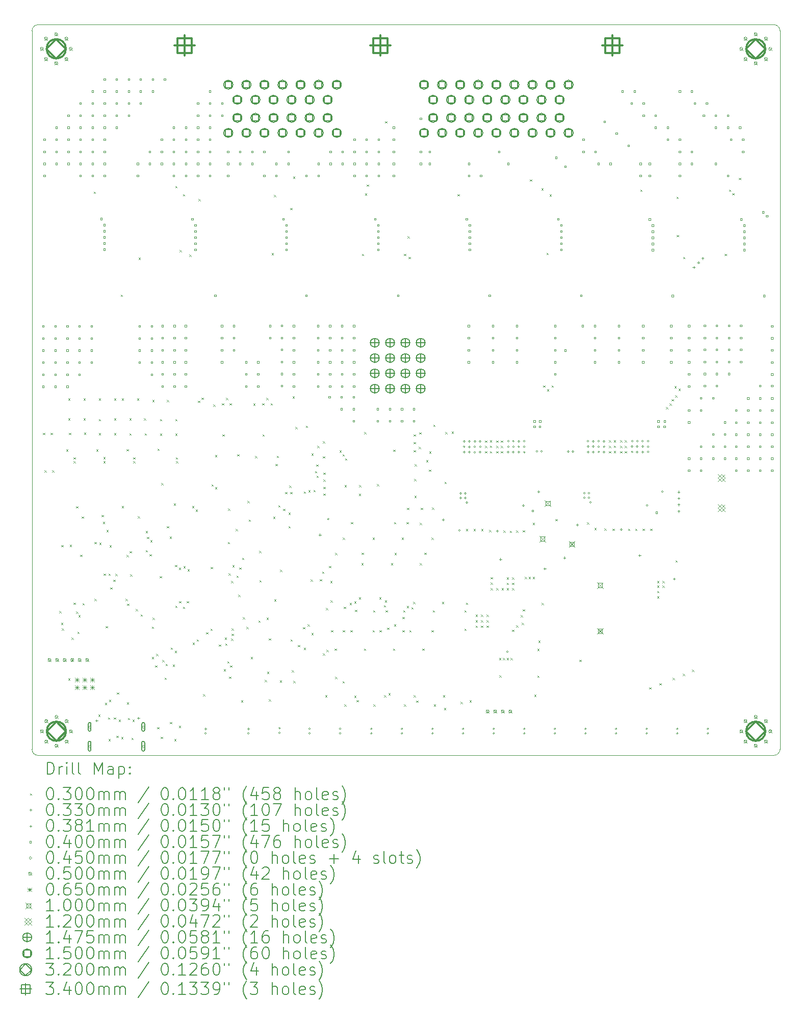
<source format=gbr>
%TF.GenerationSoftware,KiCad,Pcbnew,(6.0.8)*%
%TF.CreationDate,2023-06-01T04:18:16+02:00*%
%TF.ProjectId,pdms,70646d73-2e6b-4696-9361-645f70636258,rev?*%
%TF.SameCoordinates,Original*%
%TF.FileFunction,Drillmap*%
%TF.FilePolarity,Positive*%
%FSLAX45Y45*%
G04 Gerber Fmt 4.5, Leading zero omitted, Abs format (unit mm)*
G04 Created by KiCad (PCBNEW (6.0.8)) date 2023-06-01 04:18:16*
%MOMM*%
%LPD*%
G01*
G04 APERTURE LIST*
%ADD10C,0.100000*%
%ADD11C,0.200000*%
%ADD12C,0.030000*%
%ADD13C,0.033020*%
%ADD14C,0.038100*%
%ADD15C,0.040000*%
%ADD16C,0.045000*%
%ADD17C,0.050000*%
%ADD18C,0.065000*%
%ADD19C,0.120000*%
%ADD20C,0.147500*%
%ADD21C,0.150000*%
%ADD22C,0.320000*%
%ADD23C,0.340000*%
G04 APERTURE END LIST*
D10*
X14065711Y-16174289D02*
X14065711Y-4243289D01*
X1645711Y-4243289D02*
X1645711Y-16174289D01*
X14065711Y-4243289D02*
G75*
G03*
X13965711Y-4143289I-100001J-1D01*
G01*
X1745711Y-4143291D02*
G75*
G03*
X1645711Y-4243289I-1J-99999D01*
G01*
X1745711Y-16274289D02*
X13965711Y-16274289D01*
X13965711Y-4143289D02*
X1745711Y-4143289D01*
X1645711Y-16174289D02*
G75*
G03*
X1745711Y-16274289I99999J-1D01*
G01*
X13965711Y-16274291D02*
G75*
G03*
X14065711Y-16174289I-1J100001D01*
G01*
D11*
D12*
X1826500Y-10919700D02*
X1856500Y-10949700D01*
X1856500Y-10919700D02*
X1826500Y-10949700D01*
X1851900Y-11542000D02*
X1881900Y-11572000D01*
X1881900Y-11542000D02*
X1851900Y-11572000D01*
X1953500Y-10919700D02*
X1983500Y-10949700D01*
X1983500Y-10919700D02*
X1953500Y-10949700D01*
X1978900Y-11542000D02*
X2008900Y-11572000D01*
X2008900Y-11542000D02*
X1978900Y-11572000D01*
X2100000Y-13880000D02*
X2130000Y-13910000D01*
X2130000Y-13880000D02*
X2100000Y-13910000D01*
X2130000Y-14075000D02*
X2160000Y-14105000D01*
X2160000Y-14075000D02*
X2130000Y-14105000D01*
X2133500Y-12780500D02*
X2163500Y-12810500D01*
X2163500Y-12780500D02*
X2133500Y-12810500D01*
X2142399Y-14165032D02*
X2172399Y-14195032D01*
X2172399Y-14165032D02*
X2142399Y-14195032D01*
X2212500Y-11195800D02*
X2242500Y-11225800D01*
X2242500Y-11195800D02*
X2212500Y-11225800D01*
X2245600Y-10348200D02*
X2275600Y-10378200D01*
X2275600Y-10348200D02*
X2245600Y-10378200D01*
X2245600Y-10678400D02*
X2275600Y-10708400D01*
X2275600Y-10678400D02*
X2245600Y-10708400D01*
X2245600Y-14996400D02*
X2275600Y-15026400D01*
X2275600Y-14996400D02*
X2245600Y-15026400D01*
X2258300Y-10919700D02*
X2288300Y-10949700D01*
X2288300Y-10919700D02*
X2258300Y-10949700D01*
X2270660Y-12777960D02*
X2300660Y-12807960D01*
X2300660Y-12777960D02*
X2270660Y-12807960D01*
X2303000Y-14319200D02*
X2333000Y-14349200D01*
X2333000Y-14319200D02*
X2303000Y-14349200D01*
X2334500Y-11326100D02*
X2364500Y-11356100D01*
X2364500Y-11326100D02*
X2334500Y-11356100D01*
X2334500Y-11389600D02*
X2364500Y-11419600D01*
X2364500Y-11389600D02*
X2334500Y-11419600D01*
X2337521Y-13739789D02*
X2367521Y-13769789D01*
X2367521Y-13739789D02*
X2337521Y-13769789D01*
X2380000Y-12137500D02*
X2410000Y-12167500D01*
X2410000Y-12137500D02*
X2380000Y-12167500D01*
X2380000Y-13885000D02*
X2410000Y-13915000D01*
X2410000Y-13885000D02*
X2380000Y-13915000D01*
X2398000Y-14221700D02*
X2428000Y-14251700D01*
X2428000Y-14221700D02*
X2398000Y-14251700D01*
X2415000Y-13945000D02*
X2445000Y-13975000D01*
X2445000Y-13945000D02*
X2415000Y-13975000D01*
X2444850Y-12942523D02*
X2474850Y-12972523D01*
X2474850Y-12942523D02*
X2444850Y-12972523D01*
X2472500Y-12309450D02*
X2502500Y-12339450D01*
X2502500Y-12309450D02*
X2472500Y-12339450D01*
X2483341Y-13748341D02*
X2513341Y-13778341D01*
X2513341Y-13748341D02*
X2483341Y-13778341D01*
X2499600Y-10348200D02*
X2529600Y-10378200D01*
X2529600Y-10348200D02*
X2499600Y-10378200D01*
X2499600Y-10678400D02*
X2529600Y-10708400D01*
X2529600Y-10678400D02*
X2499600Y-10708400D01*
X2507500Y-10915000D02*
X2537500Y-10945000D01*
X2537500Y-10915000D02*
X2507500Y-10945000D01*
X2671050Y-6912850D02*
X2701050Y-6942850D01*
X2701050Y-6912850D02*
X2671050Y-6942850D01*
X2681832Y-13676555D02*
X2711832Y-13706555D01*
X2711832Y-13676555D02*
X2681832Y-13706555D01*
X2682209Y-12731917D02*
X2712209Y-12761917D01*
X2712209Y-12731917D02*
X2682209Y-12761917D01*
X2712100Y-11195800D02*
X2742100Y-11225800D01*
X2742100Y-11195800D02*
X2712100Y-11225800D01*
X2745017Y-15597766D02*
X2775017Y-15627766D01*
X2775017Y-15597766D02*
X2745017Y-15627766D01*
X2753600Y-10348200D02*
X2783600Y-10378200D01*
X2783600Y-10348200D02*
X2753600Y-10378200D01*
X2753600Y-10691100D02*
X2783600Y-10721100D01*
X2783600Y-10691100D02*
X2753600Y-10721100D01*
X2755900Y-10922100D02*
X2785900Y-10952100D01*
X2785900Y-10922100D02*
X2755900Y-10952100D01*
X2762895Y-12741731D02*
X2792895Y-12771731D01*
X2792895Y-12741731D02*
X2762895Y-12771731D01*
X2802500Y-12282500D02*
X2832500Y-12312500D01*
X2832500Y-12282500D02*
X2802500Y-12312500D01*
X2822500Y-12395000D02*
X2852500Y-12425000D01*
X2852500Y-12395000D02*
X2822500Y-12425000D01*
X2829800Y-11320800D02*
X2859800Y-11350800D01*
X2859800Y-11320800D02*
X2829800Y-11350800D01*
X2829800Y-11389600D02*
X2859800Y-11419600D01*
X2859800Y-11389600D02*
X2829800Y-11419600D01*
X2833858Y-13257567D02*
X2863858Y-13287567D01*
X2863858Y-13257567D02*
X2833858Y-13287567D01*
X2855200Y-15402800D02*
X2885200Y-15432800D01*
X2885200Y-15402800D02*
X2855200Y-15432800D01*
X2868417Y-14127720D02*
X2898417Y-14157720D01*
X2898417Y-14127720D02*
X2868417Y-14157720D01*
X2880600Y-12532600D02*
X2910600Y-12562600D01*
X2910600Y-12532600D02*
X2880600Y-12562600D01*
X2906000Y-15644100D02*
X2936000Y-15674100D01*
X2936000Y-15644100D02*
X2906000Y-15674100D01*
X2915560Y-16002840D02*
X2945560Y-16032840D01*
X2945560Y-16002840D02*
X2915560Y-16032840D01*
X2916941Y-13254741D02*
X2946941Y-13284741D01*
X2946941Y-13254741D02*
X2916941Y-13284741D01*
X2924630Y-15352000D02*
X2954630Y-15382000D01*
X2954630Y-15352000D02*
X2924630Y-15382000D01*
X2931400Y-12786600D02*
X2961400Y-12816600D01*
X2961400Y-12786600D02*
X2931400Y-12816600D01*
X2947567Y-13485178D02*
X2977567Y-13515178D01*
X2977567Y-13485178D02*
X2947567Y-13515178D01*
X2994900Y-13358100D02*
X3024900Y-13388100D01*
X3024900Y-13358100D02*
X2994900Y-13388100D01*
X3002520Y-15644100D02*
X3032520Y-15674100D01*
X3032520Y-15644100D02*
X3002520Y-15674100D01*
X3007600Y-10348200D02*
X3037600Y-10378200D01*
X3037600Y-10348200D02*
X3007600Y-10378200D01*
X3007600Y-10678400D02*
X3037600Y-10708400D01*
X3037600Y-10678400D02*
X3007600Y-10708400D01*
X3009900Y-10923000D02*
X3039900Y-10953000D01*
X3039900Y-10923000D02*
X3009900Y-10953000D01*
X3029651Y-13259285D02*
X3059651Y-13289285D01*
X3059651Y-13259285D02*
X3029651Y-13289285D01*
X3045616Y-15948900D02*
X3075616Y-15978900D01*
X3075616Y-15948900D02*
X3045616Y-15978900D01*
X3053650Y-15229750D02*
X3083650Y-15259750D01*
X3083650Y-15229750D02*
X3053650Y-15259750D01*
X3086312Y-15682281D02*
X3116312Y-15712281D01*
X3116312Y-15682281D02*
X3086312Y-15712281D01*
X3120000Y-8625000D02*
X3150000Y-8655000D01*
X3150000Y-8625000D02*
X3120000Y-8655000D01*
X3128362Y-15968997D02*
X3158362Y-15998997D01*
X3158362Y-15968997D02*
X3128362Y-15998997D01*
X3134600Y-10348200D02*
X3164600Y-10378200D01*
X3164600Y-10348200D02*
X3134600Y-10378200D01*
X3137140Y-12136360D02*
X3167140Y-12166360D01*
X3167140Y-12136360D02*
X3137140Y-12166360D01*
X3199909Y-13675401D02*
X3229909Y-13705401D01*
X3229909Y-13675401D02*
X3199909Y-13705401D01*
X3216900Y-11190800D02*
X3246900Y-11220800D01*
X3246900Y-11190800D02*
X3216900Y-11220800D01*
X3218355Y-12945449D02*
X3248355Y-12975449D01*
X3248355Y-12945449D02*
X3218355Y-12975449D01*
X3218750Y-15394850D02*
X3248750Y-15424850D01*
X3248750Y-15394850D02*
X3218750Y-15424850D01*
X3223601Y-13755073D02*
X3253601Y-13785073D01*
X3253601Y-13755073D02*
X3223601Y-13785073D01*
X3238969Y-15652876D02*
X3268969Y-15682876D01*
X3268969Y-15652876D02*
X3238969Y-15682876D01*
X3261600Y-10678400D02*
X3291600Y-10708400D01*
X3291600Y-10678400D02*
X3261600Y-10708400D01*
X3261600Y-10926100D02*
X3291600Y-10956100D01*
X3291600Y-10926100D02*
X3261600Y-10956100D01*
X3267000Y-12882000D02*
X3297000Y-12912000D01*
X3297000Y-12882000D02*
X3267000Y-12912000D01*
X3275000Y-13270000D02*
X3305000Y-13300000D01*
X3305000Y-13270000D02*
X3275000Y-13300000D01*
X3297695Y-15981282D02*
X3327695Y-16011282D01*
X3327695Y-15981282D02*
X3297695Y-16011282D01*
X3313021Y-15683014D02*
X3343021Y-15713014D01*
X3343021Y-15683014D02*
X3313021Y-15713014D01*
X3325550Y-11326100D02*
X3355550Y-11356100D01*
X3355550Y-11326100D02*
X3325550Y-11356100D01*
X3325550Y-11389600D02*
X3355550Y-11419600D01*
X3355550Y-11389600D02*
X3325550Y-11419600D01*
X3370000Y-13845000D02*
X3400000Y-13875000D01*
X3400000Y-13845000D02*
X3370000Y-13875000D01*
X3388600Y-10348200D02*
X3418600Y-10378200D01*
X3418600Y-10348200D02*
X3388600Y-10378200D01*
X3403068Y-12303093D02*
X3433068Y-12333093D01*
X3433068Y-12303093D02*
X3403068Y-12333093D01*
X3414000Y-8010350D02*
X3444000Y-8040350D01*
X3444000Y-8010350D02*
X3414000Y-8040350D01*
X3450000Y-13935000D02*
X3480000Y-13965000D01*
X3480000Y-13935000D02*
X3450000Y-13965000D01*
X3502900Y-10678400D02*
X3532900Y-10708400D01*
X3532900Y-10678400D02*
X3502900Y-10708400D01*
X3515600Y-10927100D02*
X3545600Y-10957100D01*
X3545600Y-10927100D02*
X3515600Y-10957100D01*
X3532224Y-12866425D02*
X3562224Y-12896425D01*
X3562224Y-12866425D02*
X3532224Y-12896425D01*
X3534318Y-12549923D02*
X3564318Y-12579923D01*
X3564318Y-12549923D02*
X3534318Y-12579923D01*
X3553903Y-12646697D02*
X3583903Y-12676697D01*
X3583903Y-12646697D02*
X3553903Y-12676697D01*
X3598300Y-12932500D02*
X3628300Y-12962500D01*
X3628300Y-12932500D02*
X3598300Y-12962500D01*
X3610436Y-12703230D02*
X3640436Y-12733230D01*
X3640436Y-12703230D02*
X3610436Y-12733230D01*
X3635000Y-14135000D02*
X3665000Y-14165000D01*
X3665000Y-14135000D02*
X3635000Y-14165000D01*
X3636900Y-14640800D02*
X3666900Y-14670800D01*
X3666900Y-14640800D02*
X3636900Y-14670800D01*
X3642600Y-10373600D02*
X3672600Y-10403600D01*
X3672600Y-10373600D02*
X3642600Y-10403600D01*
X3646121Y-13989815D02*
X3676121Y-14019815D01*
X3676121Y-13989815D02*
X3646121Y-14019815D01*
X3692074Y-14780739D02*
X3722074Y-14810739D01*
X3722074Y-14780739D02*
X3692074Y-14810739D01*
X3709328Y-14590050D02*
X3739328Y-14620050D01*
X3739328Y-14590050D02*
X3709328Y-14620050D01*
X3723030Y-15806275D02*
X3753030Y-15836275D01*
X3753030Y-15806275D02*
X3723030Y-15836275D01*
X3730000Y-11180800D02*
X3760000Y-11210800D01*
X3760000Y-11180800D02*
X3730000Y-11210800D01*
X3765000Y-13297500D02*
X3795000Y-13327500D01*
X3795000Y-13297500D02*
X3765000Y-13327500D01*
X3769600Y-10691100D02*
X3799600Y-10721100D01*
X3799600Y-10691100D02*
X3769600Y-10721100D01*
X3769600Y-10932400D02*
X3799600Y-10962400D01*
X3799600Y-10932400D02*
X3769600Y-10962400D01*
X3784840Y-15966680D02*
X3814840Y-15996680D01*
X3814840Y-15966680D02*
X3784840Y-15996680D01*
X3790109Y-11752934D02*
X3820109Y-11782934D01*
X3820109Y-11752934D02*
X3790109Y-11782934D01*
X3810240Y-14691600D02*
X3840240Y-14721600D01*
X3840240Y-14691600D02*
X3810240Y-14721600D01*
X3845800Y-14983700D02*
X3875800Y-15013700D01*
X3875800Y-14983700D02*
X3845800Y-15013700D01*
X3865203Y-14756422D02*
X3895203Y-14786422D01*
X3895203Y-14756422D02*
X3865203Y-14786422D01*
X3883900Y-10373600D02*
X3913900Y-10403600D01*
X3913900Y-10373600D02*
X3883900Y-10403600D01*
X3883900Y-12469100D02*
X3913900Y-12499100D01*
X3913900Y-12469100D02*
X3883900Y-12499100D01*
X3930000Y-12640000D02*
X3960000Y-12670000D01*
X3960000Y-12640000D02*
X3930000Y-12670000D01*
X3934700Y-15720300D02*
X3964700Y-15750300D01*
X3964700Y-15720300D02*
X3934700Y-15750300D01*
X3948099Y-14481922D02*
X3978099Y-14511922D01*
X3978099Y-14481922D02*
X3948099Y-14511922D01*
X3982960Y-14767800D02*
X4012960Y-14797800D01*
X4012960Y-14767800D02*
X3982960Y-14797800D01*
X4001291Y-12090134D02*
X4031291Y-12120134D01*
X4031291Y-12090134D02*
X4001291Y-12120134D01*
X4009340Y-16002240D02*
X4039340Y-16032240D01*
X4039340Y-16002240D02*
X4009340Y-16032240D01*
X4016250Y-14539200D02*
X4046250Y-14569200D01*
X4046250Y-14539200D02*
X4016250Y-14569200D01*
X4020885Y-13113680D02*
X4050885Y-13143680D01*
X4050885Y-13113680D02*
X4020885Y-13143680D01*
X4023600Y-10691100D02*
X4053600Y-10721100D01*
X4053600Y-10691100D02*
X4023600Y-10721100D01*
X4023600Y-10932400D02*
X4053600Y-10962400D01*
X4053600Y-10932400D02*
X4023600Y-10962400D01*
X4024450Y-13788434D02*
X4054450Y-13818434D01*
X4054450Y-13788434D02*
X4024450Y-13818434D01*
X4026000Y-6820000D02*
X4056000Y-6850000D01*
X4056000Y-6820000D02*
X4026000Y-6850000D01*
X4032500Y-11325800D02*
X4062500Y-11355800D01*
X4062500Y-11325800D02*
X4032500Y-11355800D01*
X4037500Y-11390800D02*
X4067500Y-11420800D01*
X4067500Y-11390800D02*
X4037500Y-11420800D01*
X4085540Y-15783800D02*
X4115540Y-15813800D01*
X4115540Y-15783800D02*
X4085540Y-15813800D01*
X4086050Y-13160000D02*
X4116050Y-13190000D01*
X4116050Y-13160000D02*
X4086050Y-13190000D01*
X4087100Y-13713700D02*
X4117100Y-13743700D01*
X4117100Y-13713700D02*
X4087100Y-13743700D01*
X4094720Y-7885450D02*
X4124720Y-7915450D01*
X4124720Y-7885450D02*
X4094720Y-7915450D01*
X4150600Y-6957300D02*
X4180600Y-6987300D01*
X4180600Y-6957300D02*
X4150600Y-6987300D01*
X4151650Y-13805000D02*
X4181650Y-13835000D01*
X4181650Y-13805000D02*
X4151650Y-13835000D01*
X4161789Y-13134395D02*
X4191789Y-13164395D01*
X4191789Y-13134395D02*
X4161789Y-13164395D01*
X4214100Y-13713700D02*
X4244100Y-13743700D01*
X4244100Y-13713700D02*
X4214100Y-13743700D01*
X4227003Y-13185000D02*
X4257003Y-13215000D01*
X4257003Y-13185000D02*
X4227003Y-13215000D01*
X4260000Y-7960000D02*
X4290000Y-7990000D01*
X4290000Y-7960000D02*
X4260000Y-7990000D01*
X4305000Y-12135000D02*
X4335000Y-12165000D01*
X4335000Y-12135000D02*
X4305000Y-12165000D01*
X4314481Y-14402450D02*
X4344481Y-14432450D01*
X4344481Y-14402450D02*
X4314481Y-14432450D01*
X4365000Y-12195000D02*
X4395000Y-12225000D01*
X4395000Y-12195000D02*
X4365000Y-12225000D01*
X4380000Y-14350000D02*
X4410000Y-14380000D01*
X4410000Y-14350000D02*
X4380000Y-14380000D01*
X4402331Y-10387590D02*
X4432331Y-10417590D01*
X4432331Y-10387590D02*
X4402331Y-10417590D01*
X4410000Y-7035000D02*
X4440000Y-7065000D01*
X4440000Y-7035000D02*
X4410000Y-7065000D01*
X4462550Y-10335000D02*
X4492550Y-10365000D01*
X4492550Y-10335000D02*
X4462550Y-10365000D01*
X4485000Y-15257450D02*
X4515000Y-15287450D01*
X4515000Y-15257450D02*
X4485000Y-15287450D01*
X4535000Y-14230000D02*
X4565000Y-14260000D01*
X4565000Y-14230000D02*
X4535000Y-14260000D01*
X4610000Y-14170000D02*
X4640000Y-14200000D01*
X4640000Y-14170000D02*
X4610000Y-14200000D01*
X4615374Y-13147057D02*
X4645374Y-13177057D01*
X4645374Y-13147057D02*
X4615374Y-13177057D01*
X4626796Y-11773309D02*
X4656796Y-11803309D01*
X4656796Y-11773309D02*
X4626796Y-11803309D01*
X4657540Y-10449440D02*
X4687540Y-10479440D01*
X4687540Y-10449440D02*
X4657540Y-10479440D01*
X4684000Y-11288000D02*
X4714000Y-11318000D01*
X4714000Y-11288000D02*
X4684000Y-11318000D01*
X4685000Y-11822500D02*
X4715000Y-11852500D01*
X4715000Y-11822500D02*
X4685000Y-11852500D01*
X4750000Y-14432550D02*
X4780000Y-14462550D01*
X4780000Y-14432550D02*
X4750000Y-14462550D01*
X4797540Y-10429440D02*
X4827540Y-10459440D01*
X4827540Y-10429440D02*
X4797540Y-10459440D01*
X4810000Y-10945000D02*
X4840000Y-10975000D01*
X4840000Y-10945000D02*
X4810000Y-10975000D01*
X4830000Y-14841766D02*
X4860000Y-14871766D01*
X4860000Y-14841766D02*
X4830000Y-14871766D01*
X4847450Y-14320398D02*
X4877450Y-14350398D01*
X4877450Y-14320398D02*
X4847450Y-14350398D01*
X4853641Y-14414907D02*
X4883641Y-14444907D01*
X4883641Y-14414907D02*
X4853641Y-14444907D01*
X4867540Y-10339440D02*
X4897540Y-10369440D01*
X4897540Y-10339440D02*
X4867540Y-10369440D01*
X4890000Y-14713241D02*
X4920000Y-14743241D01*
X4920000Y-14713241D02*
X4890000Y-14743241D01*
X4896216Y-12730392D02*
X4926216Y-12760392D01*
X4926216Y-12730392D02*
X4896216Y-12760392D01*
X4901849Y-12177405D02*
X4931849Y-12207405D01*
X4931849Y-12177405D02*
X4901849Y-12207405D01*
X4910000Y-13250000D02*
X4940000Y-13280000D01*
X4940000Y-13250000D02*
X4910000Y-13280000D01*
X4920000Y-14965000D02*
X4950000Y-14995000D01*
X4950000Y-14965000D02*
X4920000Y-14995000D01*
X4927540Y-10429440D02*
X4957540Y-10459440D01*
X4957540Y-10429440D02*
X4927540Y-10459440D01*
X4935013Y-14779316D02*
X4965013Y-14809316D01*
X4965013Y-14779316D02*
X4935013Y-14809316D01*
X4952094Y-13377906D02*
X4982094Y-13407906D01*
X4982094Y-13377906D02*
X4952094Y-13407906D01*
X4952539Y-14334949D02*
X4982539Y-14364949D01*
X4982539Y-14334949D02*
X4952539Y-14364949D01*
X4958523Y-14164297D02*
X4988523Y-14194297D01*
X4988523Y-14164297D02*
X4958523Y-14194297D01*
X4959553Y-14253645D02*
X4989553Y-14283645D01*
X4989553Y-14253645D02*
X4959553Y-14283645D01*
X4971659Y-13118341D02*
X5001659Y-13148341D01*
X5001659Y-13118341D02*
X4971659Y-13148341D01*
X5030000Y-12515000D02*
X5060000Y-12545000D01*
X5060000Y-12515000D02*
X5030000Y-12545000D01*
X5040447Y-13289553D02*
X5070447Y-13319553D01*
X5070447Y-13289553D02*
X5040447Y-13319553D01*
X5052300Y-11275300D02*
X5082300Y-11305300D01*
X5082300Y-11275300D02*
X5052300Y-11305300D01*
X5070000Y-13605000D02*
X5100000Y-13635000D01*
X5100000Y-13605000D02*
X5070000Y-13635000D01*
X5085497Y-13155000D02*
X5115497Y-13185000D01*
X5115497Y-13155000D02*
X5085497Y-13185000D01*
X5117500Y-15358390D02*
X5147500Y-15388390D01*
X5147500Y-15358390D02*
X5117500Y-15388390D01*
X5132711Y-12994880D02*
X5162711Y-13024880D01*
X5162711Y-12994880D02*
X5132711Y-13024880D01*
X5147201Y-13981777D02*
X5177201Y-14011777D01*
X5177201Y-13981777D02*
X5147201Y-14011777D01*
X5204340Y-14139726D02*
X5234340Y-14169726D01*
X5234340Y-14139726D02*
X5204340Y-14169726D01*
X5225138Y-12051681D02*
X5255138Y-12081681D01*
X5255138Y-12051681D02*
X5225138Y-12081681D01*
X5246000Y-12360000D02*
X5276000Y-12390000D01*
X5276000Y-12360000D02*
X5246000Y-12390000D01*
X5277371Y-14642371D02*
X5307371Y-14672371D01*
X5307371Y-14642371D02*
X5277371Y-14672371D01*
X5321540Y-10433140D02*
X5351540Y-10463140D01*
X5351540Y-10433140D02*
X5321540Y-10463140D01*
X5350000Y-11305000D02*
X5380000Y-11335000D01*
X5380000Y-11305000D02*
X5350000Y-11335000D01*
X5404876Y-14034224D02*
X5434876Y-14064224D01*
X5434876Y-14034224D02*
X5404876Y-14064224D01*
X5419111Y-12877865D02*
X5449111Y-12907865D01*
X5449111Y-12877865D02*
X5419111Y-12907865D01*
X5420172Y-13365330D02*
X5450172Y-13395330D01*
X5450172Y-13365330D02*
X5420172Y-13395330D01*
X5467540Y-10429440D02*
X5497540Y-10459440D01*
X5497540Y-10429440D02*
X5467540Y-10459440D01*
X5471400Y-10945100D02*
X5501400Y-10975100D01*
X5501400Y-10945100D02*
X5471400Y-10975100D01*
X5509859Y-15019641D02*
X5539859Y-15049641D01*
X5539859Y-15019641D02*
X5509859Y-15049641D01*
X5537540Y-10339440D02*
X5567540Y-10369440D01*
X5567540Y-10339440D02*
X5537540Y-10369440D01*
X5541372Y-13986192D02*
X5571372Y-14016192D01*
X5571372Y-13986192D02*
X5541372Y-14016192D01*
X5550000Y-14885000D02*
X5580000Y-14915000D01*
X5580000Y-14885000D02*
X5550000Y-14915000D01*
X5578515Y-14332450D02*
X5608515Y-14362450D01*
X5608515Y-14332450D02*
X5578515Y-14362450D01*
X5580000Y-15342500D02*
X5610000Y-15372500D01*
X5610000Y-15342500D02*
X5580000Y-15372500D01*
X5607540Y-10429440D02*
X5637540Y-10459440D01*
X5637540Y-10429440D02*
X5607540Y-10459440D01*
X5623800Y-7935200D02*
X5653800Y-7965200D01*
X5653800Y-7935200D02*
X5623800Y-7965200D01*
X5649534Y-12312650D02*
X5679534Y-12342650D01*
X5679534Y-12312650D02*
X5649534Y-12342650D01*
X5661900Y-6970000D02*
X5691900Y-7000000D01*
X5691900Y-6970000D02*
X5661900Y-7000000D01*
X5666637Y-13684168D02*
X5696637Y-13714168D01*
X5696637Y-13684168D02*
X5666637Y-13714168D01*
X5689840Y-11435320D02*
X5719840Y-11465320D01*
X5719840Y-11435320D02*
X5689840Y-11465320D01*
X5710000Y-11300000D02*
X5740000Y-11330000D01*
X5740000Y-11300000D02*
X5710000Y-11330000D01*
X5735560Y-12119630D02*
X5765560Y-12149630D01*
X5765560Y-12119630D02*
X5735560Y-12149630D01*
X5760000Y-15030000D02*
X5790000Y-15060000D01*
X5790000Y-15030000D02*
X5760000Y-15060000D01*
X5763500Y-13193000D02*
X5793500Y-13223000D01*
X5793500Y-13193000D02*
X5763500Y-13223000D01*
X5817035Y-12182470D02*
X5847035Y-12212470D01*
X5847035Y-12182470D02*
X5817035Y-12212470D01*
X5847932Y-11902068D02*
X5877932Y-11932068D01*
X5877932Y-11902068D02*
X5847932Y-11932068D01*
X5903200Y-12242450D02*
X5933200Y-12272450D01*
X5933200Y-12242450D02*
X5903200Y-12272450D01*
X5903200Y-12469100D02*
X5933200Y-12499100D01*
X5933200Y-12469100D02*
X5903200Y-12499100D01*
X5915930Y-11793430D02*
X5945930Y-11823430D01*
X5945930Y-11793430D02*
X5915930Y-11823430D01*
X5932294Y-7185900D02*
X5962294Y-7215900D01*
X5962294Y-7185900D02*
X5932294Y-7215900D01*
X5935271Y-11901089D02*
X5965271Y-11931089D01*
X5965271Y-11901089D02*
X5935271Y-11931089D01*
X5938648Y-14348648D02*
X5968648Y-14378648D01*
X5968648Y-14348648D02*
X5938648Y-14378648D01*
X5960000Y-14860000D02*
X5990000Y-14890000D01*
X5990000Y-14860000D02*
X5960000Y-14890000D01*
X5971656Y-10315304D02*
X6001656Y-10345304D01*
X6001656Y-10315304D02*
X5971656Y-10345304D01*
X5979400Y-6665200D02*
X6009400Y-6695200D01*
X6009400Y-6665200D02*
X5979400Y-6695200D01*
X5985000Y-15040000D02*
X6015000Y-15070000D01*
X6015000Y-15040000D02*
X5985000Y-15070000D01*
X6020000Y-10820000D02*
X6050000Y-10850000D01*
X6050000Y-10820000D02*
X6020000Y-10850000D01*
X6060000Y-14442550D02*
X6090000Y-14472550D01*
X6090000Y-14442550D02*
X6060000Y-14472550D01*
X6144500Y-14145500D02*
X6174500Y-14175500D01*
X6174500Y-14145500D02*
X6144500Y-14175500D01*
X6157441Y-11891478D02*
X6187441Y-11921478D01*
X6187441Y-11891478D02*
X6157441Y-11921478D01*
X6160000Y-14487550D02*
X6190000Y-14517550D01*
X6190000Y-14487550D02*
X6160000Y-14517550D01*
X6192450Y-10800000D02*
X6222450Y-10830000D01*
X6222450Y-10800000D02*
X6192450Y-10830000D01*
X6220700Y-14098730D02*
X6250700Y-14128730D01*
X6250700Y-14098730D02*
X6220700Y-14128730D01*
X6234852Y-11871487D02*
X6264852Y-11901487D01*
X6264852Y-11871487D02*
X6234852Y-11901487D01*
X6275000Y-13355000D02*
X6305000Y-13385000D01*
X6305000Y-13355000D02*
X6275000Y-13385000D01*
X6284875Y-11260131D02*
X6314875Y-11290131D01*
X6314875Y-11260131D02*
X6284875Y-11290131D01*
X6285000Y-14240150D02*
X6315000Y-14270150D01*
X6315000Y-14240150D02*
X6285000Y-14270150D01*
X6320841Y-11869159D02*
X6350841Y-11899159D01*
X6350841Y-11869159D02*
X6320841Y-11899159D01*
X6344159Y-11554159D02*
X6374159Y-11584159D01*
X6374159Y-11554159D02*
X6344159Y-11584159D01*
X6365291Y-11444709D02*
X6395291Y-11474709D01*
X6395291Y-11444709D02*
X6365291Y-11474709D01*
X6369450Y-11630003D02*
X6399450Y-11660003D01*
X6399450Y-11630003D02*
X6369450Y-11660003D01*
X6385000Y-11135000D02*
X6415000Y-11165000D01*
X6415000Y-11135000D02*
X6385000Y-11165000D01*
X6426659Y-13348715D02*
X6456659Y-13378715D01*
X6456659Y-13348715D02*
X6426659Y-13378715D01*
X6464837Y-13223765D02*
X6494837Y-13253765D01*
X6494837Y-13223765D02*
X6464837Y-13253765D01*
X6475000Y-14580000D02*
X6505000Y-14610000D01*
X6505000Y-14580000D02*
X6475000Y-14610000D01*
X6477240Y-11059400D02*
X6507240Y-11089400D01*
X6507240Y-11059400D02*
X6477240Y-11089400D01*
X6477240Y-11308320D02*
X6507240Y-11338320D01*
X6507240Y-11308320D02*
X6477240Y-11338320D01*
X6482320Y-11816320D02*
X6512320Y-11846320D01*
X6512320Y-11816320D02*
X6482320Y-11846320D01*
X6483438Y-11578678D02*
X6513438Y-11608678D01*
X6513438Y-11578678D02*
X6483438Y-11608678D01*
X6485000Y-11695000D02*
X6515000Y-11725000D01*
X6515000Y-11695000D02*
X6485000Y-11725000D01*
X6485000Y-11925000D02*
X6515000Y-11955000D01*
X6515000Y-11925000D02*
X6485000Y-11955000D01*
X6512800Y-15275800D02*
X6542800Y-15305800D01*
X6542800Y-15275800D02*
X6512800Y-15305800D01*
X6525500Y-13828000D02*
X6555500Y-13858000D01*
X6555500Y-13828000D02*
X6525500Y-13858000D01*
X6535000Y-14520000D02*
X6565000Y-14550000D01*
X6565000Y-14520000D02*
X6535000Y-14550000D01*
X6576300Y-13129500D02*
X6606300Y-13159500D01*
X6606300Y-13129500D02*
X6576300Y-13159500D01*
X6599210Y-13380000D02*
X6629210Y-13410000D01*
X6629210Y-13380000D02*
X6599210Y-13410000D01*
X6601700Y-13701000D02*
X6631700Y-13731000D01*
X6631700Y-13701000D02*
X6601700Y-13731000D01*
X6609320Y-14195150D02*
X6639320Y-14225150D01*
X6639320Y-14195150D02*
X6609320Y-14225150D01*
X6670280Y-14500050D02*
X6700280Y-14530050D01*
X6700280Y-14500050D02*
X6670280Y-14530050D01*
X6677900Y-14971000D02*
X6707900Y-15001000D01*
X6707900Y-14971000D02*
X6677900Y-15001000D01*
X6680440Y-12913600D02*
X6710440Y-12943600D01*
X6710440Y-12913600D02*
X6680440Y-12943600D01*
X6749549Y-11211879D02*
X6779549Y-11241879D01*
X6779549Y-11211879D02*
X6749549Y-11241879D01*
X6800379Y-15040911D02*
X6830379Y-15070911D01*
X6830379Y-15040911D02*
X6800379Y-15070911D01*
X6802693Y-11275480D02*
X6832693Y-11305480D01*
X6832693Y-11275480D02*
X6802693Y-11305480D01*
X6804900Y-12659600D02*
X6834900Y-12689600D01*
X6834900Y-12659600D02*
X6804900Y-12689600D01*
X6804900Y-14195150D02*
X6834900Y-14225150D01*
X6834900Y-14195150D02*
X6804900Y-14225150D01*
X6825063Y-13806892D02*
X6855063Y-13836892D01*
X6855063Y-13806892D02*
X6825063Y-13836892D01*
X6830300Y-15428200D02*
X6860300Y-15458200D01*
X6860300Y-15428200D02*
X6830300Y-15458200D01*
X6835000Y-11785000D02*
X6865000Y-11815000D01*
X6865000Y-11785000D02*
X6835000Y-11815000D01*
X6845666Y-11342900D02*
X6875666Y-11372900D01*
X6875666Y-11342900D02*
X6845666Y-11372900D01*
X6922302Y-13744242D02*
X6952302Y-13774242D01*
X6952302Y-13744242D02*
X6922302Y-13774242D01*
X6931900Y-14195150D02*
X6961900Y-14225150D01*
X6961900Y-14195150D02*
X6931900Y-14225150D01*
X6939985Y-12400055D02*
X6969985Y-12430055D01*
X6969985Y-12400055D02*
X6939985Y-12430055D01*
X6997760Y-13717820D02*
X7027760Y-13747820D01*
X7027760Y-13717820D02*
X6997760Y-13747820D01*
X6997940Y-15283420D02*
X7027940Y-15313420D01*
X7027940Y-15283420D02*
X6997940Y-15313420D01*
X7010640Y-13858480D02*
X7040640Y-13888480D01*
X7040640Y-13858480D02*
X7010640Y-13888480D01*
X7034742Y-15354396D02*
X7064742Y-15384396D01*
X7064742Y-15354396D02*
X7034742Y-15384396D01*
X7071600Y-11932550D02*
X7101600Y-11962550D01*
X7101600Y-11932550D02*
X7071600Y-11962550D01*
X7071600Y-13647450D02*
X7101600Y-13677450D01*
X7101600Y-13647450D02*
X7071600Y-13677450D01*
X7075000Y-11785000D02*
X7105000Y-11815000D01*
X7105000Y-11785000D02*
X7075000Y-11815000D01*
X7114780Y-13081240D02*
X7144780Y-13111240D01*
X7144780Y-13081240D02*
X7114780Y-13111240D01*
X7117320Y-12908520D02*
X7147320Y-12938520D01*
X7147320Y-12908520D02*
X7117320Y-12938520D01*
X7122400Y-7947900D02*
X7152400Y-7977900D01*
X7152400Y-7947900D02*
X7122400Y-7977900D01*
X7157960Y-14500050D02*
X7187960Y-14530050D01*
X7187960Y-14500050D02*
X7157960Y-14530050D01*
X7160500Y-10907000D02*
X7190500Y-10937000D01*
X7190500Y-10907000D02*
X7160500Y-10937000D01*
X7173200Y-6944600D02*
X7203200Y-6974600D01*
X7203200Y-6944600D02*
X7173200Y-6974600D01*
X7205000Y-6795000D02*
X7235000Y-6825000D01*
X7235000Y-6795000D02*
X7205000Y-6825000D01*
X7300200Y-12659600D02*
X7330200Y-12689600D01*
X7330200Y-12659600D02*
X7300200Y-12689600D01*
X7300200Y-14195150D02*
X7330200Y-14225150D01*
X7330200Y-14195150D02*
X7300200Y-14225150D01*
X7310360Y-13866100D02*
X7340360Y-13896100D01*
X7340360Y-13866100D02*
X7310360Y-13896100D01*
X7312900Y-15428200D02*
X7342900Y-15458200D01*
X7342900Y-15428200D02*
X7312900Y-15458200D01*
X7375000Y-11770000D02*
X7405000Y-11800000D01*
X7405000Y-11770000D02*
X7375000Y-11800000D01*
X7410731Y-13650296D02*
X7440731Y-13680296D01*
X7440731Y-13650296D02*
X7410731Y-13680296D01*
X7414500Y-14195150D02*
X7444500Y-14225150D01*
X7444500Y-14195150D02*
X7414500Y-14225150D01*
X7489650Y-13779759D02*
X7519650Y-13809759D01*
X7519650Y-13779759D02*
X7489650Y-13809759D01*
X7490700Y-15275800D02*
X7520700Y-15305800D01*
X7520700Y-15275800D02*
X7490700Y-15305800D01*
X7503400Y-13701000D02*
X7533400Y-13731000D01*
X7533400Y-13701000D02*
X7503400Y-13731000D01*
X7510000Y-5745000D02*
X7540000Y-5775000D01*
X7540000Y-5745000D02*
X7510000Y-5775000D01*
X7516056Y-13864186D02*
X7546056Y-13894186D01*
X7546056Y-13864186D02*
X7516056Y-13894186D01*
X7541500Y-14155312D02*
X7571500Y-14185312D01*
X7571500Y-14155312D02*
X7541500Y-14185312D01*
X7562663Y-15240966D02*
X7592663Y-15270966D01*
X7592663Y-15240966D02*
X7562663Y-15270966D01*
X7605000Y-13081240D02*
X7635000Y-13111240D01*
X7635000Y-13081240D02*
X7605000Y-13111240D01*
X7640560Y-14500050D02*
X7670560Y-14530050D01*
X7670560Y-14500050D02*
X7640560Y-14530050D01*
X7643100Y-11199100D02*
X7673100Y-11229100D01*
X7673100Y-11199100D02*
X7643100Y-11229100D01*
X7655800Y-12400520D02*
X7685800Y-12430520D01*
X7685800Y-12400520D02*
X7655800Y-12430520D01*
X7655800Y-14098730D02*
X7685800Y-14128730D01*
X7685800Y-14098730D02*
X7655800Y-14128730D01*
X7665960Y-12913600D02*
X7695960Y-12943600D01*
X7695960Y-12913600D02*
X7665960Y-12943600D01*
X7782800Y-12659600D02*
X7812800Y-12689600D01*
X7812800Y-12659600D02*
X7782800Y-12689600D01*
X7795500Y-13973830D02*
X7825500Y-14003830D01*
X7825500Y-13973830D02*
X7795500Y-14003830D01*
X7795500Y-14195150D02*
X7825500Y-14225150D01*
X7825500Y-14195150D02*
X7795500Y-14225150D01*
X7808200Y-13866100D02*
X7838200Y-13896100D01*
X7838200Y-13866100D02*
X7808200Y-13896100D01*
X7820900Y-7947900D02*
X7850900Y-7977900D01*
X7850900Y-7947900D02*
X7820900Y-7977900D01*
X7820900Y-15428200D02*
X7850900Y-15458200D01*
X7850900Y-15428200D02*
X7820900Y-15458200D01*
X7864080Y-12400520D02*
X7894080Y-12430520D01*
X7894080Y-12400520D02*
X7864080Y-12430520D01*
X7869657Y-13794482D02*
X7899657Y-13824482D01*
X7899657Y-13794482D02*
X7869657Y-13824482D01*
X7874240Y-12162550D02*
X7904240Y-12192550D01*
X7904240Y-12162550D02*
X7874240Y-12192550D01*
X7883550Y-7655800D02*
X7913550Y-7685800D01*
X7913550Y-7655800D02*
X7883550Y-7685800D01*
X7897100Y-7998700D02*
X7927100Y-8028700D01*
X7927100Y-7998700D02*
X7897100Y-8028700D01*
X7909800Y-14195150D02*
X7939800Y-14225150D01*
X7939800Y-14195150D02*
X7909800Y-14225150D01*
X7946850Y-13815300D02*
X7976850Y-13845300D01*
X7976850Y-13815300D02*
X7946850Y-13845300D01*
X7975840Y-13726400D02*
X8005840Y-13756400D01*
X8005840Y-13726400D02*
X7975840Y-13756400D01*
X7980920Y-15275800D02*
X8010920Y-15305800D01*
X8010920Y-15275800D02*
X7980920Y-15305800D01*
X7983407Y-11205866D02*
X8013407Y-11235866D01*
X8013407Y-11205866D02*
X7983407Y-11235866D01*
X7985000Y-10945100D02*
X8015000Y-10975100D01*
X8015000Y-10945100D02*
X7985000Y-10975100D01*
X7985000Y-11072100D02*
X8015000Y-11102100D01*
X8015000Y-11072100D02*
X7985000Y-11102100D01*
X7992490Y-11685650D02*
X8022490Y-11715650D01*
X8022490Y-11685650D02*
X7992490Y-11715650D01*
X7996160Y-11963640D02*
X8026160Y-11993640D01*
X8026160Y-11963640D02*
X7996160Y-11993640D01*
X8001240Y-11440400D02*
X8031240Y-11470400D01*
X8031240Y-11440400D02*
X8001240Y-11470400D01*
X8024100Y-15364700D02*
X8054100Y-15394700D01*
X8054100Y-15364700D02*
X8024100Y-15394700D01*
X8070000Y-11150000D02*
X8100000Y-11180000D01*
X8100000Y-11150000D02*
X8070000Y-11180000D01*
X8075750Y-10910700D02*
X8105750Y-10940700D01*
X8105750Y-10910700D02*
X8075750Y-10940700D01*
X8082520Y-12415760D02*
X8112520Y-12445760D01*
X8112520Y-12415760D02*
X8082520Y-12445760D01*
X8082520Y-13081240D02*
X8112520Y-13111240D01*
X8112520Y-13081240D02*
X8082520Y-13111240D01*
X8102840Y-12162550D02*
X8132840Y-12192550D01*
X8132840Y-12162550D02*
X8102840Y-12192550D01*
X8128240Y-14500050D02*
X8158240Y-14530050D01*
X8158240Y-14500050D02*
X8128240Y-14530050D01*
X8158720Y-12908520D02*
X8188720Y-12938520D01*
X8188720Y-12908520D02*
X8158720Y-12938520D01*
X8190160Y-11371160D02*
X8220160Y-11401160D01*
X8220160Y-11371160D02*
X8190160Y-11401160D01*
X8235000Y-11527000D02*
X8265000Y-11557000D01*
X8265000Y-11527000D02*
X8235000Y-11557000D01*
X8242981Y-11230021D02*
X8272981Y-11260021D01*
X8272981Y-11230021D02*
X8242981Y-11260021D01*
X8278100Y-12659600D02*
X8308100Y-12689600D01*
X8308100Y-12659600D02*
X8278100Y-12689600D01*
X8278100Y-14195150D02*
X8308100Y-14225150D01*
X8308100Y-14195150D02*
X8278100Y-14225150D01*
X8285720Y-12161760D02*
X8315720Y-12191760D01*
X8315720Y-12161760D02*
X8285720Y-12191760D01*
X8300960Y-13866100D02*
X8330960Y-13896100D01*
X8330960Y-13866100D02*
X8300960Y-13896100D01*
X8310836Y-10781880D02*
X8340836Y-10811880D01*
X8340836Y-10781880D02*
X8310836Y-10811880D01*
X8316200Y-15428200D02*
X8346200Y-15458200D01*
X8346200Y-15428200D02*
X8316200Y-15458200D01*
X8453360Y-13726400D02*
X8483360Y-13756400D01*
X8483360Y-13726400D02*
X8453360Y-13756400D01*
X8468600Y-15275800D02*
X8498600Y-15305800D01*
X8498600Y-15275800D02*
X8468600Y-15305800D01*
X8485000Y-15485000D02*
X8515000Y-15515000D01*
X8515000Y-15485000D02*
X8485000Y-15515000D01*
X8494000Y-11732500D02*
X8524000Y-11762500D01*
X8524000Y-11732500D02*
X8494000Y-11762500D01*
X8506300Y-10908300D02*
X8536300Y-10938300D01*
X8536300Y-10908300D02*
X8506300Y-10938300D01*
X8613000Y-10896000D02*
X8643000Y-10926000D01*
X8643000Y-10896000D02*
X8613000Y-10926000D01*
X8709900Y-6957300D02*
X8739900Y-6987300D01*
X8739900Y-6957300D02*
X8709900Y-6987300D01*
X8760000Y-15385000D02*
X8790000Y-15415000D01*
X8790000Y-15385000D02*
X8760000Y-15415000D01*
X8824200Y-13866100D02*
X8854200Y-13896100D01*
X8854200Y-13866100D02*
X8824200Y-13896100D01*
X8824200Y-14170900D02*
X8854200Y-14200900D01*
X8854200Y-14170900D02*
X8824200Y-14200900D01*
X8849600Y-13739100D02*
X8879600Y-13769100D01*
X8879600Y-13739100D02*
X8849600Y-13769100D01*
X8850000Y-12517360D02*
X8880000Y-12547360D01*
X8880000Y-12517360D02*
X8850000Y-12547360D01*
X8910000Y-15360000D02*
X8940000Y-15390000D01*
X8940000Y-15360000D02*
X8910000Y-15390000D01*
X8976600Y-12517360D02*
X9006600Y-12547360D01*
X9006600Y-12517360D02*
X8976600Y-12547360D01*
X9012160Y-13939760D02*
X9042160Y-13969760D01*
X9042160Y-13939760D02*
X9012160Y-13969760D01*
X9012160Y-14029760D02*
X9042160Y-14059760D01*
X9042160Y-14029760D02*
X9012160Y-14059760D01*
X9012160Y-14119760D02*
X9042160Y-14149760D01*
X9042160Y-14119760D02*
X9012160Y-14149760D01*
X9102160Y-13939760D02*
X9132160Y-13969760D01*
X9132160Y-13939760D02*
X9102160Y-13969760D01*
X9102160Y-14029760D02*
X9132160Y-14059760D01*
X9132160Y-14029760D02*
X9102160Y-14059760D01*
X9102160Y-14119760D02*
X9132160Y-14149760D01*
X9132160Y-14119760D02*
X9102160Y-14149760D01*
X9103600Y-12517360D02*
X9133600Y-12547360D01*
X9133600Y-12517360D02*
X9103600Y-12547360D01*
X9170240Y-11045700D02*
X9200240Y-11075700D01*
X9200240Y-11045700D02*
X9170240Y-11075700D01*
X9170240Y-11135700D02*
X9200240Y-11165700D01*
X9200240Y-11135700D02*
X9170240Y-11165700D01*
X9170240Y-11225700D02*
X9200240Y-11255700D01*
X9200240Y-11225700D02*
X9170240Y-11255700D01*
X9192160Y-13939760D02*
X9222160Y-13969760D01*
X9222160Y-13939760D02*
X9192160Y-13969760D01*
X9192160Y-14029760D02*
X9222160Y-14059760D01*
X9222160Y-14029760D02*
X9192160Y-14059760D01*
X9192160Y-14119760D02*
X9222160Y-14149760D01*
X9222160Y-14119760D02*
X9192160Y-14149760D01*
X9235680Y-12530660D02*
X9265680Y-12560660D01*
X9265680Y-12530660D02*
X9235680Y-12560660D01*
X9250240Y-11042460D02*
X9280240Y-11072460D01*
X9280240Y-11042460D02*
X9250240Y-11072460D01*
X9250240Y-11132460D02*
X9280240Y-11162460D01*
X9280240Y-11132460D02*
X9250240Y-11162460D01*
X9250240Y-11222460D02*
X9280240Y-11252460D01*
X9280240Y-11222460D02*
X9250240Y-11252460D01*
X9261080Y-13314920D02*
X9291080Y-13344920D01*
X9291080Y-13314920D02*
X9261080Y-13344920D01*
X9261080Y-13406360D02*
X9291080Y-13436360D01*
X9291080Y-13406360D02*
X9261080Y-13436360D01*
X9261080Y-13497800D02*
X9291080Y-13527800D01*
X9291080Y-13497800D02*
X9261080Y-13527800D01*
X9353120Y-11045000D02*
X9383120Y-11075000D01*
X9383120Y-11045000D02*
X9353120Y-11075000D01*
X9353120Y-11135000D02*
X9383120Y-11165000D01*
X9383120Y-11135000D02*
X9353120Y-11165000D01*
X9353120Y-11225000D02*
X9383120Y-11255000D01*
X9383120Y-11225000D02*
X9353120Y-11255000D01*
X9353960Y-13497800D02*
X9383960Y-13527800D01*
X9383960Y-13497800D02*
X9353960Y-13527800D01*
X9401650Y-14658580D02*
X9431650Y-14688580D01*
X9431650Y-14658580D02*
X9401650Y-14688580D01*
X9405000Y-14945000D02*
X9435000Y-14975000D01*
X9435000Y-14945000D02*
X9405000Y-14975000D01*
X9433120Y-11045740D02*
X9463120Y-11075740D01*
X9463120Y-11045740D02*
X9433120Y-11075740D01*
X9433120Y-11135740D02*
X9463120Y-11165740D01*
X9463120Y-11135740D02*
X9433120Y-11165740D01*
X9433120Y-11225740D02*
X9463120Y-11255740D01*
X9463120Y-11225740D02*
X9433120Y-11255740D01*
X9443960Y-13497800D02*
X9473960Y-13527800D01*
X9473960Y-13497800D02*
X9443960Y-13527800D01*
X9465150Y-14658580D02*
X9495150Y-14688580D01*
X9495150Y-14658580D02*
X9465150Y-14688580D01*
X9475000Y-12540000D02*
X9505000Y-12570000D01*
X9505000Y-12540000D02*
X9475000Y-12570000D01*
X9526680Y-13317800D02*
X9556680Y-13347800D01*
X9556680Y-13317800D02*
X9526680Y-13347800D01*
X9526680Y-13407800D02*
X9556680Y-13437800D01*
X9556680Y-13407800D02*
X9526680Y-13437800D01*
X9526680Y-13497800D02*
X9556680Y-13527800D01*
X9556680Y-13497800D02*
X9526680Y-13527800D01*
X9528650Y-14658580D02*
X9558650Y-14688580D01*
X9558650Y-14658580D02*
X9528650Y-14688580D01*
X9577749Y-12544400D02*
X9607749Y-12574400D01*
X9607749Y-12544400D02*
X9577749Y-12574400D01*
X9592150Y-14658580D02*
X9622150Y-14688580D01*
X9622150Y-14658580D02*
X9592150Y-14688580D01*
X9616680Y-13317800D02*
X9646680Y-13347800D01*
X9646680Y-13317800D02*
X9616680Y-13347800D01*
X9616680Y-13407800D02*
X9646680Y-13437800D01*
X9646680Y-13407800D02*
X9616680Y-13437800D01*
X9616680Y-13497800D02*
X9646680Y-13527800D01*
X9646680Y-13497800D02*
X9616680Y-13527800D01*
X9616680Y-14188680D02*
X9646680Y-14218680D01*
X9646680Y-14188680D02*
X9616680Y-14218680D01*
X9682720Y-14117560D02*
X9712720Y-14147560D01*
X9712720Y-14117560D02*
X9682720Y-14147560D01*
X9685000Y-12540000D02*
X9715000Y-12570000D01*
X9715000Y-12540000D02*
X9685000Y-12570000D01*
X9758920Y-13944840D02*
X9788920Y-13974840D01*
X9788920Y-13944840D02*
X9758920Y-13974840D01*
X9777001Y-14074681D02*
X9807001Y-14104681D01*
X9807001Y-14074681D02*
X9777001Y-14104681D01*
X9795000Y-12535000D02*
X9825000Y-12565000D01*
X9825000Y-12535000D02*
X9795000Y-12565000D01*
X9795600Y-13849440D02*
X9825600Y-13879440D01*
X9825600Y-13849440D02*
X9795600Y-13879440D01*
X9826750Y-13308800D02*
X9856750Y-13338800D01*
X9856750Y-13308800D02*
X9826750Y-13338800D01*
X9892790Y-13308800D02*
X9922790Y-13338800D01*
X9922790Y-13308800D02*
X9892790Y-13338800D01*
X9912500Y-6710000D02*
X9942500Y-6740000D01*
X9942500Y-6710000D02*
X9912500Y-6740000D01*
X9958830Y-13308800D02*
X9988830Y-13338800D01*
X9988830Y-13308800D02*
X9958830Y-13338800D01*
X9959580Y-12413220D02*
X9989580Y-12443220D01*
X9989580Y-12413220D02*
X9959580Y-12443220D01*
X9985000Y-15265000D02*
X10015000Y-15295000D01*
X10015000Y-15265000D02*
X9985000Y-15295000D01*
X10035000Y-14503640D02*
X10065000Y-14533640D01*
X10065000Y-14503640D02*
X10035000Y-14533640D01*
X10035000Y-14950050D02*
X10065000Y-14980050D01*
X10065000Y-14950050D02*
X10035000Y-14980050D01*
X10053560Y-14369020D02*
X10083560Y-14399020D01*
X10083560Y-14369020D02*
X10053560Y-14399020D01*
X10104360Y-6858240D02*
X10134360Y-6888240D01*
X10134360Y-6858240D02*
X10104360Y-6888240D01*
X10107281Y-13744401D02*
X10137281Y-13774401D01*
X10137281Y-13744401D02*
X10107281Y-13774401D01*
X10132300Y-10132300D02*
X10162300Y-10162300D01*
X10162300Y-10132300D02*
X10132300Y-10162300D01*
X10189428Y-7928982D02*
X10219428Y-7958982D01*
X10219428Y-7928982D02*
X10189428Y-7958982D01*
X10195800Y-10195800D02*
X10225800Y-10225800D01*
X10225800Y-10195800D02*
X10195800Y-10225800D01*
X10240574Y-6962261D02*
X10270574Y-6992261D01*
X10270574Y-6962261D02*
X10240574Y-6992261D01*
X10272000Y-10132300D02*
X10302000Y-10162300D01*
X10302000Y-10132300D02*
X10272000Y-10162300D01*
X10338181Y-12349579D02*
X10368181Y-12379579D01*
X10368181Y-12349579D02*
X10338181Y-12379579D01*
X10735000Y-14685000D02*
X10765000Y-14715000D01*
X10765000Y-14685000D02*
X10735000Y-14715000D01*
X10860198Y-12403515D02*
X10890198Y-12433515D01*
X10890198Y-12403515D02*
X10860198Y-12433515D01*
X10985000Y-12500000D02*
X11015000Y-12530000D01*
X11015000Y-12500000D02*
X10985000Y-12530000D01*
X11150000Y-12505000D02*
X11180000Y-12535000D01*
X11180000Y-12505000D02*
X11150000Y-12535000D01*
X11226929Y-11043546D02*
X11256929Y-11073546D01*
X11256929Y-11043546D02*
X11226929Y-11073546D01*
X11226929Y-11133546D02*
X11256929Y-11163546D01*
X11256929Y-11133546D02*
X11226929Y-11163546D01*
X11226929Y-11223545D02*
X11256929Y-11253545D01*
X11256929Y-11223545D02*
X11226929Y-11253545D01*
X11285000Y-12510000D02*
X11315000Y-12540000D01*
X11315000Y-12510000D02*
X11285000Y-12540000D01*
X11306929Y-11040306D02*
X11336929Y-11070306D01*
X11336929Y-11040306D02*
X11306929Y-11070306D01*
X11306929Y-11130306D02*
X11336929Y-11160306D01*
X11336929Y-11130306D02*
X11306929Y-11160306D01*
X11306929Y-11220305D02*
X11336929Y-11250305D01*
X11336929Y-11220305D02*
X11306929Y-11250305D01*
X11409809Y-11042846D02*
X11439809Y-11072846D01*
X11439809Y-11042846D02*
X11409809Y-11072846D01*
X11409809Y-11132846D02*
X11439809Y-11162846D01*
X11439809Y-11132846D02*
X11409809Y-11162846D01*
X11409809Y-11222845D02*
X11439809Y-11252845D01*
X11439809Y-11222845D02*
X11409809Y-11252845D01*
X11489809Y-11043586D02*
X11519809Y-11073586D01*
X11519809Y-11043586D02*
X11489809Y-11073586D01*
X11489809Y-11133586D02*
X11519809Y-11163586D01*
X11519809Y-11133586D02*
X11489809Y-11163586D01*
X11489809Y-11223585D02*
X11519809Y-11253585D01*
X11519809Y-11223585D02*
X11489809Y-11253585D01*
X11545000Y-12510000D02*
X11575000Y-12540000D01*
X11575000Y-12510000D02*
X11545000Y-12540000D01*
X11660000Y-12510000D02*
X11690000Y-12540000D01*
X11690000Y-12510000D02*
X11660000Y-12540000D01*
X11745200Y-6881100D02*
X11775200Y-6911100D01*
X11775200Y-6881100D02*
X11745200Y-6911100D01*
X11785000Y-12510000D02*
X11815000Y-12540000D01*
X11815000Y-12510000D02*
X11785000Y-12540000D01*
X11895000Y-15145000D02*
X11925000Y-15175000D01*
X11925000Y-15145000D02*
X11895000Y-15175000D01*
X11910000Y-12510000D02*
X11940000Y-12540000D01*
X11940000Y-12510000D02*
X11910000Y-12540000D01*
X12025100Y-13378000D02*
X12055100Y-13408000D01*
X12055100Y-13378000D02*
X12025100Y-13408000D01*
X12025100Y-13454200D02*
X12055100Y-13484200D01*
X12055100Y-13454200D02*
X12025100Y-13484200D01*
X12025100Y-13543100D02*
X12055100Y-13573100D01*
X12055100Y-13543100D02*
X12025100Y-13573100D01*
X12025100Y-13632000D02*
X12055100Y-13662000D01*
X12055100Y-13632000D02*
X12025100Y-13662000D01*
X12065000Y-15074950D02*
X12095000Y-15104950D01*
X12095000Y-15074950D02*
X12065000Y-15104950D01*
X12114000Y-13378000D02*
X12144000Y-13408000D01*
X12144000Y-13378000D02*
X12114000Y-13408000D01*
X12114000Y-13454200D02*
X12144000Y-13484200D01*
X12144000Y-13454200D02*
X12114000Y-13484200D01*
X12175000Y-10490000D02*
X12205000Y-10520000D01*
X12205000Y-10490000D02*
X12175000Y-10520000D01*
X12231533Y-10431556D02*
X12261533Y-10461556D01*
X12261533Y-10431556D02*
X12231533Y-10461556D01*
X12266151Y-10359489D02*
X12296151Y-10389489D01*
X12296151Y-10359489D02*
X12266151Y-10389489D01*
X12285000Y-14985450D02*
X12315000Y-15015450D01*
X12315000Y-14985450D02*
X12285000Y-15015450D01*
X12314160Y-10145000D02*
X12344160Y-10175000D01*
X12344160Y-10145000D02*
X12314160Y-10175000D01*
X12325000Y-10295000D02*
X12355000Y-10325000D01*
X12355000Y-10295000D02*
X12325000Y-10325000D01*
X12329900Y-13035100D02*
X12359900Y-13065100D01*
X12359900Y-13035100D02*
X12329900Y-13065100D01*
X12348190Y-6997940D02*
X12378190Y-7027940D01*
X12378190Y-6997940D02*
X12348190Y-7027940D01*
X12349720Y-7632940D02*
X12379720Y-7662940D01*
X12379720Y-7632940D02*
X12349720Y-7662940D01*
X12383149Y-10185640D02*
X12413149Y-10215640D01*
X12413149Y-10185640D02*
X12383149Y-10215640D01*
X12455000Y-14917450D02*
X12485000Y-14947450D01*
X12485000Y-14917450D02*
X12455000Y-14947450D01*
X12457570Y-7998700D02*
X12487570Y-8028700D01*
X12487570Y-7998700D02*
X12457570Y-8028700D01*
X12607000Y-14853000D02*
X12637000Y-14883000D01*
X12637000Y-14853000D02*
X12607000Y-14883000D01*
X13149330Y-7947900D02*
X13179330Y-7977900D01*
X13179330Y-7947900D02*
X13149330Y-7977900D01*
X13220000Y-6880000D02*
X13250000Y-6910000D01*
X13250000Y-6880000D02*
X13220000Y-6910000D01*
X13274280Y-6939520D02*
X13304280Y-6969520D01*
X13304280Y-6939520D02*
X13274280Y-6969520D01*
X13385000Y-6685000D02*
X13415000Y-6715000D01*
X13415000Y-6685000D02*
X13385000Y-6715000D01*
D13*
X4545510Y-15909680D02*
G75*
G03*
X4545510Y-15909680I-16510J0D01*
G01*
X4546670Y-15833430D02*
G75*
G03*
X4546670Y-15833430I-16510J0D01*
G01*
X5256710Y-15909680D02*
G75*
G03*
X5256710Y-15909680I-16510J0D01*
G01*
X5257870Y-15833430D02*
G75*
G03*
X5257870Y-15833430I-16510J0D01*
G01*
X5773590Y-15899200D02*
G75*
G03*
X5773590Y-15899200I-16510J0D01*
G01*
X5774750Y-15822950D02*
G75*
G03*
X5774750Y-15822950I-16510J0D01*
G01*
X6270050Y-15832280D02*
G75*
G03*
X6270050Y-15832280I-16510J0D01*
G01*
X6270050Y-15908480D02*
G75*
G03*
X6270050Y-15908480I-16510J0D01*
G01*
X6579870Y-12352140D02*
G75*
G03*
X6579870Y-12352140I-16510J0D01*
G01*
X6778050Y-15832280D02*
G75*
G03*
X6778050Y-15832280I-16510J0D01*
G01*
X6778050Y-15908480D02*
G75*
G03*
X6778050Y-15908480I-16510J0D01*
G01*
X7298750Y-15832280D02*
G75*
G03*
X7298750Y-15832280I-16510J0D01*
G01*
X7298750Y-15908480D02*
G75*
G03*
X7298750Y-15908480I-16510J0D01*
G01*
X7806750Y-15832280D02*
G75*
G03*
X7806750Y-15832280I-16510J0D01*
G01*
X7806750Y-15908480D02*
G75*
G03*
X7806750Y-15908480I-16510J0D01*
G01*
X8314750Y-15832280D02*
G75*
G03*
X8314750Y-15832280I-16510J0D01*
G01*
X8314750Y-15908480D02*
G75*
G03*
X8314750Y-15908480I-16510J0D01*
G01*
X8489717Y-12364953D02*
G75*
G03*
X8489717Y-12364953I-16510J0D01*
G01*
X8759190Y-12537440D02*
G75*
G03*
X8759190Y-12537440I-16510J0D01*
G01*
X8780910Y-11922500D02*
G75*
G03*
X8780910Y-11922500I-16510J0D01*
G01*
X8780910Y-11998700D02*
G75*
G03*
X8780910Y-11998700I-16510J0D01*
G01*
X8822750Y-15832280D02*
G75*
G03*
X8822750Y-15832280I-16510J0D01*
G01*
X8822750Y-15908480D02*
G75*
G03*
X8822750Y-15908480I-16510J0D01*
G01*
X8839510Y-11059700D02*
G75*
G03*
X8839510Y-11059700I-16510J0D01*
G01*
X8839510Y-11149700D02*
G75*
G03*
X8839510Y-11149700I-16510J0D01*
G01*
X8839510Y-11239700D02*
G75*
G03*
X8839510Y-11239700I-16510J0D01*
G01*
X8857110Y-11922500D02*
G75*
G03*
X8857110Y-11922500I-16510J0D01*
G01*
X8857110Y-11998700D02*
G75*
G03*
X8857110Y-11998700I-16510J0D01*
G01*
X8882510Y-12074900D02*
G75*
G03*
X8882510Y-12074900I-16510J0D01*
G01*
X8924510Y-11060700D02*
G75*
G03*
X8924510Y-11060700I-16510J0D01*
G01*
X8924510Y-11150700D02*
G75*
G03*
X8924510Y-11150700I-16510J0D01*
G01*
X8924510Y-11240700D02*
G75*
G03*
X8924510Y-11240700I-16510J0D01*
G01*
X9014510Y-11060700D02*
G75*
G03*
X9014510Y-11060700I-16510J0D01*
G01*
X9014510Y-11150700D02*
G75*
G03*
X9014510Y-11150700I-16510J0D01*
G01*
X9014510Y-11240700D02*
G75*
G03*
X9014510Y-11240700I-16510J0D01*
G01*
X9104510Y-11060700D02*
G75*
G03*
X9104510Y-11060700I-16510J0D01*
G01*
X9104510Y-11150700D02*
G75*
G03*
X9104510Y-11150700I-16510J0D01*
G01*
X9104510Y-11240700D02*
G75*
G03*
X9104510Y-11240700I-16510J0D01*
G01*
X9330750Y-15832280D02*
G75*
G03*
X9330750Y-15832280I-16510J0D01*
G01*
X9330750Y-15908480D02*
G75*
G03*
X9330750Y-15908480I-16510J0D01*
G01*
X9389110Y-12549950D02*
G75*
G03*
X9389110Y-12549950I-16510J0D01*
G01*
X9553742Y-14552624D02*
G75*
G03*
X9553742Y-14552624I-16510J0D01*
G01*
X9570510Y-11058700D02*
G75*
G03*
X9570510Y-11058700I-16510J0D01*
G01*
X9570510Y-11148700D02*
G75*
G03*
X9570510Y-11148700I-16510J0D01*
G01*
X9570510Y-11238700D02*
G75*
G03*
X9570510Y-11238700I-16510J0D01*
G01*
X9655510Y-11059700D02*
G75*
G03*
X9655510Y-11059700I-16510J0D01*
G01*
X9655510Y-11149700D02*
G75*
G03*
X9655510Y-11149700I-16510J0D01*
G01*
X9655510Y-11239700D02*
G75*
G03*
X9655510Y-11239700I-16510J0D01*
G01*
X9745510Y-11059700D02*
G75*
G03*
X9745510Y-11059700I-16510J0D01*
G01*
X9745510Y-11149700D02*
G75*
G03*
X9745510Y-11149700I-16510J0D01*
G01*
X9745510Y-11239700D02*
G75*
G03*
X9745510Y-11239700I-16510J0D01*
G01*
X9822310Y-12125700D02*
G75*
G03*
X9822310Y-12125700I-16510J0D01*
G01*
X9835510Y-11059700D02*
G75*
G03*
X9835510Y-11059700I-16510J0D01*
G01*
X9835510Y-11149700D02*
G75*
G03*
X9835510Y-11149700I-16510J0D01*
G01*
X9835510Y-11239700D02*
G75*
G03*
X9835510Y-11239700I-16510J0D01*
G01*
X9838750Y-15832280D02*
G75*
G03*
X9838750Y-15832280I-16510J0D01*
G01*
X9838750Y-15908480D02*
G75*
G03*
X9838750Y-15908480I-16510J0D01*
G01*
X10046810Y-11227900D02*
G75*
G03*
X10046810Y-11227900I-16510J0D01*
G01*
X10076310Y-11897100D02*
G75*
G03*
X10076310Y-11897100I-16510J0D01*
G01*
X10123010Y-11227900D02*
G75*
G03*
X10123010Y-11227900I-16510J0D01*
G01*
X10346750Y-15832280D02*
G75*
G03*
X10346750Y-15832280I-16510J0D01*
G01*
X10346750Y-15908480D02*
G75*
G03*
X10346750Y-15908480I-16510J0D01*
G01*
X10567510Y-11227900D02*
G75*
G03*
X10567510Y-11227900I-16510J0D01*
G01*
X10643710Y-11227900D02*
G75*
G03*
X10643710Y-11227900I-16510J0D01*
G01*
X10720070Y-12448260D02*
G75*
G03*
X10720070Y-12448260I-16510J0D01*
G01*
X10837599Y-11920345D02*
G75*
G03*
X10837599Y-11920345I-16510J0D01*
G01*
X10837599Y-11996545D02*
G75*
G03*
X10837599Y-11996545I-16510J0D01*
G01*
X10854750Y-15832280D02*
G75*
G03*
X10854750Y-15832280I-16510J0D01*
G01*
X10854750Y-15908480D02*
G75*
G03*
X10854750Y-15908480I-16510J0D01*
G01*
X10896199Y-11057546D02*
G75*
G03*
X10896199Y-11057546I-16510J0D01*
G01*
X10896199Y-11147546D02*
G75*
G03*
X10896199Y-11147546I-16510J0D01*
G01*
X10896199Y-11237545D02*
G75*
G03*
X10896199Y-11237545I-16510J0D01*
G01*
X10913799Y-11920345D02*
G75*
G03*
X10913799Y-11920345I-16510J0D01*
G01*
X10913799Y-11996545D02*
G75*
G03*
X10913799Y-11996545I-16510J0D01*
G01*
X10939199Y-12072745D02*
G75*
G03*
X10939199Y-12072745I-16510J0D01*
G01*
X10981199Y-11058546D02*
G75*
G03*
X10981199Y-11058546I-16510J0D01*
G01*
X10981199Y-11148546D02*
G75*
G03*
X10981199Y-11148546I-16510J0D01*
G01*
X10981199Y-11238545D02*
G75*
G03*
X10981199Y-11238545I-16510J0D01*
G01*
X11071199Y-11058546D02*
G75*
G03*
X11071199Y-11058546I-16510J0D01*
G01*
X11071199Y-11148546D02*
G75*
G03*
X11071199Y-11148546I-16510J0D01*
G01*
X11071199Y-11238545D02*
G75*
G03*
X11071199Y-11238545I-16510J0D01*
G01*
X11161199Y-11058546D02*
G75*
G03*
X11161199Y-11058546I-16510J0D01*
G01*
X11161199Y-11148546D02*
G75*
G03*
X11161199Y-11148546I-16510J0D01*
G01*
X11161199Y-11238545D02*
G75*
G03*
X11161199Y-11238545I-16510J0D01*
G01*
X11362750Y-15832280D02*
G75*
G03*
X11362750Y-15832280I-16510J0D01*
G01*
X11362750Y-15908480D02*
G75*
G03*
X11362750Y-15908480I-16510J0D01*
G01*
X11447199Y-12527280D02*
G75*
G03*
X11447199Y-12527280I-16510J0D01*
G01*
X11627199Y-11056546D02*
G75*
G03*
X11627199Y-11056546I-16510J0D01*
G01*
X11627199Y-11146546D02*
G75*
G03*
X11627199Y-11146546I-16510J0D01*
G01*
X11627199Y-11236545D02*
G75*
G03*
X11627199Y-11236545I-16510J0D01*
G01*
X11712199Y-11057546D02*
G75*
G03*
X11712199Y-11057546I-16510J0D01*
G01*
X11712199Y-11147546D02*
G75*
G03*
X11712199Y-11147546I-16510J0D01*
G01*
X11712199Y-11237545D02*
G75*
G03*
X11712199Y-11237545I-16510J0D01*
G01*
X11802199Y-11057546D02*
G75*
G03*
X11802199Y-11057546I-16510J0D01*
G01*
X11802199Y-11147546D02*
G75*
G03*
X11802199Y-11147546I-16510J0D01*
G01*
X11802199Y-11237545D02*
G75*
G03*
X11802199Y-11237545I-16510J0D01*
G01*
X11870750Y-15832280D02*
G75*
G03*
X11870750Y-15832280I-16510J0D01*
G01*
X11870750Y-15908480D02*
G75*
G03*
X11870750Y-15908480I-16510J0D01*
G01*
X11878999Y-12123545D02*
G75*
G03*
X11878999Y-12123545I-16510J0D01*
G01*
X11892199Y-11057546D02*
G75*
G03*
X11892199Y-11057546I-16510J0D01*
G01*
X11892199Y-11147546D02*
G75*
G03*
X11892199Y-11147546I-16510J0D01*
G01*
X11892199Y-11237545D02*
G75*
G03*
X11892199Y-11237545I-16510J0D01*
G01*
X12132999Y-11894945D02*
G75*
G03*
X12132999Y-11894945I-16510J0D01*
G01*
X12378750Y-15832280D02*
G75*
G03*
X12378750Y-15832280I-16510J0D01*
G01*
X12378750Y-15908480D02*
G75*
G03*
X12378750Y-15908480I-16510J0D01*
G01*
X12886750Y-15832280D02*
G75*
G03*
X12886750Y-15832280I-16510J0D01*
G01*
X12886750Y-15908480D02*
G75*
G03*
X12886750Y-15908480I-16510J0D01*
G01*
D14*
X2717800Y-15678150D02*
X2717800Y-15716250D01*
X2698750Y-15697200D02*
X2736850Y-15697200D01*
X3411473Y-15634836D02*
X3411473Y-15672936D01*
X3392423Y-15653886D02*
X3430523Y-15653886D01*
X6426200Y-12592050D02*
X6426200Y-12630150D01*
X6407150Y-12611100D02*
X6445250Y-12611100D01*
X9423400Y-12998450D02*
X9423400Y-13036550D01*
X9404350Y-13017500D02*
X9442450Y-13017500D01*
X10160000Y-13153390D02*
X10160000Y-13191490D01*
X10140950Y-13172440D02*
X10179050Y-13172440D01*
X10485220Y-12973050D02*
X10485220Y-13011150D01*
X10466170Y-12992100D02*
X10504270Y-12992100D01*
X11734800Y-12934950D02*
X11734800Y-12973050D01*
X11715750Y-12954000D02*
X11753850Y-12954000D01*
X12306800Y-13323150D02*
X12306800Y-13361250D01*
X12287750Y-13342200D02*
X12325850Y-13342200D01*
X12383400Y-12200890D02*
X12383400Y-12238990D01*
X12364350Y-12219940D02*
X12402450Y-12219940D01*
X12385040Y-11880850D02*
X12385040Y-11918950D01*
X12365990Y-11899900D02*
X12404090Y-11899900D01*
X12385040Y-11984990D02*
X12385040Y-12023090D01*
X12365990Y-12004040D02*
X12404090Y-12004040D01*
X12385040Y-12091670D02*
X12385040Y-12129770D01*
X12365990Y-12110720D02*
X12404090Y-12110720D01*
X12633960Y-8149590D02*
X12633960Y-8187690D01*
X12614910Y-8168640D02*
X12653010Y-8168640D01*
X12711430Y-8072120D02*
X12711430Y-8110220D01*
X12692380Y-8091170D02*
X12730480Y-8091170D01*
X12781280Y-8002270D02*
X12781280Y-8040370D01*
X12762230Y-8021320D02*
X12800330Y-8021320D01*
D15*
X1846342Y-9164542D02*
X1846342Y-9136258D01*
X1818058Y-9136258D01*
X1818058Y-9164542D01*
X1846342Y-9164542D01*
X1846342Y-9364542D02*
X1846342Y-9336258D01*
X1818058Y-9336258D01*
X1818058Y-9364542D01*
X1846342Y-9364542D01*
X1846342Y-9564542D02*
X1846342Y-9536258D01*
X1818058Y-9536258D01*
X1818058Y-9564542D01*
X1846342Y-9564542D01*
X1846342Y-9764542D02*
X1846342Y-9736258D01*
X1818058Y-9736258D01*
X1818058Y-9764542D01*
X1846342Y-9764542D01*
X1846342Y-9964542D02*
X1846342Y-9936258D01*
X1818058Y-9936258D01*
X1818058Y-9964542D01*
X1846342Y-9964542D01*
X1846342Y-10164542D02*
X1846342Y-10136258D01*
X1818058Y-10136258D01*
X1818058Y-10164542D01*
X1846342Y-10164542D01*
X1864142Y-6064142D02*
X1864142Y-6035858D01*
X1835858Y-6035858D01*
X1835858Y-6064142D01*
X1864142Y-6064142D01*
X1864142Y-6264142D02*
X1864142Y-6235858D01*
X1835858Y-6235858D01*
X1835858Y-6264142D01*
X1864142Y-6264142D01*
X1864142Y-6464142D02*
X1864142Y-6435858D01*
X1835858Y-6435858D01*
X1835858Y-6464142D01*
X1864142Y-6464142D01*
X1864142Y-6664142D02*
X1864142Y-6635858D01*
X1835858Y-6635858D01*
X1835858Y-6664142D01*
X1864142Y-6664142D01*
X2046342Y-9164542D02*
X2046342Y-9136258D01*
X2018058Y-9136258D01*
X2018058Y-9164542D01*
X2046342Y-9164542D01*
X2046342Y-9364542D02*
X2046342Y-9336258D01*
X2018058Y-9336258D01*
X2018058Y-9364542D01*
X2046342Y-9364542D01*
X2046342Y-9564542D02*
X2046342Y-9536258D01*
X2018058Y-9536258D01*
X2018058Y-9564542D01*
X2046342Y-9564542D01*
X2046342Y-9764542D02*
X2046342Y-9736258D01*
X2018058Y-9736258D01*
X2018058Y-9764542D01*
X2046342Y-9764542D01*
X2046342Y-9964542D02*
X2046342Y-9936258D01*
X2018058Y-9936258D01*
X2018058Y-9964542D01*
X2046342Y-9964542D01*
X2046342Y-10164542D02*
X2046342Y-10136258D01*
X2018058Y-10136258D01*
X2018058Y-10164542D01*
X2046342Y-10164542D01*
X2064142Y-5864142D02*
X2064142Y-5835858D01*
X2035858Y-5835858D01*
X2035858Y-5864142D01*
X2064142Y-5864142D01*
X2064142Y-6064142D02*
X2064142Y-6035858D01*
X2035858Y-6035858D01*
X2035858Y-6064142D01*
X2064142Y-6064142D01*
X2064142Y-6264142D02*
X2064142Y-6235858D01*
X2035858Y-6235858D01*
X2035858Y-6264142D01*
X2064142Y-6264142D01*
X2064142Y-6464142D02*
X2064142Y-6435858D01*
X2035858Y-6435858D01*
X2035858Y-6464142D01*
X2064142Y-6464142D01*
X2246342Y-9164542D02*
X2246342Y-9136258D01*
X2218058Y-9136258D01*
X2218058Y-9164542D01*
X2246342Y-9164542D01*
X2246342Y-9364542D02*
X2246342Y-9336258D01*
X2218058Y-9336258D01*
X2218058Y-9364542D01*
X2246342Y-9364542D01*
X2246342Y-9564542D02*
X2246342Y-9536258D01*
X2218058Y-9536258D01*
X2218058Y-9564542D01*
X2246342Y-9564542D01*
X2246342Y-9764542D02*
X2246342Y-9736258D01*
X2218058Y-9736258D01*
X2218058Y-9764542D01*
X2246342Y-9764542D01*
X2246342Y-9964542D02*
X2246342Y-9936258D01*
X2218058Y-9936258D01*
X2218058Y-9964542D01*
X2246342Y-9964542D01*
X2246342Y-10164542D02*
X2246342Y-10136258D01*
X2218058Y-10136258D01*
X2218058Y-10164542D01*
X2246342Y-10164542D01*
X2264142Y-5664142D02*
X2264142Y-5635858D01*
X2235858Y-5635858D01*
X2235858Y-5664142D01*
X2264142Y-5664142D01*
X2264142Y-5864142D02*
X2264142Y-5835858D01*
X2235858Y-5835858D01*
X2235858Y-5864142D01*
X2264142Y-5864142D01*
X2264142Y-6064142D02*
X2264142Y-6035858D01*
X2235858Y-6035858D01*
X2235858Y-6064142D01*
X2264142Y-6064142D01*
X2264142Y-6264142D02*
X2264142Y-6235858D01*
X2235858Y-6235858D01*
X2235858Y-6264142D01*
X2264142Y-6264142D01*
X2264142Y-6464142D02*
X2264142Y-6435858D01*
X2235858Y-6435858D01*
X2235858Y-6464142D01*
X2264142Y-6464142D01*
X2446342Y-9164542D02*
X2446342Y-9136258D01*
X2418058Y-9136258D01*
X2418058Y-9164542D01*
X2446342Y-9164542D01*
X2446342Y-9364542D02*
X2446342Y-9336258D01*
X2418058Y-9336258D01*
X2418058Y-9364542D01*
X2446342Y-9364542D01*
X2446342Y-9564542D02*
X2446342Y-9536258D01*
X2418058Y-9536258D01*
X2418058Y-9564542D01*
X2446342Y-9564542D01*
X2446342Y-9764542D02*
X2446342Y-9736258D01*
X2418058Y-9736258D01*
X2418058Y-9764542D01*
X2446342Y-9764542D01*
X2446342Y-9964542D02*
X2446342Y-9936258D01*
X2418058Y-9936258D01*
X2418058Y-9964542D01*
X2446342Y-9964542D01*
X2464142Y-5464142D02*
X2464142Y-5435858D01*
X2435858Y-5435858D01*
X2435858Y-5464142D01*
X2464142Y-5464142D01*
X2464142Y-5664142D02*
X2464142Y-5635858D01*
X2435858Y-5635858D01*
X2435858Y-5664142D01*
X2464142Y-5664142D01*
X2464142Y-5864142D02*
X2464142Y-5835858D01*
X2435858Y-5835858D01*
X2435858Y-5864142D01*
X2464142Y-5864142D01*
X2464142Y-6064142D02*
X2464142Y-6035858D01*
X2435858Y-6035858D01*
X2435858Y-6064142D01*
X2464142Y-6064142D01*
X2464142Y-6264142D02*
X2464142Y-6235858D01*
X2435858Y-6235858D01*
X2435858Y-6264142D01*
X2464142Y-6264142D01*
X2464142Y-6464142D02*
X2464142Y-6435858D01*
X2435858Y-6435858D01*
X2435858Y-6464142D01*
X2464142Y-6464142D01*
X2464142Y-6664142D02*
X2464142Y-6635858D01*
X2435858Y-6635858D01*
X2435858Y-6664142D01*
X2464142Y-6664142D01*
X2646342Y-9164542D02*
X2646342Y-9136258D01*
X2618058Y-9136258D01*
X2618058Y-9164542D01*
X2646342Y-9164542D01*
X2646342Y-9364542D02*
X2646342Y-9336258D01*
X2618058Y-9336258D01*
X2618058Y-9364542D01*
X2646342Y-9364542D01*
X2646342Y-9564542D02*
X2646342Y-9536258D01*
X2618058Y-9536258D01*
X2618058Y-9564542D01*
X2646342Y-9564542D01*
X2646342Y-9764542D02*
X2646342Y-9736258D01*
X2618058Y-9736258D01*
X2618058Y-9764542D01*
X2646342Y-9764542D01*
X2664142Y-5264142D02*
X2664142Y-5235858D01*
X2635858Y-5235858D01*
X2635858Y-5264142D01*
X2664142Y-5264142D01*
X2664142Y-5464142D02*
X2664142Y-5435858D01*
X2635858Y-5435858D01*
X2635858Y-5464142D01*
X2664142Y-5464142D01*
X2664142Y-5664142D02*
X2664142Y-5635858D01*
X2635858Y-5635858D01*
X2635858Y-5664142D01*
X2664142Y-5664142D01*
X2664142Y-5864142D02*
X2664142Y-5835858D01*
X2635858Y-5835858D01*
X2635858Y-5864142D01*
X2664142Y-5864142D01*
X2664142Y-6064142D02*
X2664142Y-6035858D01*
X2635858Y-6035858D01*
X2635858Y-6064142D01*
X2664142Y-6064142D01*
X2664142Y-6264142D02*
X2664142Y-6235858D01*
X2635858Y-6235858D01*
X2635858Y-6264142D01*
X2664142Y-6264142D01*
X2664142Y-6464142D02*
X2664142Y-6435858D01*
X2635858Y-6435858D01*
X2635858Y-6464142D01*
X2664142Y-6464142D01*
X2664142Y-6664142D02*
X2664142Y-6635858D01*
X2635858Y-6635858D01*
X2635858Y-6664142D01*
X2664142Y-6664142D01*
X2808142Y-7380142D02*
X2808142Y-7351858D01*
X2779858Y-7351858D01*
X2779858Y-7380142D01*
X2808142Y-7380142D01*
X2858942Y-7481742D02*
X2858942Y-7453458D01*
X2830658Y-7453458D01*
X2830658Y-7481742D01*
X2858942Y-7481742D01*
X2858942Y-7583342D02*
X2858942Y-7555058D01*
X2830658Y-7555058D01*
X2830658Y-7583342D01*
X2858942Y-7583342D01*
X2858942Y-7684942D02*
X2858942Y-7656658D01*
X2830658Y-7656658D01*
X2830658Y-7684942D01*
X2858942Y-7684942D01*
X2858942Y-7786542D02*
X2858942Y-7758258D01*
X2830658Y-7758258D01*
X2830658Y-7786542D01*
X2858942Y-7786542D01*
X2858942Y-7888142D02*
X2858942Y-7859858D01*
X2830658Y-7859858D01*
X2830658Y-7888142D01*
X2858942Y-7888142D01*
X2864142Y-5064142D02*
X2864142Y-5035858D01*
X2835858Y-5035858D01*
X2835858Y-5064142D01*
X2864142Y-5064142D01*
X2864142Y-5264142D02*
X2864142Y-5235858D01*
X2835858Y-5235858D01*
X2835858Y-5264142D01*
X2864142Y-5264142D01*
X2864142Y-5464142D02*
X2864142Y-5435858D01*
X2835858Y-5435858D01*
X2835858Y-5464142D01*
X2864142Y-5464142D01*
X2864142Y-5664142D02*
X2864142Y-5635858D01*
X2835858Y-5635858D01*
X2835858Y-5664142D01*
X2864142Y-5664142D01*
X2864142Y-5864142D02*
X2864142Y-5835858D01*
X2835858Y-5835858D01*
X2835858Y-5864142D01*
X2864142Y-5864142D01*
X2864142Y-6064142D02*
X2864142Y-6035858D01*
X2835858Y-6035858D01*
X2835858Y-6064142D01*
X2864142Y-6064142D01*
X2864142Y-6264142D02*
X2864142Y-6235858D01*
X2835858Y-6235858D01*
X2835858Y-6264142D01*
X2864142Y-6264142D01*
X2864142Y-6464142D02*
X2864142Y-6435858D01*
X2835858Y-6435858D01*
X2835858Y-6464142D01*
X2864142Y-6464142D01*
X2864142Y-6664142D02*
X2864142Y-6635858D01*
X2835858Y-6635858D01*
X2835858Y-6664142D01*
X2864142Y-6664142D01*
X3064142Y-5064142D02*
X3064142Y-5035858D01*
X3035858Y-5035858D01*
X3035858Y-5064142D01*
X3064142Y-5064142D01*
X3064142Y-5264142D02*
X3064142Y-5235858D01*
X3035858Y-5235858D01*
X3035858Y-5264142D01*
X3064142Y-5264142D01*
X3064142Y-5464142D02*
X3064142Y-5435858D01*
X3035858Y-5435858D01*
X3035858Y-5464142D01*
X3064142Y-5464142D01*
X3064142Y-5664142D02*
X3064142Y-5635858D01*
X3035858Y-5635858D01*
X3035858Y-5664142D01*
X3064142Y-5664142D01*
X3064142Y-5864142D02*
X3064142Y-5835858D01*
X3035858Y-5835858D01*
X3035858Y-5864142D01*
X3064142Y-5864142D01*
X3264142Y-5064142D02*
X3264142Y-5035858D01*
X3235858Y-5035858D01*
X3235858Y-5064142D01*
X3264142Y-5064142D01*
X3264142Y-5264142D02*
X3264142Y-5235858D01*
X3235858Y-5235858D01*
X3235858Y-5264142D01*
X3264142Y-5264142D01*
X3264142Y-5464142D02*
X3264142Y-5435858D01*
X3235858Y-5435858D01*
X3235858Y-5464142D01*
X3264142Y-5464142D01*
X3264142Y-5664142D02*
X3264142Y-5635858D01*
X3235858Y-5635858D01*
X3235858Y-5664142D01*
X3264142Y-5664142D01*
X3414142Y-6464142D02*
X3414142Y-6435858D01*
X3385858Y-6435858D01*
X3385858Y-6464142D01*
X3414142Y-6464142D01*
X3414142Y-6664142D02*
X3414142Y-6635858D01*
X3385858Y-6635858D01*
X3385858Y-6664142D01*
X3414142Y-6664142D01*
X3446342Y-9164542D02*
X3446342Y-9136258D01*
X3418058Y-9136258D01*
X3418058Y-9164542D01*
X3446342Y-9164542D01*
X3446342Y-9364542D02*
X3446342Y-9336258D01*
X3418058Y-9336258D01*
X3418058Y-9364542D01*
X3446342Y-9364542D01*
X3446342Y-9564542D02*
X3446342Y-9536258D01*
X3418058Y-9536258D01*
X3418058Y-9564542D01*
X3446342Y-9564542D01*
X3446342Y-9764542D02*
X3446342Y-9736258D01*
X3418058Y-9736258D01*
X3418058Y-9764542D01*
X3446342Y-9764542D01*
X3464142Y-5064142D02*
X3464142Y-5035858D01*
X3435858Y-5035858D01*
X3435858Y-5064142D01*
X3464142Y-5064142D01*
X3464142Y-5264142D02*
X3464142Y-5235858D01*
X3435858Y-5235858D01*
X3435858Y-5264142D01*
X3464142Y-5264142D01*
X3464142Y-5464142D02*
X3464142Y-5435858D01*
X3435858Y-5435858D01*
X3435858Y-5464142D01*
X3464142Y-5464142D01*
X3614142Y-6264142D02*
X3614142Y-6235858D01*
X3585858Y-6235858D01*
X3585858Y-6264142D01*
X3614142Y-6264142D01*
X3614142Y-6464142D02*
X3614142Y-6435858D01*
X3585858Y-6435858D01*
X3585858Y-6464142D01*
X3614142Y-6464142D01*
X3646342Y-9164542D02*
X3646342Y-9136258D01*
X3618058Y-9136258D01*
X3618058Y-9164542D01*
X3646342Y-9164542D01*
X3646342Y-9364542D02*
X3646342Y-9336258D01*
X3618058Y-9336258D01*
X3618058Y-9364542D01*
X3646342Y-9364542D01*
X3646342Y-9564542D02*
X3646342Y-9536258D01*
X3618058Y-9536258D01*
X3618058Y-9564542D01*
X3646342Y-9564542D01*
X3646342Y-9764542D02*
X3646342Y-9736258D01*
X3618058Y-9736258D01*
X3618058Y-9764542D01*
X3646342Y-9764542D01*
X3646342Y-9964542D02*
X3646342Y-9936258D01*
X3618058Y-9936258D01*
X3618058Y-9964542D01*
X3646342Y-9964542D01*
X3664142Y-5064142D02*
X3664142Y-5035858D01*
X3635858Y-5035858D01*
X3635858Y-5064142D01*
X3664142Y-5064142D01*
X3664142Y-5264142D02*
X3664142Y-5235858D01*
X3635858Y-5235858D01*
X3635858Y-5264142D01*
X3664142Y-5264142D01*
X3814142Y-6064142D02*
X3814142Y-6035858D01*
X3785858Y-6035858D01*
X3785858Y-6064142D01*
X3814142Y-6064142D01*
X3814142Y-6264142D02*
X3814142Y-6235858D01*
X3785858Y-6235858D01*
X3785858Y-6264142D01*
X3814142Y-6264142D01*
X3814142Y-6464142D02*
X3814142Y-6435858D01*
X3785858Y-6435858D01*
X3785858Y-6464142D01*
X3814142Y-6464142D01*
X3824142Y-9158142D02*
X3824142Y-9129858D01*
X3795858Y-9129858D01*
X3795858Y-9158142D01*
X3824142Y-9158142D01*
X3824142Y-9358142D02*
X3824142Y-9329858D01*
X3795858Y-9329858D01*
X3795858Y-9358142D01*
X3824142Y-9358142D01*
X3824142Y-9558142D02*
X3824142Y-9529858D01*
X3795858Y-9529858D01*
X3795858Y-9558142D01*
X3824142Y-9558142D01*
X3824142Y-9758142D02*
X3824142Y-9729858D01*
X3795858Y-9729858D01*
X3795858Y-9758142D01*
X3824142Y-9758142D01*
X3824142Y-9958142D02*
X3824142Y-9929858D01*
X3795858Y-9929858D01*
X3795858Y-9958142D01*
X3824142Y-9958142D01*
X3824142Y-10158142D02*
X3824142Y-10129858D01*
X3795858Y-10129858D01*
X3795858Y-10158142D01*
X3824142Y-10158142D01*
X3864142Y-5064142D02*
X3864142Y-5035858D01*
X3835858Y-5035858D01*
X3835858Y-5064142D01*
X3864142Y-5064142D01*
X4014142Y-5864142D02*
X4014142Y-5835858D01*
X3985858Y-5835858D01*
X3985858Y-5864142D01*
X4014142Y-5864142D01*
X4014142Y-6064142D02*
X4014142Y-6035858D01*
X3985858Y-6035858D01*
X3985858Y-6064142D01*
X4014142Y-6064142D01*
X4014142Y-6264142D02*
X4014142Y-6235858D01*
X3985858Y-6235858D01*
X3985858Y-6264142D01*
X4014142Y-6264142D01*
X4014142Y-6464142D02*
X4014142Y-6435858D01*
X3985858Y-6435858D01*
X3985858Y-6464142D01*
X4014142Y-6464142D01*
X4014142Y-6664142D02*
X4014142Y-6635858D01*
X3985858Y-6635858D01*
X3985858Y-6664142D01*
X4014142Y-6664142D01*
X4024142Y-9158142D02*
X4024142Y-9129858D01*
X3995858Y-9129858D01*
X3995858Y-9158142D01*
X4024142Y-9158142D01*
X4024142Y-9358142D02*
X4024142Y-9329858D01*
X3995858Y-9329858D01*
X3995858Y-9358142D01*
X4024142Y-9358142D01*
X4024142Y-9558142D02*
X4024142Y-9529858D01*
X3995858Y-9529858D01*
X3995858Y-9558142D01*
X4024142Y-9558142D01*
X4024142Y-9758142D02*
X4024142Y-9729858D01*
X3995858Y-9729858D01*
X3995858Y-9758142D01*
X4024142Y-9758142D01*
X4024142Y-9958142D02*
X4024142Y-9929858D01*
X3995858Y-9929858D01*
X3995858Y-9958142D01*
X4024142Y-9958142D01*
X4024142Y-10158142D02*
X4024142Y-10129858D01*
X3995858Y-10129858D01*
X3995858Y-10158142D01*
X4024142Y-10158142D01*
X4211542Y-9158142D02*
X4211542Y-9129858D01*
X4183258Y-9129858D01*
X4183258Y-9158142D01*
X4211542Y-9158142D01*
X4211542Y-9358142D02*
X4211542Y-9329858D01*
X4183258Y-9329858D01*
X4183258Y-9358142D01*
X4211542Y-9358142D01*
X4211542Y-9558142D02*
X4211542Y-9529858D01*
X4183258Y-9529858D01*
X4183258Y-9558142D01*
X4211542Y-9558142D01*
X4211542Y-9758142D02*
X4211542Y-9729858D01*
X4183258Y-9729858D01*
X4183258Y-9758142D01*
X4211542Y-9758142D01*
X4211542Y-9958142D02*
X4211542Y-9929858D01*
X4183258Y-9929858D01*
X4183258Y-9958142D01*
X4211542Y-9958142D01*
X4211542Y-10158142D02*
X4211542Y-10129858D01*
X4183258Y-10129858D01*
X4183258Y-10158142D01*
X4211542Y-10158142D01*
X4214142Y-5864142D02*
X4214142Y-5835858D01*
X4185858Y-5835858D01*
X4185858Y-5864142D01*
X4214142Y-5864142D01*
X4214142Y-6064142D02*
X4214142Y-6035858D01*
X4185858Y-6035858D01*
X4185858Y-6064142D01*
X4214142Y-6064142D01*
X4214142Y-6264142D02*
X4214142Y-6235858D01*
X4185858Y-6235858D01*
X4185858Y-6264142D01*
X4214142Y-6264142D01*
X4214142Y-6464142D02*
X4214142Y-6435858D01*
X4185858Y-6435858D01*
X4185858Y-6464142D01*
X4214142Y-6464142D01*
X4214142Y-6664142D02*
X4214142Y-6635858D01*
X4185858Y-6635858D01*
X4185858Y-6664142D01*
X4214142Y-6664142D01*
X4321142Y-7381292D02*
X4321142Y-7353008D01*
X4292858Y-7353008D01*
X4292858Y-7381292D01*
X4321142Y-7381292D01*
X4371942Y-7482892D02*
X4371942Y-7454608D01*
X4343658Y-7454608D01*
X4343658Y-7482892D01*
X4371942Y-7482892D01*
X4371942Y-7584492D02*
X4371942Y-7556208D01*
X4343658Y-7556208D01*
X4343658Y-7584492D01*
X4371942Y-7584492D01*
X4371942Y-7686092D02*
X4371942Y-7657808D01*
X4343658Y-7657808D01*
X4343658Y-7686092D01*
X4371942Y-7686092D01*
X4371942Y-7787692D02*
X4371942Y-7759408D01*
X4343658Y-7759408D01*
X4343658Y-7787692D01*
X4371942Y-7787692D01*
X4371942Y-7889292D02*
X4371942Y-7861008D01*
X4343658Y-7861008D01*
X4343658Y-7889292D01*
X4371942Y-7889292D01*
X4414142Y-5464142D02*
X4414142Y-5435858D01*
X4385858Y-5435858D01*
X4385858Y-5464142D01*
X4414142Y-5464142D01*
X4414142Y-5664142D02*
X4414142Y-5635858D01*
X4385858Y-5635858D01*
X4385858Y-5664142D01*
X4414142Y-5664142D01*
X4414142Y-5864142D02*
X4414142Y-5835858D01*
X4385858Y-5835858D01*
X4385858Y-5864142D01*
X4414142Y-5864142D01*
X4414142Y-6064142D02*
X4414142Y-6035858D01*
X4385858Y-6035858D01*
X4385858Y-6064142D01*
X4414142Y-6064142D01*
X4414142Y-6264142D02*
X4414142Y-6235858D01*
X4385858Y-6235858D01*
X4385858Y-6264142D01*
X4414142Y-6264142D01*
X4414142Y-6464142D02*
X4414142Y-6435858D01*
X4385858Y-6435858D01*
X4385858Y-6464142D01*
X4414142Y-6464142D01*
X4414142Y-6664142D02*
X4414142Y-6635858D01*
X4385858Y-6635858D01*
X4385858Y-6664142D01*
X4414142Y-6664142D01*
X4614142Y-5264142D02*
X4614142Y-5235858D01*
X4585858Y-5235858D01*
X4585858Y-5264142D01*
X4614142Y-5264142D01*
X4614142Y-5464142D02*
X4614142Y-5435858D01*
X4585858Y-5435858D01*
X4585858Y-5464142D01*
X4614142Y-5464142D01*
X4614142Y-5664142D02*
X4614142Y-5635858D01*
X4585858Y-5635858D01*
X4585858Y-5664142D01*
X4614142Y-5664142D01*
X4614142Y-5864142D02*
X4614142Y-5835858D01*
X4585858Y-5835858D01*
X4585858Y-5864142D01*
X4614142Y-5864142D01*
X4614142Y-6064142D02*
X4614142Y-6035858D01*
X4585858Y-6035858D01*
X4585858Y-6064142D01*
X4614142Y-6064142D01*
X4614142Y-6264142D02*
X4614142Y-6235858D01*
X4585858Y-6235858D01*
X4585858Y-6264142D01*
X4614142Y-6264142D01*
X4614142Y-6464142D02*
X4614142Y-6435858D01*
X4585858Y-6435858D01*
X4585858Y-6464142D01*
X4614142Y-6464142D01*
X4614142Y-6664142D02*
X4614142Y-6635858D01*
X4585858Y-6635858D01*
X4585858Y-6664142D01*
X4614142Y-6664142D01*
X4702142Y-8651292D02*
X4702142Y-8623008D01*
X4673858Y-8623008D01*
X4673858Y-8651292D01*
X4702142Y-8651292D01*
X4811542Y-9158142D02*
X4811542Y-9129858D01*
X4783258Y-9129858D01*
X4783258Y-9158142D01*
X4811542Y-9158142D01*
X4811542Y-9358142D02*
X4811542Y-9329858D01*
X4783258Y-9329858D01*
X4783258Y-9358142D01*
X4811542Y-9358142D01*
X4811542Y-9558142D02*
X4811542Y-9529858D01*
X4783258Y-9529858D01*
X4783258Y-9558142D01*
X4811542Y-9558142D01*
X4811542Y-9758142D02*
X4811542Y-9729858D01*
X4783258Y-9729858D01*
X4783258Y-9758142D01*
X4811542Y-9758142D01*
X4814142Y-5464142D02*
X4814142Y-5435858D01*
X4785858Y-5435858D01*
X4785858Y-5464142D01*
X4814142Y-5464142D01*
X4814142Y-5664142D02*
X4814142Y-5635858D01*
X4785858Y-5635858D01*
X4785858Y-5664142D01*
X4814142Y-5664142D01*
X4914142Y-6264142D02*
X4914142Y-6235858D01*
X4885858Y-6235858D01*
X4885858Y-6264142D01*
X4914142Y-6264142D01*
X4914142Y-6464142D02*
X4914142Y-6435858D01*
X4885858Y-6435858D01*
X4885858Y-6464142D01*
X4914142Y-6464142D01*
X4914142Y-6664142D02*
X4914142Y-6635858D01*
X4885858Y-6635858D01*
X4885858Y-6664142D01*
X4914142Y-6664142D01*
X5011542Y-9158142D02*
X5011542Y-9129858D01*
X4983258Y-9129858D01*
X4983258Y-9158142D01*
X5011542Y-9158142D01*
X5011542Y-9358142D02*
X5011542Y-9329858D01*
X4983258Y-9329858D01*
X4983258Y-9358142D01*
X5011542Y-9358142D01*
X5011542Y-9558142D02*
X5011542Y-9529858D01*
X4983258Y-9529858D01*
X4983258Y-9558142D01*
X5011542Y-9558142D01*
X5114142Y-6264142D02*
X5114142Y-6235858D01*
X5085858Y-6235858D01*
X5085858Y-6264142D01*
X5114142Y-6264142D01*
X5114142Y-6464142D02*
X5114142Y-6435858D01*
X5085858Y-6435858D01*
X5085858Y-6464142D01*
X5114142Y-6464142D01*
X5211542Y-9758142D02*
X5211542Y-9729858D01*
X5183258Y-9729858D01*
X5183258Y-9758142D01*
X5211542Y-9758142D01*
X5211542Y-9958142D02*
X5211542Y-9929858D01*
X5183258Y-9929858D01*
X5183258Y-9958142D01*
X5211542Y-9958142D01*
X5211542Y-10158142D02*
X5211542Y-10129858D01*
X5183258Y-10129858D01*
X5183258Y-10158142D01*
X5211542Y-10158142D01*
X5314142Y-6264142D02*
X5314142Y-6235858D01*
X5285858Y-6235858D01*
X5285858Y-6264142D01*
X5314142Y-6264142D01*
X5314142Y-6464142D02*
X5314142Y-6435858D01*
X5285858Y-6435858D01*
X5285858Y-6464142D01*
X5314142Y-6464142D01*
X5411542Y-9758142D02*
X5411542Y-9729858D01*
X5383258Y-9729858D01*
X5383258Y-9758142D01*
X5411542Y-9758142D01*
X5411542Y-9958142D02*
X5411542Y-9929858D01*
X5383258Y-9929858D01*
X5383258Y-9958142D01*
X5411542Y-9958142D01*
X5411542Y-10158142D02*
X5411542Y-10129858D01*
X5383258Y-10129858D01*
X5383258Y-10158142D01*
X5411542Y-10158142D01*
X5514142Y-6264142D02*
X5514142Y-6235858D01*
X5485858Y-6235858D01*
X5485858Y-6264142D01*
X5514142Y-6264142D01*
X5514142Y-6664142D02*
X5514142Y-6635858D01*
X5485858Y-6635858D01*
X5485858Y-6664142D01*
X5514142Y-6664142D01*
X5611542Y-9158142D02*
X5611542Y-9129858D01*
X5583258Y-9129858D01*
X5583258Y-9158142D01*
X5611542Y-9158142D01*
X5611542Y-9358142D02*
X5611542Y-9329858D01*
X5583258Y-9329858D01*
X5583258Y-9358142D01*
X5611542Y-9358142D01*
X5714142Y-6464142D02*
X5714142Y-6435858D01*
X5685858Y-6435858D01*
X5685858Y-6464142D01*
X5714142Y-6464142D01*
X5714142Y-6664142D02*
X5714142Y-6635858D01*
X5685858Y-6635858D01*
X5685858Y-6664142D01*
X5714142Y-6664142D01*
X5805342Y-9153822D02*
X5805342Y-9125538D01*
X5777058Y-9125538D01*
X5777058Y-9153822D01*
X5805342Y-9153822D01*
X5805342Y-9353822D02*
X5805342Y-9325538D01*
X5777058Y-9325538D01*
X5777058Y-9353822D01*
X5805342Y-9353822D01*
X5805342Y-9553822D02*
X5805342Y-9525538D01*
X5777058Y-9525538D01*
X5777058Y-9553822D01*
X5805342Y-9553822D01*
X5805342Y-9753822D02*
X5805342Y-9725538D01*
X5777058Y-9725538D01*
X5777058Y-9753822D01*
X5805342Y-9753822D01*
X5805342Y-9953822D02*
X5805342Y-9925538D01*
X5777058Y-9925538D01*
X5777058Y-9953822D01*
X5805342Y-9953822D01*
X5805342Y-10153822D02*
X5805342Y-10125538D01*
X5777058Y-10125538D01*
X5777058Y-10153822D01*
X5805342Y-10153822D01*
X5833486Y-7382567D02*
X5833486Y-7354283D01*
X5805202Y-7354283D01*
X5805202Y-7382567D01*
X5833486Y-7382567D01*
X5884286Y-7484167D02*
X5884286Y-7455883D01*
X5856002Y-7455883D01*
X5856002Y-7484167D01*
X5884286Y-7484167D01*
X5884286Y-7585767D02*
X5884286Y-7557483D01*
X5856002Y-7557483D01*
X5856002Y-7585767D01*
X5884286Y-7585767D01*
X5884286Y-7687367D02*
X5884286Y-7659083D01*
X5856002Y-7659083D01*
X5856002Y-7687367D01*
X5884286Y-7687367D01*
X5884286Y-7788967D02*
X5884286Y-7760683D01*
X5856002Y-7760683D01*
X5856002Y-7788967D01*
X5884286Y-7788967D01*
X5884286Y-7890567D02*
X5884286Y-7862283D01*
X5856002Y-7862283D01*
X5856002Y-7890567D01*
X5884286Y-7890567D01*
X5914142Y-6264142D02*
X5914142Y-6235858D01*
X5885858Y-6235858D01*
X5885858Y-6264142D01*
X5914142Y-6264142D01*
X5914142Y-6464142D02*
X5914142Y-6435858D01*
X5885858Y-6435858D01*
X5885858Y-6464142D01*
X5914142Y-6464142D01*
X6005342Y-9158142D02*
X6005342Y-9129858D01*
X5977058Y-9129858D01*
X5977058Y-9158142D01*
X6005342Y-9158142D01*
X6005342Y-9358142D02*
X6005342Y-9329858D01*
X5977058Y-9329858D01*
X5977058Y-9358142D01*
X6005342Y-9358142D01*
X6005342Y-9558142D02*
X6005342Y-9529858D01*
X5977058Y-9529858D01*
X5977058Y-9558142D01*
X6005342Y-9558142D01*
X6005342Y-9758142D02*
X6005342Y-9729858D01*
X5977058Y-9729858D01*
X5977058Y-9758142D01*
X6005342Y-9758142D01*
X6005342Y-9958142D02*
X6005342Y-9929858D01*
X5977058Y-9929858D01*
X5977058Y-9958142D01*
X6005342Y-9958142D01*
X6005342Y-10158142D02*
X6005342Y-10129858D01*
X5977058Y-10129858D01*
X5977058Y-10158142D01*
X6005342Y-10158142D01*
X6214142Y-6664142D02*
X6214142Y-6635858D01*
X6185858Y-6635858D01*
X6185858Y-6664142D01*
X6214142Y-6664142D01*
X6214486Y-8652567D02*
X6214486Y-8624283D01*
X6186202Y-8624283D01*
X6186202Y-8652567D01*
X6214486Y-8652567D01*
X6405342Y-9158142D02*
X6405342Y-9129858D01*
X6377058Y-9129858D01*
X6377058Y-9158142D01*
X6405342Y-9158142D01*
X6405342Y-9358142D02*
X6405342Y-9329858D01*
X6377058Y-9329858D01*
X6377058Y-9358142D01*
X6405342Y-9358142D01*
X6405342Y-9558142D02*
X6405342Y-9529858D01*
X6377058Y-9529858D01*
X6377058Y-9558142D01*
X6405342Y-9558142D01*
X6405342Y-9758142D02*
X6405342Y-9729858D01*
X6377058Y-9729858D01*
X6377058Y-9758142D01*
X6405342Y-9758142D01*
X6405342Y-9958142D02*
X6405342Y-9929858D01*
X6377058Y-9929858D01*
X6377058Y-9958142D01*
X6405342Y-9958142D01*
X6405342Y-10158142D02*
X6405342Y-10129858D01*
X6377058Y-10129858D01*
X6377058Y-10158142D01*
X6405342Y-10158142D01*
X6414142Y-6464142D02*
X6414142Y-6435858D01*
X6385858Y-6435858D01*
X6385858Y-6464142D01*
X6414142Y-6464142D01*
X6414142Y-6664142D02*
X6414142Y-6635858D01*
X6385858Y-6635858D01*
X6385858Y-6664142D01*
X6414142Y-6664142D01*
X6599142Y-10338022D02*
X6599142Y-10309738D01*
X6570858Y-10309738D01*
X6570858Y-10338022D01*
X6599142Y-10338022D01*
X6605342Y-9158142D02*
X6605342Y-9129858D01*
X6577058Y-9129858D01*
X6577058Y-9158142D01*
X6605342Y-9158142D01*
X6605342Y-9358142D02*
X6605342Y-9329858D01*
X6577058Y-9329858D01*
X6577058Y-9358142D01*
X6605342Y-9358142D01*
X6605342Y-9558142D02*
X6605342Y-9529858D01*
X6577058Y-9529858D01*
X6577058Y-9558142D01*
X6605342Y-9558142D01*
X6605342Y-9758142D02*
X6605342Y-9729858D01*
X6577058Y-9729858D01*
X6577058Y-9758142D01*
X6605342Y-9758142D01*
X6605342Y-9958142D02*
X6605342Y-9929858D01*
X6577058Y-9929858D01*
X6577058Y-9958142D01*
X6605342Y-9958142D01*
X6605342Y-10158142D02*
X6605342Y-10129858D01*
X6577058Y-10129858D01*
X6577058Y-10158142D01*
X6605342Y-10158142D01*
X6614142Y-6264142D02*
X6614142Y-6235858D01*
X6585858Y-6235858D01*
X6585858Y-6264142D01*
X6614142Y-6264142D01*
X6614142Y-6464142D02*
X6614142Y-6435858D01*
X6585858Y-6435858D01*
X6585858Y-6464142D01*
X6614142Y-6464142D01*
X6799142Y-10338022D02*
X6799142Y-10309738D01*
X6770858Y-10309738D01*
X6770858Y-10338022D01*
X6799142Y-10338022D01*
X6799142Y-10538022D02*
X6799142Y-10509738D01*
X6770858Y-10509738D01*
X6770858Y-10538022D01*
X6799142Y-10538022D01*
X6805342Y-9158142D02*
X6805342Y-9129858D01*
X6777058Y-9129858D01*
X6777058Y-9158142D01*
X6805342Y-9158142D01*
X6805342Y-9358142D02*
X6805342Y-9329858D01*
X6777058Y-9329858D01*
X6777058Y-9358142D01*
X6805342Y-9358142D01*
X6805342Y-9558142D02*
X6805342Y-9529858D01*
X6777058Y-9529858D01*
X6777058Y-9558142D01*
X6805342Y-9558142D01*
X6805342Y-9758142D02*
X6805342Y-9729858D01*
X6777058Y-9729858D01*
X6777058Y-9758142D01*
X6805342Y-9758142D01*
X6805342Y-9958142D02*
X6805342Y-9929858D01*
X6777058Y-9929858D01*
X6777058Y-9958142D01*
X6805342Y-9958142D01*
X6805342Y-10158142D02*
X6805342Y-10129858D01*
X6777058Y-10129858D01*
X6777058Y-10158142D01*
X6805342Y-10158142D01*
X6814142Y-6264142D02*
X6814142Y-6235858D01*
X6785858Y-6235858D01*
X6785858Y-6264142D01*
X6814142Y-6264142D01*
X6814142Y-6464142D02*
X6814142Y-6435858D01*
X6785858Y-6435858D01*
X6785858Y-6464142D01*
X6814142Y-6464142D01*
X6999142Y-10338022D02*
X6999142Y-10309738D01*
X6970858Y-10309738D01*
X6970858Y-10338022D01*
X6999142Y-10338022D01*
X6999142Y-10538022D02*
X6999142Y-10509738D01*
X6970858Y-10509738D01*
X6970858Y-10538022D01*
X6999142Y-10538022D01*
X6999142Y-10738022D02*
X6999142Y-10709738D01*
X6970858Y-10709738D01*
X6970858Y-10738022D01*
X6999142Y-10738022D01*
X7005342Y-9158142D02*
X7005342Y-9129858D01*
X6977058Y-9129858D01*
X6977058Y-9158142D01*
X7005342Y-9158142D01*
X7005342Y-9358142D02*
X7005342Y-9329858D01*
X6977058Y-9329858D01*
X6977058Y-9358142D01*
X7005342Y-9358142D01*
X7005342Y-9558142D02*
X7005342Y-9529858D01*
X6977058Y-9529858D01*
X6977058Y-9558142D01*
X7005342Y-9558142D01*
X7005342Y-9758142D02*
X7005342Y-9729858D01*
X6977058Y-9729858D01*
X6977058Y-9758142D01*
X7005342Y-9758142D01*
X7005342Y-9958142D02*
X7005342Y-9929858D01*
X6977058Y-9929858D01*
X6977058Y-9958142D01*
X7005342Y-9958142D01*
X7005342Y-10158142D02*
X7005342Y-10129858D01*
X6977058Y-10129858D01*
X6977058Y-10158142D01*
X7005342Y-10158142D01*
X7014142Y-6064142D02*
X7014142Y-6035858D01*
X6985858Y-6035858D01*
X6985858Y-6064142D01*
X7014142Y-6064142D01*
X7014142Y-6264142D02*
X7014142Y-6235858D01*
X6985858Y-6235858D01*
X6985858Y-6264142D01*
X7014142Y-6264142D01*
X7014142Y-6464142D02*
X7014142Y-6435858D01*
X6985858Y-6435858D01*
X6985858Y-6464142D01*
X7014142Y-6464142D01*
X7014142Y-6664142D02*
X7014142Y-6635858D01*
X6985858Y-6635858D01*
X6985858Y-6664142D01*
X7014142Y-6664142D01*
X7214142Y-6064142D02*
X7214142Y-6035858D01*
X7185858Y-6035858D01*
X7185858Y-6064142D01*
X7214142Y-6064142D01*
X7214142Y-6264142D02*
X7214142Y-6235858D01*
X7185858Y-6235858D01*
X7185858Y-6264142D01*
X7214142Y-6264142D01*
X7214142Y-6464142D02*
X7214142Y-6435858D01*
X7185858Y-6435858D01*
X7185858Y-6464142D01*
X7214142Y-6464142D01*
X7214142Y-6664142D02*
X7214142Y-6635858D01*
X7185858Y-6635858D01*
X7185858Y-6664142D01*
X7214142Y-6664142D01*
X7354260Y-7383842D02*
X7354260Y-7355558D01*
X7325976Y-7355558D01*
X7325976Y-7383842D01*
X7354260Y-7383842D01*
X7399142Y-10538022D02*
X7399142Y-10509738D01*
X7370858Y-10509738D01*
X7370858Y-10538022D01*
X7399142Y-10538022D01*
X7399142Y-10738022D02*
X7399142Y-10709738D01*
X7370858Y-10709738D01*
X7370858Y-10738022D01*
X7399142Y-10738022D01*
X7405060Y-7485442D02*
X7405060Y-7457158D01*
X7376776Y-7457158D01*
X7376776Y-7485442D01*
X7405060Y-7485442D01*
X7405060Y-7587042D02*
X7405060Y-7558758D01*
X7376776Y-7558758D01*
X7376776Y-7587042D01*
X7405060Y-7587042D01*
X7405060Y-7688642D02*
X7405060Y-7660358D01*
X7376776Y-7660358D01*
X7376776Y-7688642D01*
X7405060Y-7688642D01*
X7405060Y-7790242D02*
X7405060Y-7761958D01*
X7376776Y-7761958D01*
X7376776Y-7790242D01*
X7405060Y-7790242D01*
X7405060Y-7891842D02*
X7405060Y-7863558D01*
X7376776Y-7863558D01*
X7376776Y-7891842D01*
X7405060Y-7891842D01*
X7414142Y-6064142D02*
X7414142Y-6035858D01*
X7385858Y-6035858D01*
X7385858Y-6064142D01*
X7414142Y-6064142D01*
X7414142Y-6264142D02*
X7414142Y-6235858D01*
X7385858Y-6235858D01*
X7385858Y-6264142D01*
X7414142Y-6264142D01*
X7414142Y-6464142D02*
X7414142Y-6435858D01*
X7385858Y-6435858D01*
X7385858Y-6464142D01*
X7414142Y-6464142D01*
X7414142Y-6664142D02*
X7414142Y-6635858D01*
X7385858Y-6635858D01*
X7385858Y-6664142D01*
X7414142Y-6664142D01*
X7599142Y-10538022D02*
X7599142Y-10509738D01*
X7570858Y-10509738D01*
X7570858Y-10538022D01*
X7599142Y-10538022D01*
X7599142Y-10738022D02*
X7599142Y-10709738D01*
X7570858Y-10709738D01*
X7570858Y-10738022D01*
X7599142Y-10738022D01*
X7664142Y-5864142D02*
X7664142Y-5835858D01*
X7635858Y-5835858D01*
X7635858Y-5864142D01*
X7664142Y-5864142D01*
X7664142Y-6064142D02*
X7664142Y-6035858D01*
X7635858Y-6035858D01*
X7635858Y-6064142D01*
X7664142Y-6064142D01*
X7664142Y-6264142D02*
X7664142Y-6235858D01*
X7635858Y-6235858D01*
X7635858Y-6264142D01*
X7664142Y-6264142D01*
X7664142Y-6464142D02*
X7664142Y-6435858D01*
X7635858Y-6435858D01*
X7635858Y-6464142D01*
X7664142Y-6464142D01*
X7664142Y-6664142D02*
X7664142Y-6635858D01*
X7635858Y-6635858D01*
X7635858Y-6664142D01*
X7664142Y-6664142D01*
X7735260Y-8653842D02*
X7735260Y-8625558D01*
X7706976Y-8625558D01*
X7706976Y-8653842D01*
X7735260Y-8653842D01*
X7799142Y-10538022D02*
X7799142Y-10509738D01*
X7770858Y-10509738D01*
X7770858Y-10538022D01*
X7799142Y-10538022D01*
X7799142Y-10738022D02*
X7799142Y-10709738D01*
X7770858Y-10709738D01*
X7770858Y-10738022D01*
X7799142Y-10738022D01*
X7999142Y-10538022D02*
X7999142Y-10509738D01*
X7970858Y-10509738D01*
X7970858Y-10538022D01*
X7999142Y-10538022D01*
X7999142Y-10738022D02*
X7999142Y-10709738D01*
X7970858Y-10709738D01*
X7970858Y-10738022D01*
X7999142Y-10738022D01*
X8114142Y-5714142D02*
X8114142Y-5685858D01*
X8085858Y-5685858D01*
X8085858Y-5714142D01*
X8114142Y-5714142D01*
X8114142Y-6264142D02*
X8114142Y-6235858D01*
X8085858Y-6235858D01*
X8085858Y-6264142D01*
X8114142Y-6264142D01*
X8114142Y-6464142D02*
X8114142Y-6435858D01*
X8085858Y-6435858D01*
X8085858Y-6464142D01*
X8114142Y-6464142D01*
X8264142Y-6264142D02*
X8264142Y-6235858D01*
X8235858Y-6235858D01*
X8235858Y-6264142D01*
X8264142Y-6264142D01*
X8264142Y-6464142D02*
X8264142Y-6435858D01*
X8235858Y-6435858D01*
X8235858Y-6464142D01*
X8264142Y-6464142D01*
X8875034Y-7385117D02*
X8875034Y-7356833D01*
X8846750Y-7356833D01*
X8846750Y-7385117D01*
X8875034Y-7385117D01*
X8910442Y-9158142D02*
X8910442Y-9129858D01*
X8882158Y-9129858D01*
X8882158Y-9158142D01*
X8910442Y-9158142D01*
X8910442Y-9358142D02*
X8910442Y-9329858D01*
X8882158Y-9329858D01*
X8882158Y-9358142D01*
X8910442Y-9358142D01*
X8910442Y-9558142D02*
X8910442Y-9529858D01*
X8882158Y-9529858D01*
X8882158Y-9558142D01*
X8910442Y-9558142D01*
X8910442Y-9758142D02*
X8910442Y-9729858D01*
X8882158Y-9729858D01*
X8882158Y-9758142D01*
X8910442Y-9758142D01*
X8914142Y-6464142D02*
X8914142Y-6435858D01*
X8885858Y-6435858D01*
X8885858Y-6464142D01*
X8914142Y-6464142D01*
X8914142Y-6664142D02*
X8914142Y-6635858D01*
X8885858Y-6635858D01*
X8885858Y-6664142D01*
X8914142Y-6664142D01*
X8925834Y-7486717D02*
X8925834Y-7458433D01*
X8897550Y-7458433D01*
X8897550Y-7486717D01*
X8925834Y-7486717D01*
X8925834Y-7588317D02*
X8925834Y-7560033D01*
X8897550Y-7560033D01*
X8897550Y-7588317D01*
X8925834Y-7588317D01*
X8925834Y-7689917D02*
X8925834Y-7661633D01*
X8897550Y-7661633D01*
X8897550Y-7689917D01*
X8925834Y-7689917D01*
X8925834Y-7791517D02*
X8925834Y-7763233D01*
X8897550Y-7763233D01*
X8897550Y-7791517D01*
X8925834Y-7791517D01*
X8925834Y-7893117D02*
X8925834Y-7864833D01*
X8897550Y-7864833D01*
X8897550Y-7893117D01*
X8925834Y-7893117D01*
X9114142Y-6664142D02*
X9114142Y-6635858D01*
X9085858Y-6635858D01*
X9085858Y-6664142D01*
X9114142Y-6664142D01*
X9256034Y-8655117D02*
X9256034Y-8626833D01*
X9227750Y-8626833D01*
X9227750Y-8655117D01*
X9256034Y-8655117D01*
X9310442Y-9158142D02*
X9310442Y-9129858D01*
X9282158Y-9129858D01*
X9282158Y-9158142D01*
X9310442Y-9158142D01*
X9310442Y-9358142D02*
X9310442Y-9329858D01*
X9282158Y-9329858D01*
X9282158Y-9358142D01*
X9310442Y-9358142D01*
X9310442Y-9558142D02*
X9310442Y-9529858D01*
X9282158Y-9529858D01*
X9282158Y-9558142D01*
X9310442Y-9558142D01*
X9310442Y-9758142D02*
X9310442Y-9729858D01*
X9282158Y-9729858D01*
X9282158Y-9758142D01*
X9310442Y-9758142D01*
X9414142Y-6264142D02*
X9414142Y-6235858D01*
X9385858Y-6235858D01*
X9385858Y-6264142D01*
X9414142Y-6264142D01*
X9564142Y-6464142D02*
X9564142Y-6435858D01*
X9535858Y-6435858D01*
X9535858Y-6464142D01*
X9564142Y-6464142D01*
X9710442Y-9158142D02*
X9710442Y-9129858D01*
X9682158Y-9129858D01*
X9682158Y-9158142D01*
X9710442Y-9158142D01*
X9710442Y-9358142D02*
X9710442Y-9329858D01*
X9682158Y-9329858D01*
X9682158Y-9358142D01*
X9710442Y-9358142D01*
X9710442Y-9558142D02*
X9710442Y-9529858D01*
X9682158Y-9529858D01*
X9682158Y-9558142D01*
X9710442Y-9558142D01*
X9710442Y-9758142D02*
X9710442Y-9729858D01*
X9682158Y-9729858D01*
X9682158Y-9758142D01*
X9710442Y-9758142D01*
X9972582Y-12225966D02*
X9972582Y-12197681D01*
X9944297Y-12197681D01*
X9944297Y-12225966D01*
X9972582Y-12225966D01*
X10001162Y-10740242D02*
X10001162Y-10711958D01*
X9972878Y-10711958D01*
X9972878Y-10740242D01*
X10001162Y-10740242D01*
X10001162Y-10829142D02*
X10001162Y-10800858D01*
X9972878Y-10800858D01*
X9972878Y-10829142D01*
X10001162Y-10829142D01*
X10092862Y-10829142D02*
X10092862Y-10800858D01*
X10064578Y-10800858D01*
X10064578Y-10829142D01*
X10092862Y-10829142D01*
X10096162Y-10740242D02*
X10096162Y-10711958D01*
X10067878Y-10711958D01*
X10067878Y-10740242D01*
X10096162Y-10740242D01*
X10346862Y-9158142D02*
X10346862Y-9129858D01*
X10318578Y-9129858D01*
X10318578Y-9158142D01*
X10346862Y-9158142D01*
X10346862Y-9358142D02*
X10346862Y-9329858D01*
X10318578Y-9329858D01*
X10318578Y-9358142D01*
X10346862Y-9358142D01*
X10346862Y-9558142D02*
X10346862Y-9529858D01*
X10318578Y-9529858D01*
X10318578Y-9558142D01*
X10346862Y-9558142D01*
X10346862Y-9758142D02*
X10346862Y-9729858D01*
X10318578Y-9729858D01*
X10318578Y-9758142D01*
X10346862Y-9758142D01*
X10346862Y-9958142D02*
X10346862Y-9929858D01*
X10318578Y-9929858D01*
X10318578Y-9958142D01*
X10346862Y-9958142D01*
X10364142Y-6364142D02*
X10364142Y-6335858D01*
X10335858Y-6335858D01*
X10335858Y-6364142D01*
X10364142Y-6364142D01*
X10395808Y-7386392D02*
X10395808Y-7358108D01*
X10367524Y-7358108D01*
X10367524Y-7386392D01*
X10395808Y-7386392D01*
X10446608Y-7487992D02*
X10446608Y-7459708D01*
X10418324Y-7459708D01*
X10418324Y-7487992D01*
X10446608Y-7487992D01*
X10446608Y-7589592D02*
X10446608Y-7561308D01*
X10418324Y-7561308D01*
X10418324Y-7589592D01*
X10446608Y-7589592D01*
X10446608Y-7691192D02*
X10446608Y-7662908D01*
X10418324Y-7662908D01*
X10418324Y-7691192D01*
X10446608Y-7691192D01*
X10446608Y-7792792D02*
X10446608Y-7764508D01*
X10418324Y-7764508D01*
X10418324Y-7792792D01*
X10446608Y-7792792D01*
X10446608Y-7894392D02*
X10446608Y-7866108D01*
X10418324Y-7866108D01*
X10418324Y-7894392D01*
X10446608Y-7894392D01*
X10514142Y-6514142D02*
X10514142Y-6485858D01*
X10485858Y-6485858D01*
X10485858Y-6514142D01*
X10514142Y-6514142D01*
X10514142Y-9564142D02*
X10514142Y-9535858D01*
X10485858Y-9535858D01*
X10485858Y-9564142D01*
X10514142Y-9564142D01*
X10776808Y-8656392D02*
X10776808Y-8628108D01*
X10748524Y-8628108D01*
X10748524Y-8656392D01*
X10776808Y-8656392D01*
X10804062Y-9158142D02*
X10804062Y-9129858D01*
X10775778Y-9129858D01*
X10775778Y-9158142D01*
X10804062Y-9158142D01*
X10814142Y-6064142D02*
X10814142Y-6035858D01*
X10785858Y-6035858D01*
X10785858Y-6064142D01*
X10814142Y-6064142D01*
X10814142Y-6264142D02*
X10814142Y-6235858D01*
X10785858Y-6235858D01*
X10785858Y-6264142D01*
X10814142Y-6264142D01*
X11004062Y-9158142D02*
X11004062Y-9129858D01*
X10975778Y-9129858D01*
X10975778Y-9158142D01*
X11004062Y-9158142D01*
X11004062Y-9358142D02*
X11004062Y-9329858D01*
X10975778Y-9329858D01*
X10975778Y-9358142D01*
X11004062Y-9358142D01*
X11004062Y-9558142D02*
X11004062Y-9529858D01*
X10975778Y-9529858D01*
X10975778Y-9558142D01*
X11004062Y-9558142D01*
X11004062Y-9758142D02*
X11004062Y-9729858D01*
X10975778Y-9729858D01*
X10975778Y-9758142D01*
X11004062Y-9758142D01*
X11014142Y-6264142D02*
X11014142Y-6235858D01*
X10985858Y-6235858D01*
X10985858Y-6264142D01*
X11014142Y-6264142D01*
X11064142Y-6464142D02*
X11064142Y-6435858D01*
X11035858Y-6435858D01*
X11035858Y-6464142D01*
X11064142Y-6464142D01*
X11164142Y-5764142D02*
X11164142Y-5735858D01*
X11135858Y-5735858D01*
X11135858Y-5764142D01*
X11164142Y-5764142D01*
X11264142Y-6464142D02*
X11264142Y-6435858D01*
X11235858Y-6435858D01*
X11235858Y-6464142D01*
X11264142Y-6464142D01*
X11364142Y-5964142D02*
X11364142Y-5935858D01*
X11335858Y-5935858D01*
X11335858Y-5964142D01*
X11364142Y-5964142D01*
X11404062Y-9158142D02*
X11404062Y-9129858D01*
X11375778Y-9129858D01*
X11375778Y-9158142D01*
X11404062Y-9158142D01*
X11404062Y-9358142D02*
X11404062Y-9329858D01*
X11375778Y-9329858D01*
X11375778Y-9358142D01*
X11404062Y-9358142D01*
X11404062Y-9558142D02*
X11404062Y-9529858D01*
X11375778Y-9529858D01*
X11375778Y-9558142D01*
X11404062Y-9558142D01*
X11404062Y-9758142D02*
X11404062Y-9729858D01*
X11375778Y-9729858D01*
X11375778Y-9758142D01*
X11404062Y-9758142D01*
X11464142Y-5264142D02*
X11464142Y-5235858D01*
X11435858Y-5235858D01*
X11435858Y-5264142D01*
X11464142Y-5264142D01*
X11564142Y-6164142D02*
X11564142Y-6135858D01*
X11535858Y-6135858D01*
X11535858Y-6164142D01*
X11564142Y-6164142D01*
X11614142Y-5464142D02*
X11614142Y-5435858D01*
X11585858Y-5435858D01*
X11585858Y-5464142D01*
X11614142Y-5464142D01*
X11664142Y-5264142D02*
X11664142Y-5235858D01*
X11635858Y-5235858D01*
X11635858Y-5264142D01*
X11664142Y-5264142D01*
X11764142Y-6464142D02*
X11764142Y-6435858D01*
X11735858Y-6435858D01*
X11735858Y-6464142D01*
X11764142Y-6464142D01*
X11764142Y-6664142D02*
X11764142Y-6635858D01*
X11735858Y-6635858D01*
X11735858Y-6664142D01*
X11764142Y-6664142D01*
X11804062Y-9158142D02*
X11804062Y-9129858D01*
X11775778Y-9129858D01*
X11775778Y-9158142D01*
X11804062Y-9158142D01*
X11804062Y-9358142D02*
X11804062Y-9329858D01*
X11775778Y-9329858D01*
X11775778Y-9358142D01*
X11804062Y-9358142D01*
X11804062Y-9558142D02*
X11804062Y-9529858D01*
X11775778Y-9529858D01*
X11775778Y-9558142D01*
X11804062Y-9558142D01*
X11804062Y-9758142D02*
X11804062Y-9729858D01*
X11775778Y-9729858D01*
X11775778Y-9758142D01*
X11804062Y-9758142D01*
X11814142Y-5464142D02*
X11814142Y-5435858D01*
X11785858Y-5435858D01*
X11785858Y-5464142D01*
X11814142Y-5464142D01*
X11814142Y-5664142D02*
X11814142Y-5635858D01*
X11785858Y-5635858D01*
X11785858Y-5664142D01*
X11814142Y-5664142D01*
X11914142Y-6464142D02*
X11914142Y-6435858D01*
X11885858Y-6435858D01*
X11885858Y-6464142D01*
X11914142Y-6464142D01*
X11914142Y-6664142D02*
X11914142Y-6635858D01*
X11885858Y-6635858D01*
X11885858Y-6664142D01*
X11914142Y-6664142D01*
X11916582Y-7387667D02*
X11916582Y-7359383D01*
X11888298Y-7359383D01*
X11888298Y-7387667D01*
X11916582Y-7387667D01*
X11967382Y-7489267D02*
X11967382Y-7460983D01*
X11939098Y-7460983D01*
X11939098Y-7489267D01*
X11967382Y-7489267D01*
X11967382Y-7590867D02*
X11967382Y-7562583D01*
X11939098Y-7562583D01*
X11939098Y-7590867D01*
X11967382Y-7590867D01*
X11967382Y-7692467D02*
X11967382Y-7664183D01*
X11939098Y-7664183D01*
X11939098Y-7692467D01*
X11967382Y-7692467D01*
X11967382Y-7794067D02*
X11967382Y-7765783D01*
X11939098Y-7765783D01*
X11939098Y-7794067D01*
X11967382Y-7794067D01*
X11967382Y-7895667D02*
X11967382Y-7867383D01*
X11939098Y-7867383D01*
X11939098Y-7895667D01*
X11967382Y-7895667D01*
X12014142Y-5664142D02*
X12014142Y-5635858D01*
X11985858Y-5635858D01*
X11985858Y-5664142D01*
X12014142Y-5664142D01*
X12014142Y-5864142D02*
X12014142Y-5835858D01*
X11985858Y-5835858D01*
X11985858Y-5864142D01*
X12014142Y-5864142D01*
X12028142Y-12257142D02*
X12028142Y-12228858D01*
X11999858Y-12228858D01*
X11999858Y-12257142D01*
X12028142Y-12257142D01*
X12060422Y-10740242D02*
X12060422Y-10711958D01*
X12032138Y-10711958D01*
X12032138Y-10740242D01*
X12060422Y-10740242D01*
X12060422Y-10829142D02*
X12060422Y-10800858D01*
X12032138Y-10800858D01*
X12032138Y-10829142D01*
X12060422Y-10829142D01*
X12160422Y-10829142D02*
X12160422Y-10800858D01*
X12132138Y-10800858D01*
X12132138Y-10829142D01*
X12160422Y-10829142D01*
X12163722Y-10740242D02*
X12163722Y-10711958D01*
X12135438Y-10711958D01*
X12135438Y-10740242D01*
X12163722Y-10740242D01*
X12214142Y-5864142D02*
X12214142Y-5835858D01*
X12185858Y-5835858D01*
X12185858Y-5864142D01*
X12214142Y-5864142D01*
X12214142Y-6064142D02*
X12214142Y-6035858D01*
X12185858Y-6035858D01*
X12185858Y-6064142D01*
X12214142Y-6064142D01*
X12272182Y-9158142D02*
X12272182Y-9129858D01*
X12243898Y-9129858D01*
X12243898Y-9158142D01*
X12272182Y-9158142D01*
X12272182Y-9358142D02*
X12272182Y-9329858D01*
X12243898Y-9329858D01*
X12243898Y-9358142D01*
X12272182Y-9358142D01*
X12272182Y-9558142D02*
X12272182Y-9529858D01*
X12243898Y-9529858D01*
X12243898Y-9558142D01*
X12272182Y-9558142D01*
X12272182Y-9758142D02*
X12272182Y-9729858D01*
X12243898Y-9729858D01*
X12243898Y-9758142D01*
X12272182Y-9758142D01*
X12297582Y-8657667D02*
X12297582Y-8629383D01*
X12269298Y-8629383D01*
X12269298Y-8657667D01*
X12297582Y-8657667D01*
X12414142Y-5264142D02*
X12414142Y-5235858D01*
X12385858Y-5235858D01*
X12385858Y-5264142D01*
X12414142Y-5264142D01*
X12414142Y-6064142D02*
X12414142Y-6035858D01*
X12385858Y-6035858D01*
X12385858Y-6064142D01*
X12414142Y-6064142D01*
X12414142Y-6264142D02*
X12414142Y-6235858D01*
X12385858Y-6235858D01*
X12385858Y-6264142D01*
X12414142Y-6264142D01*
X12414142Y-6464142D02*
X12414142Y-6435858D01*
X12385858Y-6435858D01*
X12385858Y-6464142D01*
X12414142Y-6464142D01*
X12414142Y-6664142D02*
X12414142Y-6635858D01*
X12385858Y-6635858D01*
X12385858Y-6664142D01*
X12414142Y-6664142D01*
X12566822Y-9158142D02*
X12566822Y-9129858D01*
X12538538Y-9129858D01*
X12538538Y-9158142D01*
X12566822Y-9158142D01*
X12566822Y-9358142D02*
X12566822Y-9329858D01*
X12538538Y-9329858D01*
X12538538Y-9358142D01*
X12566822Y-9358142D01*
X12566822Y-9558142D02*
X12566822Y-9529858D01*
X12538538Y-9529858D01*
X12538538Y-9558142D01*
X12566822Y-9558142D01*
X12566822Y-9758142D02*
X12566822Y-9729858D01*
X12538538Y-9729858D01*
X12538538Y-9758142D01*
X12566822Y-9758142D01*
X12566822Y-9958142D02*
X12566822Y-9929858D01*
X12538538Y-9929858D01*
X12538538Y-9958142D01*
X12566822Y-9958142D01*
X12566822Y-10158142D02*
X12566822Y-10129858D01*
X12538538Y-10129858D01*
X12538538Y-10158142D01*
X12566822Y-10158142D01*
X12566822Y-10558142D02*
X12566822Y-10529858D01*
X12538538Y-10529858D01*
X12538538Y-10558142D01*
X12566822Y-10558142D01*
X12566822Y-10758142D02*
X12566822Y-10729858D01*
X12538538Y-10729858D01*
X12538538Y-10758142D01*
X12566822Y-10758142D01*
X12566822Y-11358142D02*
X12566822Y-11329858D01*
X12538538Y-11329858D01*
X12538538Y-11358142D01*
X12566822Y-11358142D01*
X12566822Y-11558142D02*
X12566822Y-11529858D01*
X12538538Y-11529858D01*
X12538538Y-11558142D01*
X12566822Y-11558142D01*
X12614142Y-5264142D02*
X12614142Y-5235858D01*
X12585858Y-5235858D01*
X12585858Y-5264142D01*
X12614142Y-5264142D01*
X12614142Y-6264142D02*
X12614142Y-6235858D01*
X12585858Y-6235858D01*
X12585858Y-6264142D01*
X12614142Y-6264142D01*
X12614142Y-6464142D02*
X12614142Y-6435858D01*
X12585858Y-6435858D01*
X12585858Y-6464142D01*
X12614142Y-6464142D01*
X12664142Y-5464142D02*
X12664142Y-5435858D01*
X12635858Y-5435858D01*
X12635858Y-5464142D01*
X12664142Y-5464142D01*
X12766822Y-10358142D02*
X12766822Y-10329858D01*
X12738538Y-10329858D01*
X12738538Y-10358142D01*
X12766822Y-10358142D01*
X12766822Y-10558142D02*
X12766822Y-10529858D01*
X12738538Y-10529858D01*
X12738538Y-10558142D01*
X12766822Y-10558142D01*
X12766822Y-11158142D02*
X12766822Y-11129858D01*
X12738538Y-11129858D01*
X12738538Y-11158142D01*
X12766822Y-11158142D01*
X12766822Y-11358142D02*
X12766822Y-11329858D01*
X12738538Y-11329858D01*
X12738538Y-11358142D01*
X12766822Y-11358142D01*
X12766822Y-11558142D02*
X12766822Y-11529858D01*
X12738538Y-11529858D01*
X12738538Y-11558142D01*
X12766822Y-11558142D01*
X12814142Y-5664142D02*
X12814142Y-5635858D01*
X12785858Y-5635858D01*
X12785858Y-5664142D01*
X12814142Y-5664142D01*
X12830982Y-9153822D02*
X12830982Y-9125538D01*
X12802698Y-9125538D01*
X12802698Y-9153822D01*
X12830982Y-9153822D01*
X12830982Y-9353822D02*
X12830982Y-9325538D01*
X12802698Y-9325538D01*
X12802698Y-9353822D01*
X12830982Y-9353822D01*
X12830982Y-9553822D02*
X12830982Y-9525538D01*
X12802698Y-9525538D01*
X12802698Y-9553822D01*
X12830982Y-9553822D01*
X12830982Y-9753822D02*
X12830982Y-9725538D01*
X12802698Y-9725538D01*
X12802698Y-9753822D01*
X12830982Y-9753822D01*
X12830982Y-9953822D02*
X12830982Y-9925538D01*
X12802698Y-9925538D01*
X12802698Y-9953822D01*
X12830982Y-9953822D01*
X12830982Y-10153822D02*
X12830982Y-10125538D01*
X12802698Y-10125538D01*
X12802698Y-10153822D01*
X12830982Y-10153822D01*
X12864142Y-5464142D02*
X12864142Y-5435858D01*
X12835858Y-5435858D01*
X12835858Y-5464142D01*
X12864142Y-5464142D01*
X12966822Y-10358142D02*
X12966822Y-10329858D01*
X12938538Y-10329858D01*
X12938538Y-10358142D01*
X12966822Y-10358142D01*
X12966822Y-10958142D02*
X12966822Y-10929858D01*
X12938538Y-10929858D01*
X12938538Y-10958142D01*
X12966822Y-10958142D01*
X12966822Y-11158142D02*
X12966822Y-11129858D01*
X12938538Y-11129858D01*
X12938538Y-11158142D01*
X12966822Y-11158142D01*
X12966822Y-11358142D02*
X12966822Y-11329858D01*
X12938538Y-11329858D01*
X12938538Y-11358142D01*
X12966822Y-11358142D01*
X13014142Y-5664142D02*
X13014142Y-5635858D01*
X12985858Y-5635858D01*
X12985858Y-5664142D01*
X13014142Y-5664142D01*
X13014142Y-5864142D02*
X13014142Y-5835858D01*
X12985858Y-5835858D01*
X12985858Y-5864142D01*
X13014142Y-5864142D01*
X13014142Y-6464142D02*
X13014142Y-6435858D01*
X12985858Y-6435858D01*
X12985858Y-6464142D01*
X13014142Y-6464142D01*
X13030982Y-9153822D02*
X13030982Y-9125538D01*
X13002698Y-9125538D01*
X13002698Y-9153822D01*
X13030982Y-9153822D01*
X13030982Y-9353822D02*
X13030982Y-9325538D01*
X13002698Y-9325538D01*
X13002698Y-9353822D01*
X13030982Y-9353822D01*
X13030982Y-9553822D02*
X13030982Y-9525538D01*
X13002698Y-9525538D01*
X13002698Y-9553822D01*
X13030982Y-9553822D01*
X13030982Y-9753822D02*
X13030982Y-9725538D01*
X13002698Y-9725538D01*
X13002698Y-9753822D01*
X13030982Y-9753822D01*
X13030982Y-9953822D02*
X13030982Y-9925538D01*
X13002698Y-9925538D01*
X13002698Y-9953822D01*
X13030982Y-9953822D01*
X13030982Y-10153822D02*
X13030982Y-10125538D01*
X13002698Y-10125538D01*
X13002698Y-10153822D01*
X13030982Y-10153822D01*
X13166822Y-10758142D02*
X13166822Y-10729858D01*
X13138538Y-10729858D01*
X13138538Y-10758142D01*
X13166822Y-10758142D01*
X13166822Y-10958142D02*
X13166822Y-10929858D01*
X13138538Y-10929858D01*
X13138538Y-10958142D01*
X13166822Y-10958142D01*
X13166822Y-11158142D02*
X13166822Y-11129858D01*
X13138538Y-11129858D01*
X13138538Y-11158142D01*
X13166822Y-11158142D01*
X13166822Y-11358142D02*
X13166822Y-11329858D01*
X13138538Y-11329858D01*
X13138538Y-11358142D01*
X13166822Y-11358142D01*
X13214142Y-5664142D02*
X13214142Y-5635858D01*
X13185858Y-5635858D01*
X13185858Y-5664142D01*
X13214142Y-5664142D01*
X13214142Y-5864142D02*
X13214142Y-5835858D01*
X13185858Y-5835858D01*
X13185858Y-5864142D01*
X13214142Y-5864142D01*
X13214142Y-6664142D02*
X13214142Y-6635858D01*
X13185858Y-6635858D01*
X13185858Y-6664142D01*
X13214142Y-6664142D01*
X13230982Y-9153822D02*
X13230982Y-9125538D01*
X13202698Y-9125538D01*
X13202698Y-9153822D01*
X13230982Y-9153822D01*
X13230982Y-9353822D02*
X13230982Y-9325538D01*
X13202698Y-9325538D01*
X13202698Y-9353822D01*
X13230982Y-9353822D01*
X13230982Y-9553822D02*
X13230982Y-9525538D01*
X13202698Y-9525538D01*
X13202698Y-9553822D01*
X13230982Y-9553822D01*
X13230982Y-9753822D02*
X13230982Y-9725538D01*
X13202698Y-9725538D01*
X13202698Y-9753822D01*
X13230982Y-9753822D01*
X13230982Y-9953822D02*
X13230982Y-9925538D01*
X13202698Y-9925538D01*
X13202698Y-9953822D01*
X13230982Y-9953822D01*
X13264142Y-6064142D02*
X13264142Y-6035858D01*
X13235858Y-6035858D01*
X13235858Y-6064142D01*
X13264142Y-6064142D01*
X13348582Y-10559662D02*
X13348582Y-10531378D01*
X13320298Y-10531378D01*
X13320298Y-10559662D01*
X13348582Y-10559662D01*
X13348582Y-10759662D02*
X13348582Y-10731378D01*
X13320298Y-10731378D01*
X13320298Y-10759662D01*
X13348582Y-10759662D01*
X13348582Y-10959662D02*
X13348582Y-10931378D01*
X13320298Y-10931378D01*
X13320298Y-10959662D01*
X13348582Y-10959662D01*
X13348582Y-11159662D02*
X13348582Y-11131378D01*
X13320298Y-11131378D01*
X13320298Y-11159662D01*
X13348582Y-11159662D01*
X13348582Y-11359662D02*
X13348582Y-11331378D01*
X13320298Y-11331378D01*
X13320298Y-11359662D01*
X13348582Y-11359662D01*
X13348582Y-11559662D02*
X13348582Y-11531378D01*
X13320298Y-11531378D01*
X13320298Y-11559662D01*
X13348582Y-11559662D01*
X13414142Y-5864142D02*
X13414142Y-5835858D01*
X13385858Y-5835858D01*
X13385858Y-5864142D01*
X13414142Y-5864142D01*
X13430982Y-9153822D02*
X13430982Y-9125538D01*
X13402698Y-9125538D01*
X13402698Y-9153822D01*
X13430982Y-9153822D01*
X13430982Y-9353822D02*
X13430982Y-9325538D01*
X13402698Y-9325538D01*
X13402698Y-9353822D01*
X13430982Y-9353822D01*
X13430982Y-9553822D02*
X13430982Y-9525538D01*
X13402698Y-9525538D01*
X13402698Y-9553822D01*
X13430982Y-9553822D01*
X13430982Y-9753822D02*
X13430982Y-9725538D01*
X13402698Y-9725538D01*
X13402698Y-9753822D01*
X13430982Y-9753822D01*
X13437356Y-7388942D02*
X13437356Y-7360658D01*
X13409072Y-7360658D01*
X13409072Y-7388942D01*
X13437356Y-7388942D01*
X13464142Y-6064142D02*
X13464142Y-6035858D01*
X13435858Y-6035858D01*
X13435858Y-6064142D01*
X13464142Y-6064142D01*
X13464142Y-6264142D02*
X13464142Y-6235858D01*
X13435858Y-6235858D01*
X13435858Y-6264142D01*
X13464142Y-6264142D01*
X13488156Y-7490542D02*
X13488156Y-7462258D01*
X13459872Y-7462258D01*
X13459872Y-7490542D01*
X13488156Y-7490542D01*
X13488156Y-7592142D02*
X13488156Y-7563858D01*
X13459872Y-7563858D01*
X13459872Y-7592142D01*
X13488156Y-7592142D01*
X13488156Y-7693742D02*
X13488156Y-7665458D01*
X13459872Y-7665458D01*
X13459872Y-7693742D01*
X13488156Y-7693742D01*
X13488156Y-7795342D02*
X13488156Y-7767058D01*
X13459872Y-7767058D01*
X13459872Y-7795342D01*
X13488156Y-7795342D01*
X13488156Y-7896942D02*
X13488156Y-7868658D01*
X13459872Y-7868658D01*
X13459872Y-7896942D01*
X13488156Y-7896942D01*
X13548582Y-10359662D02*
X13548582Y-10331378D01*
X13520298Y-10331378D01*
X13520298Y-10359662D01*
X13548582Y-10359662D01*
X13548582Y-10559662D02*
X13548582Y-10531378D01*
X13520298Y-10531378D01*
X13520298Y-10559662D01*
X13548582Y-10559662D01*
X13548582Y-10759662D02*
X13548582Y-10731378D01*
X13520298Y-10731378D01*
X13520298Y-10759662D01*
X13548582Y-10759662D01*
X13548582Y-10959662D02*
X13548582Y-10931378D01*
X13520298Y-10931378D01*
X13520298Y-10959662D01*
X13548582Y-10959662D01*
X13548582Y-11159662D02*
X13548582Y-11131378D01*
X13520298Y-11131378D01*
X13520298Y-11159662D01*
X13548582Y-11159662D01*
X13548582Y-11359662D02*
X13548582Y-11331378D01*
X13520298Y-11331378D01*
X13520298Y-11359662D01*
X13548582Y-11359662D01*
X13548582Y-11559662D02*
X13548582Y-11531378D01*
X13520298Y-11531378D01*
X13520298Y-11559662D01*
X13548582Y-11559662D01*
X13748582Y-10153822D02*
X13748582Y-10125538D01*
X13720298Y-10125538D01*
X13720298Y-10153822D01*
X13748582Y-10153822D01*
X13748582Y-10359662D02*
X13748582Y-10331378D01*
X13720298Y-10331378D01*
X13720298Y-10359662D01*
X13748582Y-10359662D01*
X13748582Y-10559662D02*
X13748582Y-10531378D01*
X13720298Y-10531378D01*
X13720298Y-10559662D01*
X13748582Y-10559662D01*
X13748582Y-10759662D02*
X13748582Y-10731378D01*
X13720298Y-10731378D01*
X13720298Y-10759662D01*
X13748582Y-10759662D01*
X13748582Y-10959662D02*
X13748582Y-10931378D01*
X13720298Y-10931378D01*
X13720298Y-10959662D01*
X13748582Y-10959662D01*
X13748582Y-11159662D02*
X13748582Y-11131378D01*
X13720298Y-11131378D01*
X13720298Y-11159662D01*
X13748582Y-11159662D01*
X13748582Y-11359662D02*
X13748582Y-11331378D01*
X13720298Y-11331378D01*
X13720298Y-11359662D01*
X13748582Y-11359662D01*
X13748582Y-11559662D02*
X13748582Y-11531378D01*
X13720298Y-11531378D01*
X13720298Y-11559662D01*
X13748582Y-11559662D01*
X13801262Y-7268382D02*
X13801262Y-7240098D01*
X13772978Y-7240098D01*
X13772978Y-7268382D01*
X13801262Y-7268382D01*
X13818356Y-8658942D02*
X13818356Y-8630658D01*
X13790072Y-8630658D01*
X13790072Y-8658942D01*
X13818356Y-8658942D01*
X13862222Y-7334422D02*
X13862222Y-7306138D01*
X13833938Y-7306138D01*
X13833938Y-7334422D01*
X13862222Y-7334422D01*
X13948582Y-9160782D02*
X13948582Y-9132498D01*
X13920298Y-9132498D01*
X13920298Y-9160782D01*
X13948582Y-9160782D01*
X13948582Y-9360782D02*
X13948582Y-9332498D01*
X13920298Y-9332498D01*
X13920298Y-9360782D01*
X13948582Y-9360782D01*
X13948582Y-9560782D02*
X13948582Y-9532498D01*
X13920298Y-9532498D01*
X13920298Y-9560782D01*
X13948582Y-9560782D01*
X13948582Y-9760782D02*
X13948582Y-9732498D01*
X13920298Y-9732498D01*
X13920298Y-9760782D01*
X13948582Y-9760782D01*
X13948582Y-9960782D02*
X13948582Y-9932498D01*
X13920298Y-9932498D01*
X13920298Y-9960782D01*
X13948582Y-9960782D01*
X13948582Y-10153822D02*
X13948582Y-10125538D01*
X13920298Y-10125538D01*
X13920298Y-10153822D01*
X13948582Y-10153822D01*
X13948582Y-10359662D02*
X13948582Y-10331378D01*
X13920298Y-10331378D01*
X13920298Y-10359662D01*
X13948582Y-10359662D01*
X13948582Y-10559662D02*
X13948582Y-10531378D01*
X13920298Y-10531378D01*
X13920298Y-10559662D01*
X13948582Y-10559662D01*
X13948582Y-10759662D02*
X13948582Y-10731378D01*
X13920298Y-10731378D01*
X13920298Y-10759662D01*
X13948582Y-10759662D01*
X13948582Y-10959662D02*
X13948582Y-10931378D01*
X13920298Y-10931378D01*
X13920298Y-10959662D01*
X13948582Y-10959662D01*
X13948582Y-11159662D02*
X13948582Y-11131378D01*
X13920298Y-11131378D01*
X13920298Y-11159662D01*
X13948582Y-11159662D01*
X13948582Y-11359662D02*
X13948582Y-11331378D01*
X13920298Y-11331378D01*
X13920298Y-11359662D01*
X13948582Y-11359662D01*
X13948582Y-11559662D02*
X13948582Y-11531378D01*
X13920298Y-11531378D01*
X13920298Y-11559662D01*
X13948582Y-11559662D01*
D16*
X2603000Y-15823880D02*
X2625500Y-15801380D01*
X2603000Y-15778880D01*
X2580500Y-15801380D01*
X2603000Y-15823880D01*
D11*
X2580500Y-15751380D02*
X2580500Y-15851380D01*
X2625500Y-15751380D02*
X2625500Y-15851380D01*
X2580500Y-15851380D02*
G75*
G03*
X2625500Y-15851380I22500J0D01*
G01*
X2625500Y-15751380D02*
G75*
G03*
X2580500Y-15751380I-22500J0D01*
G01*
D16*
X2603000Y-16143880D02*
X2625500Y-16121380D01*
X2603000Y-16098880D01*
X2580500Y-16121380D01*
X2603000Y-16143880D01*
D11*
X2580500Y-16061380D02*
X2580500Y-16181380D01*
X2625500Y-16061380D02*
X2625500Y-16181380D01*
X2580500Y-16181380D02*
G75*
G03*
X2625500Y-16181380I22500J0D01*
G01*
X2625500Y-16061380D02*
G75*
G03*
X2580500Y-16061380I-22500J0D01*
G01*
D16*
X3493000Y-15823880D02*
X3515500Y-15801380D01*
X3493000Y-15778880D01*
X3470500Y-15801380D01*
X3493000Y-15823880D01*
D11*
X3470500Y-15751380D02*
X3470500Y-15851380D01*
X3515500Y-15751380D02*
X3515500Y-15851380D01*
X3470500Y-15851380D02*
G75*
G03*
X3515500Y-15851380I22500J0D01*
G01*
X3515500Y-15751380D02*
G75*
G03*
X3470500Y-15751380I-22500J0D01*
G01*
D16*
X3493000Y-16143880D02*
X3515500Y-16121380D01*
X3493000Y-16098880D01*
X3470500Y-16121380D01*
X3493000Y-16143880D01*
D11*
X3470500Y-16061380D02*
X3470500Y-16181380D01*
X3515500Y-16061380D02*
X3515500Y-16181380D01*
X3470500Y-16181380D02*
G75*
G03*
X3515500Y-16181380I22500J0D01*
G01*
X3515500Y-16061380D02*
G75*
G03*
X3470500Y-16061380I-22500J0D01*
G01*
D17*
X1783460Y-4517740D02*
X1833460Y-4567740D01*
X1833460Y-4517740D02*
X1783460Y-4567740D01*
X1833460Y-4542740D02*
G75*
G03*
X1833460Y-4542740I-25000J0D01*
G01*
X1786000Y-15848780D02*
X1836000Y-15898780D01*
X1836000Y-15848780D02*
X1786000Y-15898780D01*
X1836000Y-15873780D02*
G75*
G03*
X1836000Y-15873780I-25000J0D01*
G01*
X1853754Y-4348034D02*
X1903754Y-4398034D01*
X1903754Y-4348034D02*
X1853754Y-4398034D01*
X1903754Y-4373034D02*
G75*
G03*
X1903754Y-4373034I-25000J0D01*
G01*
X1853754Y-4687446D02*
X1903754Y-4737446D01*
X1903754Y-4687446D02*
X1853754Y-4737446D01*
X1903754Y-4712446D02*
G75*
G03*
X1903754Y-4712446I-25000J0D01*
G01*
X1856294Y-15679074D02*
X1906294Y-15729074D01*
X1906294Y-15679074D02*
X1856294Y-15729074D01*
X1906294Y-15704074D02*
G75*
G03*
X1906294Y-15704074I-25000J0D01*
G01*
X1856294Y-16018486D02*
X1906294Y-16068486D01*
X1906294Y-16018486D02*
X1856294Y-16068486D01*
X1906294Y-16043486D02*
G75*
G03*
X1906294Y-16043486I-25000J0D01*
G01*
X1912940Y-14665640D02*
X1962940Y-14715640D01*
X1962940Y-14665640D02*
X1912940Y-14715640D01*
X1962940Y-14690640D02*
G75*
G03*
X1962940Y-14690640I-25000J0D01*
G01*
X2023460Y-4277740D02*
X2073460Y-4327740D01*
X2073460Y-4277740D02*
X2023460Y-4327740D01*
X2073460Y-4302740D02*
G75*
G03*
X2073460Y-4302740I-25000J0D01*
G01*
X2023460Y-4757740D02*
X2073460Y-4807740D01*
X2073460Y-4757740D02*
X2023460Y-4807740D01*
X2073460Y-4782740D02*
G75*
G03*
X2073460Y-4782740I-25000J0D01*
G01*
X2026000Y-15608780D02*
X2076000Y-15658780D01*
X2076000Y-15608780D02*
X2026000Y-15658780D01*
X2076000Y-15633780D02*
G75*
G03*
X2076000Y-15633780I-25000J0D01*
G01*
X2026000Y-16088780D02*
X2076000Y-16138780D01*
X2076000Y-16088780D02*
X2026000Y-16138780D01*
X2076000Y-16113780D02*
G75*
G03*
X2076000Y-16113780I-25000J0D01*
G01*
X2037940Y-14665640D02*
X2087940Y-14715640D01*
X2087940Y-14665640D02*
X2037940Y-14715640D01*
X2087940Y-14690640D02*
G75*
G03*
X2087940Y-14690640I-25000J0D01*
G01*
X2162940Y-14665640D02*
X2212940Y-14715640D01*
X2212940Y-14665640D02*
X2162940Y-14715640D01*
X2212940Y-14690640D02*
G75*
G03*
X2212940Y-14690640I-25000J0D01*
G01*
X2193166Y-4348034D02*
X2243166Y-4398034D01*
X2243166Y-4348034D02*
X2193166Y-4398034D01*
X2243166Y-4373034D02*
G75*
G03*
X2243166Y-4373034I-25000J0D01*
G01*
X2193166Y-4687446D02*
X2243166Y-4737446D01*
X2243166Y-4687446D02*
X2193166Y-4737446D01*
X2243166Y-4712446D02*
G75*
G03*
X2243166Y-4712446I-25000J0D01*
G01*
X2195706Y-15679074D02*
X2245706Y-15729074D01*
X2245706Y-15679074D02*
X2195706Y-15729074D01*
X2245706Y-15704074D02*
G75*
G03*
X2245706Y-15704074I-25000J0D01*
G01*
X2195706Y-16018486D02*
X2245706Y-16068486D01*
X2245706Y-16018486D02*
X2195706Y-16068486D01*
X2245706Y-16043486D02*
G75*
G03*
X2245706Y-16043486I-25000J0D01*
G01*
X2263460Y-4517740D02*
X2313460Y-4567740D01*
X2313460Y-4517740D02*
X2263460Y-4567740D01*
X2313460Y-4542740D02*
G75*
G03*
X2313460Y-4542740I-25000J0D01*
G01*
X2266000Y-15848780D02*
X2316000Y-15898780D01*
X2316000Y-15848780D02*
X2266000Y-15898780D01*
X2316000Y-15873780D02*
G75*
G03*
X2316000Y-15873780I-25000J0D01*
G01*
X2287940Y-14665640D02*
X2337940Y-14715640D01*
X2337940Y-14665640D02*
X2287940Y-14715640D01*
X2337940Y-14690640D02*
G75*
G03*
X2337940Y-14690640I-25000J0D01*
G01*
X2412940Y-14665640D02*
X2462940Y-14715640D01*
X2462940Y-14665640D02*
X2412940Y-14715640D01*
X2462940Y-14690640D02*
G75*
G03*
X2462940Y-14690640I-25000J0D01*
G01*
X2537940Y-14665640D02*
X2587940Y-14715640D01*
X2587940Y-14665640D02*
X2537940Y-14715640D01*
X2587940Y-14690640D02*
G75*
G03*
X2587940Y-14690640I-25000J0D01*
G01*
X9187500Y-15520000D02*
X9237500Y-15570000D01*
X9237500Y-15520000D02*
X9187500Y-15570000D01*
X9237500Y-15545000D02*
G75*
G03*
X9237500Y-15545000I-25000J0D01*
G01*
X9312500Y-15520000D02*
X9362500Y-15570000D01*
X9362500Y-15520000D02*
X9312500Y-15570000D01*
X9362500Y-15545000D02*
G75*
G03*
X9362500Y-15545000I-25000J0D01*
G01*
X9437500Y-15520000D02*
X9487500Y-15570000D01*
X9487500Y-15520000D02*
X9437500Y-15570000D01*
X9487500Y-15545000D02*
G75*
G03*
X9487500Y-15545000I-25000J0D01*
G01*
X9562500Y-15520000D02*
X9612500Y-15570000D01*
X9612500Y-15520000D02*
X9562500Y-15570000D01*
X9612500Y-15545000D02*
G75*
G03*
X9612500Y-15545000I-25000J0D01*
G01*
X13398980Y-4517740D02*
X13448980Y-4567740D01*
X13448980Y-4517740D02*
X13398980Y-4567740D01*
X13448980Y-4542740D02*
G75*
G03*
X13448980Y-4542740I-25000J0D01*
G01*
X13398980Y-15848780D02*
X13448980Y-15898780D01*
X13448980Y-15848780D02*
X13398980Y-15898780D01*
X13448980Y-15873780D02*
G75*
G03*
X13448980Y-15873780I-25000J0D01*
G01*
X13469274Y-4348034D02*
X13519274Y-4398034D01*
X13519274Y-4348034D02*
X13469274Y-4398034D01*
X13519274Y-4373034D02*
G75*
G03*
X13519274Y-4373034I-25000J0D01*
G01*
X13469274Y-4687446D02*
X13519274Y-4737446D01*
X13519274Y-4687446D02*
X13469274Y-4737446D01*
X13519274Y-4712446D02*
G75*
G03*
X13519274Y-4712446I-25000J0D01*
G01*
X13469274Y-15679074D02*
X13519274Y-15729074D01*
X13519274Y-15679074D02*
X13469274Y-15729074D01*
X13519274Y-15704074D02*
G75*
G03*
X13519274Y-15704074I-25000J0D01*
G01*
X13469274Y-16018486D02*
X13519274Y-16068486D01*
X13519274Y-16018486D02*
X13469274Y-16068486D01*
X13519274Y-16043486D02*
G75*
G03*
X13519274Y-16043486I-25000J0D01*
G01*
X13638980Y-4277740D02*
X13688980Y-4327740D01*
X13688980Y-4277740D02*
X13638980Y-4327740D01*
X13688980Y-4302740D02*
G75*
G03*
X13688980Y-4302740I-25000J0D01*
G01*
X13638980Y-4757740D02*
X13688980Y-4807740D01*
X13688980Y-4757740D02*
X13638980Y-4807740D01*
X13688980Y-4782740D02*
G75*
G03*
X13688980Y-4782740I-25000J0D01*
G01*
X13638980Y-15608780D02*
X13688980Y-15658780D01*
X13688980Y-15608780D02*
X13638980Y-15658780D01*
X13688980Y-15633780D02*
G75*
G03*
X13688980Y-15633780I-25000J0D01*
G01*
X13638980Y-16088780D02*
X13688980Y-16138780D01*
X13688980Y-16088780D02*
X13638980Y-16138780D01*
X13688980Y-16113780D02*
G75*
G03*
X13688980Y-16113780I-25000J0D01*
G01*
X13808686Y-4348034D02*
X13858686Y-4398034D01*
X13858686Y-4348034D02*
X13808686Y-4398034D01*
X13858686Y-4373034D02*
G75*
G03*
X13858686Y-4373034I-25000J0D01*
G01*
X13808686Y-4687446D02*
X13858686Y-4737446D01*
X13858686Y-4687446D02*
X13808686Y-4737446D01*
X13858686Y-4712446D02*
G75*
G03*
X13858686Y-4712446I-25000J0D01*
G01*
X13808686Y-15679074D02*
X13858686Y-15729074D01*
X13858686Y-15679074D02*
X13808686Y-15729074D01*
X13858686Y-15704074D02*
G75*
G03*
X13858686Y-15704074I-25000J0D01*
G01*
X13808686Y-16018486D02*
X13858686Y-16068486D01*
X13858686Y-16018486D02*
X13808686Y-16068486D01*
X13858686Y-16043486D02*
G75*
G03*
X13858686Y-16043486I-25000J0D01*
G01*
X13878980Y-4517740D02*
X13928980Y-4567740D01*
X13928980Y-4517740D02*
X13878980Y-4567740D01*
X13928980Y-4542740D02*
G75*
G03*
X13928980Y-4542740I-25000J0D01*
G01*
X13878980Y-15848780D02*
X13928980Y-15898780D01*
X13928980Y-15848780D02*
X13878980Y-15898780D01*
X13928980Y-15873780D02*
G75*
G03*
X13928980Y-15873780I-25000J0D01*
G01*
D18*
X2360180Y-14989060D02*
X2425180Y-15054060D01*
X2425180Y-14989060D02*
X2360180Y-15054060D01*
X2392680Y-14989060D02*
X2392680Y-15054060D01*
X2360180Y-15021560D02*
X2425180Y-15021560D01*
X2360180Y-15116060D02*
X2425180Y-15181060D01*
X2425180Y-15116060D02*
X2360180Y-15181060D01*
X2392680Y-15116060D02*
X2392680Y-15181060D01*
X2360180Y-15148560D02*
X2425180Y-15148560D01*
X2487180Y-14989060D02*
X2552180Y-15054060D01*
X2552180Y-14989060D02*
X2487180Y-15054060D01*
X2519680Y-14989060D02*
X2519680Y-15054060D01*
X2487180Y-15021560D02*
X2552180Y-15021560D01*
X2487180Y-15116060D02*
X2552180Y-15181060D01*
X2552180Y-15116060D02*
X2487180Y-15181060D01*
X2519680Y-15116060D02*
X2519680Y-15181060D01*
X2487180Y-15148560D02*
X2552180Y-15148560D01*
X2614180Y-14989060D02*
X2679180Y-15054060D01*
X2679180Y-14989060D02*
X2614180Y-15054060D01*
X2646680Y-14989060D02*
X2646680Y-15054060D01*
X2614180Y-15021560D02*
X2679180Y-15021560D01*
X2614180Y-15116060D02*
X2679180Y-15181060D01*
X2679180Y-15116060D02*
X2614180Y-15181060D01*
X2646680Y-15116060D02*
X2646680Y-15181060D01*
X2614180Y-15148560D02*
X2679180Y-15148560D01*
D10*
X10075000Y-12629680D02*
X10175000Y-12729680D01*
X10175000Y-12629680D02*
X10075000Y-12729680D01*
X10160356Y-12715036D02*
X10160356Y-12644324D01*
X10089644Y-12644324D01*
X10089644Y-12715036D01*
X10160356Y-12715036D01*
X10160800Y-12040400D02*
X10260800Y-12140400D01*
X10260800Y-12040400D02*
X10160800Y-12140400D01*
X10246156Y-12125756D02*
X10246156Y-12055044D01*
X10175444Y-12055044D01*
X10175444Y-12125756D01*
X10246156Y-12125756D01*
X10559580Y-12718580D02*
X10659580Y-12818580D01*
X10659580Y-12718580D02*
X10559580Y-12818580D01*
X10644936Y-12803936D02*
X10644936Y-12733224D01*
X10574224Y-12733224D01*
X10574224Y-12803936D01*
X10644936Y-12803936D01*
X11030000Y-13400000D02*
X11130000Y-13500000D01*
X11130000Y-13400000D02*
X11030000Y-13500000D01*
X11115356Y-13485356D02*
X11115356Y-13414644D01*
X11044644Y-13414644D01*
X11044644Y-13485356D01*
X11115356Y-13485356D01*
X11030000Y-14160000D02*
X11130000Y-14260000D01*
X11130000Y-14160000D02*
X11030000Y-14260000D01*
X11115356Y-14245356D02*
X11115356Y-14174644D01*
X11044644Y-14174644D01*
X11044644Y-14245356D01*
X11115356Y-14245356D01*
D19*
X13033700Y-11606600D02*
X13153700Y-11726600D01*
X13153700Y-11606600D02*
X13033700Y-11726600D01*
X13093700Y-11726600D02*
X13153700Y-11666600D01*
X13093700Y-11606600D01*
X13033700Y-11666600D01*
X13093700Y-11726600D01*
X13033700Y-12106600D02*
X13153700Y-12226600D01*
X13153700Y-12106600D02*
X13033700Y-12226600D01*
X13093700Y-12226600D02*
X13153700Y-12166600D01*
X13093700Y-12106600D01*
X13033700Y-12166600D01*
X13093700Y-12226600D01*
D20*
X7338060Y-9349650D02*
X7338060Y-9497150D01*
X7264310Y-9423400D02*
X7411810Y-9423400D01*
X7411810Y-9423400D02*
G75*
G03*
X7411810Y-9423400I-73750J0D01*
G01*
X7338060Y-9603650D02*
X7338060Y-9751150D01*
X7264310Y-9677400D02*
X7411810Y-9677400D01*
X7411810Y-9677400D02*
G75*
G03*
X7411810Y-9677400I-73750J0D01*
G01*
X7338060Y-9857650D02*
X7338060Y-10005150D01*
X7264310Y-9931400D02*
X7411810Y-9931400D01*
X7411810Y-9931400D02*
G75*
G03*
X7411810Y-9931400I-73750J0D01*
G01*
X7338060Y-10111650D02*
X7338060Y-10259150D01*
X7264310Y-10185400D02*
X7411810Y-10185400D01*
X7411810Y-10185400D02*
G75*
G03*
X7411810Y-10185400I-73750J0D01*
G01*
X7592060Y-9349650D02*
X7592060Y-9497150D01*
X7518310Y-9423400D02*
X7665810Y-9423400D01*
X7665810Y-9423400D02*
G75*
G03*
X7665810Y-9423400I-73750J0D01*
G01*
X7592060Y-9603650D02*
X7592060Y-9751150D01*
X7518310Y-9677400D02*
X7665810Y-9677400D01*
X7665810Y-9677400D02*
G75*
G03*
X7665810Y-9677400I-73750J0D01*
G01*
X7592060Y-9857650D02*
X7592060Y-10005150D01*
X7518310Y-9931400D02*
X7665810Y-9931400D01*
X7665810Y-9931400D02*
G75*
G03*
X7665810Y-9931400I-73750J0D01*
G01*
X7592060Y-10111650D02*
X7592060Y-10259150D01*
X7518310Y-10185400D02*
X7665810Y-10185400D01*
X7665810Y-10185400D02*
G75*
G03*
X7665810Y-10185400I-73750J0D01*
G01*
X7846060Y-9349650D02*
X7846060Y-9497150D01*
X7772310Y-9423400D02*
X7919810Y-9423400D01*
X7919810Y-9423400D02*
G75*
G03*
X7919810Y-9423400I-73750J0D01*
G01*
X7846060Y-9603650D02*
X7846060Y-9751150D01*
X7772310Y-9677400D02*
X7919810Y-9677400D01*
X7919810Y-9677400D02*
G75*
G03*
X7919810Y-9677400I-73750J0D01*
G01*
X7846060Y-9857650D02*
X7846060Y-10005150D01*
X7772310Y-9931400D02*
X7919810Y-9931400D01*
X7919810Y-9931400D02*
G75*
G03*
X7919810Y-9931400I-73750J0D01*
G01*
X7846060Y-10111650D02*
X7846060Y-10259150D01*
X7772310Y-10185400D02*
X7919810Y-10185400D01*
X7919810Y-10185400D02*
G75*
G03*
X7919810Y-10185400I-73750J0D01*
G01*
X8100060Y-9349650D02*
X8100060Y-9497150D01*
X8026310Y-9423400D02*
X8173810Y-9423400D01*
X8173810Y-9423400D02*
G75*
G03*
X8173810Y-9423400I-73750J0D01*
G01*
X8100060Y-9603650D02*
X8100060Y-9751150D01*
X8026310Y-9677400D02*
X8173810Y-9677400D01*
X8173810Y-9677400D02*
G75*
G03*
X8173810Y-9677400I-73750J0D01*
G01*
X8100060Y-9857650D02*
X8100060Y-10005150D01*
X8026310Y-9931400D02*
X8173810Y-9931400D01*
X8173810Y-9931400D02*
G75*
G03*
X8173810Y-9931400I-73750J0D01*
G01*
X8100060Y-10111650D02*
X8100060Y-10259150D01*
X8026310Y-10185400D02*
X8173810Y-10185400D01*
X8173810Y-10185400D02*
G75*
G03*
X8173810Y-10185400I-73750J0D01*
G01*
D21*
X4958834Y-5192634D02*
X4958834Y-5086567D01*
X4852767Y-5086567D01*
X4852767Y-5192634D01*
X4958834Y-5192634D01*
X4980800Y-5139600D02*
G75*
G03*
X4980800Y-5139600I-75000J0D01*
G01*
X4958834Y-5992633D02*
X4958834Y-5886566D01*
X4852767Y-5886566D01*
X4852767Y-5992633D01*
X4958834Y-5992633D01*
X4980800Y-5939600D02*
G75*
G03*
X4980800Y-5939600I-75000J0D01*
G01*
X5108834Y-5442634D02*
X5108834Y-5336567D01*
X5002767Y-5336567D01*
X5002767Y-5442634D01*
X5108834Y-5442634D01*
X5130800Y-5389600D02*
G75*
G03*
X5130800Y-5389600I-75000J0D01*
G01*
X5108834Y-5742633D02*
X5108834Y-5636566D01*
X5002767Y-5636566D01*
X5002767Y-5742633D01*
X5108834Y-5742633D01*
X5130800Y-5689600D02*
G75*
G03*
X5130800Y-5689600I-75000J0D01*
G01*
X5258834Y-5192634D02*
X5258834Y-5086567D01*
X5152767Y-5086567D01*
X5152767Y-5192634D01*
X5258834Y-5192634D01*
X5280800Y-5139600D02*
G75*
G03*
X5280800Y-5139600I-75000J0D01*
G01*
X5258834Y-5992633D02*
X5258834Y-5886566D01*
X5152767Y-5886566D01*
X5152767Y-5992633D01*
X5258834Y-5992633D01*
X5280800Y-5939600D02*
G75*
G03*
X5280800Y-5939600I-75000J0D01*
G01*
X5408834Y-5442634D02*
X5408834Y-5336567D01*
X5302767Y-5336567D01*
X5302767Y-5442634D01*
X5408834Y-5442634D01*
X5430800Y-5389600D02*
G75*
G03*
X5430800Y-5389600I-75000J0D01*
G01*
X5408834Y-5742633D02*
X5408834Y-5636566D01*
X5302767Y-5636566D01*
X5302767Y-5742633D01*
X5408834Y-5742633D01*
X5430800Y-5689600D02*
G75*
G03*
X5430800Y-5689600I-75000J0D01*
G01*
X5558834Y-5192634D02*
X5558834Y-5086567D01*
X5452767Y-5086567D01*
X5452767Y-5192634D01*
X5558834Y-5192634D01*
X5580800Y-5139600D02*
G75*
G03*
X5580800Y-5139600I-75000J0D01*
G01*
X5558834Y-5992633D02*
X5558834Y-5886566D01*
X5452767Y-5886566D01*
X5452767Y-5992633D01*
X5558834Y-5992633D01*
X5580800Y-5939600D02*
G75*
G03*
X5580800Y-5939600I-75000J0D01*
G01*
X5708833Y-5442634D02*
X5708833Y-5336567D01*
X5602766Y-5336567D01*
X5602766Y-5442634D01*
X5708833Y-5442634D01*
X5730800Y-5389600D02*
G75*
G03*
X5730800Y-5389600I-75000J0D01*
G01*
X5708833Y-5742633D02*
X5708833Y-5636566D01*
X5602766Y-5636566D01*
X5602766Y-5742633D01*
X5708833Y-5742633D01*
X5730800Y-5689600D02*
G75*
G03*
X5730800Y-5689600I-75000J0D01*
G01*
X5858833Y-5192634D02*
X5858833Y-5086567D01*
X5752766Y-5086567D01*
X5752766Y-5192634D01*
X5858833Y-5192634D01*
X5880800Y-5139600D02*
G75*
G03*
X5880800Y-5139600I-75000J0D01*
G01*
X5858833Y-5992633D02*
X5858833Y-5886566D01*
X5752766Y-5886566D01*
X5752766Y-5992633D01*
X5858833Y-5992633D01*
X5880800Y-5939600D02*
G75*
G03*
X5880800Y-5939600I-75000J0D01*
G01*
X6008833Y-5442634D02*
X6008833Y-5336567D01*
X5902766Y-5336567D01*
X5902766Y-5442634D01*
X6008833Y-5442634D01*
X6030800Y-5389600D02*
G75*
G03*
X6030800Y-5389600I-75000J0D01*
G01*
X6008833Y-5742633D02*
X6008833Y-5636566D01*
X5902766Y-5636566D01*
X5902766Y-5742633D01*
X6008833Y-5742633D01*
X6030800Y-5689600D02*
G75*
G03*
X6030800Y-5689600I-75000J0D01*
G01*
X6158833Y-5192634D02*
X6158833Y-5086567D01*
X6052766Y-5086567D01*
X6052766Y-5192634D01*
X6158833Y-5192634D01*
X6180800Y-5139600D02*
G75*
G03*
X6180800Y-5139600I-75000J0D01*
G01*
X6158833Y-5992633D02*
X6158833Y-5886566D01*
X6052766Y-5886566D01*
X6052766Y-5992633D01*
X6158833Y-5992633D01*
X6180800Y-5939600D02*
G75*
G03*
X6180800Y-5939600I-75000J0D01*
G01*
X6308833Y-5442634D02*
X6308833Y-5336567D01*
X6202766Y-5336567D01*
X6202766Y-5442634D01*
X6308833Y-5442634D01*
X6330800Y-5389600D02*
G75*
G03*
X6330800Y-5389600I-75000J0D01*
G01*
X6308833Y-5742633D02*
X6308833Y-5636566D01*
X6202766Y-5636566D01*
X6202766Y-5742633D01*
X6308833Y-5742633D01*
X6330800Y-5689600D02*
G75*
G03*
X6330800Y-5689600I-75000J0D01*
G01*
X6458833Y-5192634D02*
X6458833Y-5086567D01*
X6352766Y-5086567D01*
X6352766Y-5192634D01*
X6458833Y-5192634D01*
X6480800Y-5139600D02*
G75*
G03*
X6480800Y-5139600I-75000J0D01*
G01*
X6458833Y-5992633D02*
X6458833Y-5886566D01*
X6352766Y-5886566D01*
X6352766Y-5992633D01*
X6458833Y-5992633D01*
X6480800Y-5939600D02*
G75*
G03*
X6480800Y-5939600I-75000J0D01*
G01*
X6608833Y-5442634D02*
X6608833Y-5336567D01*
X6502766Y-5336567D01*
X6502766Y-5442634D01*
X6608833Y-5442634D01*
X6630800Y-5389600D02*
G75*
G03*
X6630800Y-5389600I-75000J0D01*
G01*
X6608833Y-5742633D02*
X6608833Y-5636566D01*
X6502766Y-5636566D01*
X6502766Y-5742633D01*
X6608833Y-5742633D01*
X6630800Y-5689600D02*
G75*
G03*
X6630800Y-5689600I-75000J0D01*
G01*
X6758833Y-5192634D02*
X6758833Y-5086567D01*
X6652766Y-5086567D01*
X6652766Y-5192634D01*
X6758833Y-5192634D01*
X6780800Y-5139600D02*
G75*
G03*
X6780800Y-5139600I-75000J0D01*
G01*
X6758833Y-5992633D02*
X6758833Y-5886566D01*
X6652766Y-5886566D01*
X6652766Y-5992633D01*
X6758833Y-5992633D01*
X6780800Y-5939600D02*
G75*
G03*
X6780800Y-5939600I-75000J0D01*
G01*
X8208833Y-5192634D02*
X8208833Y-5086567D01*
X8102766Y-5086567D01*
X8102766Y-5192634D01*
X8208833Y-5192634D01*
X8230800Y-5139600D02*
G75*
G03*
X8230800Y-5139600I-75000J0D01*
G01*
X8208833Y-5992633D02*
X8208833Y-5886566D01*
X8102766Y-5886566D01*
X8102766Y-5992633D01*
X8208833Y-5992633D01*
X8230800Y-5939600D02*
G75*
G03*
X8230800Y-5939600I-75000J0D01*
G01*
X8358833Y-5442634D02*
X8358833Y-5336567D01*
X8252766Y-5336567D01*
X8252766Y-5442634D01*
X8358833Y-5442634D01*
X8380800Y-5389600D02*
G75*
G03*
X8380800Y-5389600I-75000J0D01*
G01*
X8358833Y-5742633D02*
X8358833Y-5636566D01*
X8252766Y-5636566D01*
X8252766Y-5742633D01*
X8358833Y-5742633D01*
X8380800Y-5689600D02*
G75*
G03*
X8380800Y-5689600I-75000J0D01*
G01*
X8508834Y-5192634D02*
X8508834Y-5086567D01*
X8402767Y-5086567D01*
X8402767Y-5192634D01*
X8508834Y-5192634D01*
X8530800Y-5139600D02*
G75*
G03*
X8530800Y-5139600I-75000J0D01*
G01*
X8508834Y-5992633D02*
X8508834Y-5886566D01*
X8402767Y-5886566D01*
X8402767Y-5992633D01*
X8508834Y-5992633D01*
X8530800Y-5939600D02*
G75*
G03*
X8530800Y-5939600I-75000J0D01*
G01*
X8658834Y-5442634D02*
X8658834Y-5336567D01*
X8552767Y-5336567D01*
X8552767Y-5442634D01*
X8658834Y-5442634D01*
X8680800Y-5389600D02*
G75*
G03*
X8680800Y-5389600I-75000J0D01*
G01*
X8658834Y-5742633D02*
X8658834Y-5636566D01*
X8552767Y-5636566D01*
X8552767Y-5742633D01*
X8658834Y-5742633D01*
X8680800Y-5689600D02*
G75*
G03*
X8680800Y-5689600I-75000J0D01*
G01*
X8808834Y-5192634D02*
X8808834Y-5086567D01*
X8702767Y-5086567D01*
X8702767Y-5192634D01*
X8808834Y-5192634D01*
X8830800Y-5139600D02*
G75*
G03*
X8830800Y-5139600I-75000J0D01*
G01*
X8808834Y-5992633D02*
X8808834Y-5886566D01*
X8702767Y-5886566D01*
X8702767Y-5992633D01*
X8808834Y-5992633D01*
X8830800Y-5939600D02*
G75*
G03*
X8830800Y-5939600I-75000J0D01*
G01*
X8958834Y-5442634D02*
X8958834Y-5336567D01*
X8852767Y-5336567D01*
X8852767Y-5442634D01*
X8958834Y-5442634D01*
X8980800Y-5389600D02*
G75*
G03*
X8980800Y-5389600I-75000J0D01*
G01*
X8958834Y-5742633D02*
X8958834Y-5636566D01*
X8852767Y-5636566D01*
X8852767Y-5742633D01*
X8958834Y-5742633D01*
X8980800Y-5689600D02*
G75*
G03*
X8980800Y-5689600I-75000J0D01*
G01*
X9108834Y-5192634D02*
X9108834Y-5086567D01*
X9002767Y-5086567D01*
X9002767Y-5192634D01*
X9108834Y-5192634D01*
X9130800Y-5139600D02*
G75*
G03*
X9130800Y-5139600I-75000J0D01*
G01*
X9108834Y-5992633D02*
X9108834Y-5886566D01*
X9002767Y-5886566D01*
X9002767Y-5992633D01*
X9108834Y-5992633D01*
X9130800Y-5939600D02*
G75*
G03*
X9130800Y-5939600I-75000J0D01*
G01*
X9258834Y-5442634D02*
X9258834Y-5336567D01*
X9152767Y-5336567D01*
X9152767Y-5442634D01*
X9258834Y-5442634D01*
X9280800Y-5389600D02*
G75*
G03*
X9280800Y-5389600I-75000J0D01*
G01*
X9258834Y-5742633D02*
X9258834Y-5636566D01*
X9152767Y-5636566D01*
X9152767Y-5742633D01*
X9258834Y-5742633D01*
X9280800Y-5689600D02*
G75*
G03*
X9280800Y-5689600I-75000J0D01*
G01*
X9408834Y-5192634D02*
X9408834Y-5086567D01*
X9302767Y-5086567D01*
X9302767Y-5192634D01*
X9408834Y-5192634D01*
X9430800Y-5139600D02*
G75*
G03*
X9430800Y-5139600I-75000J0D01*
G01*
X9408834Y-5992633D02*
X9408834Y-5886566D01*
X9302767Y-5886566D01*
X9302767Y-5992633D01*
X9408834Y-5992633D01*
X9430800Y-5939600D02*
G75*
G03*
X9430800Y-5939600I-75000J0D01*
G01*
X9558834Y-5442634D02*
X9558834Y-5336567D01*
X9452767Y-5336567D01*
X9452767Y-5442634D01*
X9558834Y-5442634D01*
X9580800Y-5389600D02*
G75*
G03*
X9580800Y-5389600I-75000J0D01*
G01*
X9558834Y-5742633D02*
X9558834Y-5636566D01*
X9452767Y-5636566D01*
X9452767Y-5742633D01*
X9558834Y-5742633D01*
X9580800Y-5689600D02*
G75*
G03*
X9580800Y-5689600I-75000J0D01*
G01*
X9708834Y-5192634D02*
X9708834Y-5086567D01*
X9602767Y-5086567D01*
X9602767Y-5192634D01*
X9708834Y-5192634D01*
X9730800Y-5139600D02*
G75*
G03*
X9730800Y-5139600I-75000J0D01*
G01*
X9708834Y-5992633D02*
X9708834Y-5886566D01*
X9602767Y-5886566D01*
X9602767Y-5992633D01*
X9708834Y-5992633D01*
X9730800Y-5939600D02*
G75*
G03*
X9730800Y-5939600I-75000J0D01*
G01*
X9858834Y-5442634D02*
X9858834Y-5336567D01*
X9752767Y-5336567D01*
X9752767Y-5442634D01*
X9858834Y-5442634D01*
X9880800Y-5389600D02*
G75*
G03*
X9880800Y-5389600I-75000J0D01*
G01*
X9858834Y-5742633D02*
X9858834Y-5636566D01*
X9752767Y-5636566D01*
X9752767Y-5742633D01*
X9858834Y-5742633D01*
X9880800Y-5689600D02*
G75*
G03*
X9880800Y-5689600I-75000J0D01*
G01*
X10008834Y-5192634D02*
X10008834Y-5086567D01*
X9902767Y-5086567D01*
X9902767Y-5192634D01*
X10008834Y-5192634D01*
X10030800Y-5139600D02*
G75*
G03*
X10030800Y-5139600I-75000J0D01*
G01*
X10008834Y-5992633D02*
X10008834Y-5886566D01*
X9902767Y-5886566D01*
X9902767Y-5992633D01*
X10008834Y-5992633D01*
X10030800Y-5939600D02*
G75*
G03*
X10030800Y-5939600I-75000J0D01*
G01*
X10158834Y-5442634D02*
X10158834Y-5336567D01*
X10052767Y-5336567D01*
X10052767Y-5442634D01*
X10158834Y-5442634D01*
X10180800Y-5389600D02*
G75*
G03*
X10180800Y-5389600I-75000J0D01*
G01*
X10158834Y-5742633D02*
X10158834Y-5636566D01*
X10052767Y-5636566D01*
X10052767Y-5742633D01*
X10158834Y-5742633D01*
X10180800Y-5689600D02*
G75*
G03*
X10180800Y-5689600I-75000J0D01*
G01*
X10308834Y-5192634D02*
X10308834Y-5086567D01*
X10202767Y-5086567D01*
X10202767Y-5192634D01*
X10308834Y-5192634D01*
X10330800Y-5139600D02*
G75*
G03*
X10330800Y-5139600I-75000J0D01*
G01*
X10308834Y-5992633D02*
X10308834Y-5886566D01*
X10202767Y-5886566D01*
X10202767Y-5992633D01*
X10308834Y-5992633D01*
X10330800Y-5939600D02*
G75*
G03*
X10330800Y-5939600I-75000J0D01*
G01*
X10458834Y-5442634D02*
X10458834Y-5336567D01*
X10352767Y-5336567D01*
X10352767Y-5442634D01*
X10458834Y-5442634D01*
X10480800Y-5389600D02*
G75*
G03*
X10480800Y-5389600I-75000J0D01*
G01*
X10458834Y-5742633D02*
X10458834Y-5636566D01*
X10352767Y-5636566D01*
X10352767Y-5742633D01*
X10458834Y-5742633D01*
X10480800Y-5689600D02*
G75*
G03*
X10480800Y-5689600I-75000J0D01*
G01*
X10608834Y-5192634D02*
X10608834Y-5086567D01*
X10502767Y-5086567D01*
X10502767Y-5192634D01*
X10608834Y-5192634D01*
X10630800Y-5139600D02*
G75*
G03*
X10630800Y-5139600I-75000J0D01*
G01*
X10608834Y-5992633D02*
X10608834Y-5886566D01*
X10502767Y-5886566D01*
X10502767Y-5992633D01*
X10608834Y-5992633D01*
X10630800Y-5939600D02*
G75*
G03*
X10630800Y-5939600I-75000J0D01*
G01*
D22*
X2048460Y-4702740D02*
X2208460Y-4542740D01*
X2048460Y-4382740D01*
X1888460Y-4542740D01*
X2048460Y-4702740D01*
X2208460Y-4542740D02*
G75*
G03*
X2208460Y-4542740I-160000J0D01*
G01*
X2051000Y-16033780D02*
X2211000Y-15873780D01*
X2051000Y-15713780D01*
X1891000Y-15873780D01*
X2051000Y-16033780D01*
X2211000Y-15873780D02*
G75*
G03*
X2211000Y-15873780I-160000J0D01*
G01*
X13663980Y-4702740D02*
X13823980Y-4542740D01*
X13663980Y-4382740D01*
X13503980Y-4542740D01*
X13663980Y-4702740D01*
X13823980Y-4542740D02*
G75*
G03*
X13823980Y-4542740I-160000J0D01*
G01*
X13663980Y-16033780D02*
X13823980Y-15873780D01*
X13663980Y-15713780D01*
X13503980Y-15873780D01*
X13663980Y-16033780D01*
X13823980Y-15873780D02*
G75*
G03*
X13823980Y-15873780I-160000J0D01*
G01*
D23*
X4180800Y-4319600D02*
X4180800Y-4659600D01*
X4010800Y-4489600D02*
X4350800Y-4489600D01*
X4301009Y-4609809D02*
X4301009Y-4369391D01*
X4060591Y-4369391D01*
X4060591Y-4609809D01*
X4301009Y-4609809D01*
X7430800Y-4319600D02*
X7430800Y-4659600D01*
X7260800Y-4489600D02*
X7600800Y-4489600D01*
X7551009Y-4609809D02*
X7551009Y-4369391D01*
X7310591Y-4369391D01*
X7310591Y-4609809D01*
X7551009Y-4609809D01*
X11280800Y-4319600D02*
X11280800Y-4659600D01*
X11110800Y-4489600D02*
X11450800Y-4489600D01*
X11401009Y-4609809D02*
X11401009Y-4369391D01*
X11160591Y-4369391D01*
X11160591Y-4609809D01*
X11401009Y-4609809D01*
D11*
X1898330Y-16589765D02*
X1898330Y-16389765D01*
X1945949Y-16389765D01*
X1974520Y-16399289D01*
X1993568Y-16418337D01*
X2003092Y-16437384D01*
X2012615Y-16475480D01*
X2012615Y-16504051D01*
X2003092Y-16542146D01*
X1993568Y-16561194D01*
X1974520Y-16580242D01*
X1945949Y-16589765D01*
X1898330Y-16589765D01*
X2098330Y-16589765D02*
X2098330Y-16456432D01*
X2098330Y-16494527D02*
X2107854Y-16475480D01*
X2117377Y-16465956D01*
X2136425Y-16456432D01*
X2155473Y-16456432D01*
X2222139Y-16589765D02*
X2222139Y-16456432D01*
X2222139Y-16389765D02*
X2212615Y-16399289D01*
X2222139Y-16408813D01*
X2231663Y-16399289D01*
X2222139Y-16389765D01*
X2222139Y-16408813D01*
X2345949Y-16589765D02*
X2326901Y-16580242D01*
X2317377Y-16561194D01*
X2317377Y-16389765D01*
X2450711Y-16589765D02*
X2431663Y-16580242D01*
X2422139Y-16561194D01*
X2422139Y-16389765D01*
X2679282Y-16589765D02*
X2679282Y-16389765D01*
X2745949Y-16532623D01*
X2812615Y-16389765D01*
X2812615Y-16589765D01*
X2993568Y-16589765D02*
X2993568Y-16485003D01*
X2984044Y-16465956D01*
X2964996Y-16456432D01*
X2926901Y-16456432D01*
X2907853Y-16465956D01*
X2993568Y-16580242D02*
X2974520Y-16589765D01*
X2926901Y-16589765D01*
X2907853Y-16580242D01*
X2898330Y-16561194D01*
X2898330Y-16542146D01*
X2907853Y-16523099D01*
X2926901Y-16513575D01*
X2974520Y-16513575D01*
X2993568Y-16504051D01*
X3088806Y-16456432D02*
X3088806Y-16656432D01*
X3088806Y-16465956D02*
X3107853Y-16456432D01*
X3145949Y-16456432D01*
X3164996Y-16465956D01*
X3174520Y-16475480D01*
X3184044Y-16494527D01*
X3184044Y-16551670D01*
X3174520Y-16570718D01*
X3164996Y-16580242D01*
X3145949Y-16589765D01*
X3107853Y-16589765D01*
X3088806Y-16580242D01*
X3269758Y-16570718D02*
X3279282Y-16580242D01*
X3269758Y-16589765D01*
X3260234Y-16580242D01*
X3269758Y-16570718D01*
X3269758Y-16589765D01*
X3269758Y-16465956D02*
X3279282Y-16475480D01*
X3269758Y-16485003D01*
X3260234Y-16475480D01*
X3269758Y-16465956D01*
X3269758Y-16485003D01*
D12*
X1610711Y-16904289D02*
X1640711Y-16934289D01*
X1640711Y-16904289D02*
X1610711Y-16934289D01*
D11*
X1936425Y-16809765D02*
X1955473Y-16809765D01*
X1974520Y-16819289D01*
X1984044Y-16828813D01*
X1993568Y-16847861D01*
X2003092Y-16885956D01*
X2003092Y-16933575D01*
X1993568Y-16971670D01*
X1984044Y-16990718D01*
X1974520Y-17000242D01*
X1955473Y-17009765D01*
X1936425Y-17009765D01*
X1917377Y-17000242D01*
X1907853Y-16990718D01*
X1898330Y-16971670D01*
X1888806Y-16933575D01*
X1888806Y-16885956D01*
X1898330Y-16847861D01*
X1907853Y-16828813D01*
X1917377Y-16819289D01*
X1936425Y-16809765D01*
X2088806Y-16990718D02*
X2098330Y-17000242D01*
X2088806Y-17009765D01*
X2079282Y-17000242D01*
X2088806Y-16990718D01*
X2088806Y-17009765D01*
X2164996Y-16809765D02*
X2288806Y-16809765D01*
X2222139Y-16885956D01*
X2250711Y-16885956D01*
X2269758Y-16895480D01*
X2279282Y-16905004D01*
X2288806Y-16924051D01*
X2288806Y-16971670D01*
X2279282Y-16990718D01*
X2269758Y-17000242D01*
X2250711Y-17009765D01*
X2193568Y-17009765D01*
X2174520Y-17000242D01*
X2164996Y-16990718D01*
X2412615Y-16809765D02*
X2431663Y-16809765D01*
X2450711Y-16819289D01*
X2460235Y-16828813D01*
X2469758Y-16847861D01*
X2479282Y-16885956D01*
X2479282Y-16933575D01*
X2469758Y-16971670D01*
X2460235Y-16990718D01*
X2450711Y-17000242D01*
X2431663Y-17009765D01*
X2412615Y-17009765D01*
X2393568Y-17000242D01*
X2384044Y-16990718D01*
X2374520Y-16971670D01*
X2364996Y-16933575D01*
X2364996Y-16885956D01*
X2374520Y-16847861D01*
X2384044Y-16828813D01*
X2393568Y-16819289D01*
X2412615Y-16809765D01*
X2603092Y-16809765D02*
X2622139Y-16809765D01*
X2641187Y-16819289D01*
X2650711Y-16828813D01*
X2660235Y-16847861D01*
X2669758Y-16885956D01*
X2669758Y-16933575D01*
X2660235Y-16971670D01*
X2650711Y-16990718D01*
X2641187Y-17000242D01*
X2622139Y-17009765D01*
X2603092Y-17009765D01*
X2584044Y-17000242D01*
X2574520Y-16990718D01*
X2564996Y-16971670D01*
X2555473Y-16933575D01*
X2555473Y-16885956D01*
X2564996Y-16847861D01*
X2574520Y-16828813D01*
X2584044Y-16819289D01*
X2603092Y-16809765D01*
X2755473Y-17009765D02*
X2755473Y-16876432D01*
X2755473Y-16895480D02*
X2764996Y-16885956D01*
X2784044Y-16876432D01*
X2812615Y-16876432D01*
X2831663Y-16885956D01*
X2841187Y-16905004D01*
X2841187Y-17009765D01*
X2841187Y-16905004D02*
X2850711Y-16885956D01*
X2869758Y-16876432D01*
X2898330Y-16876432D01*
X2917377Y-16885956D01*
X2926901Y-16905004D01*
X2926901Y-17009765D01*
X3022139Y-17009765D02*
X3022139Y-16876432D01*
X3022139Y-16895480D02*
X3031663Y-16885956D01*
X3050711Y-16876432D01*
X3079282Y-16876432D01*
X3098330Y-16885956D01*
X3107853Y-16905004D01*
X3107853Y-17009765D01*
X3107853Y-16905004D02*
X3117377Y-16885956D01*
X3136425Y-16876432D01*
X3164996Y-16876432D01*
X3184044Y-16885956D01*
X3193568Y-16905004D01*
X3193568Y-17009765D01*
X3584044Y-16800242D02*
X3412615Y-17057385D01*
X3841187Y-16809765D02*
X3860234Y-16809765D01*
X3879282Y-16819289D01*
X3888806Y-16828813D01*
X3898330Y-16847861D01*
X3907853Y-16885956D01*
X3907853Y-16933575D01*
X3898330Y-16971670D01*
X3888806Y-16990718D01*
X3879282Y-17000242D01*
X3860234Y-17009765D01*
X3841187Y-17009765D01*
X3822139Y-17000242D01*
X3812615Y-16990718D01*
X3803092Y-16971670D01*
X3793568Y-16933575D01*
X3793568Y-16885956D01*
X3803092Y-16847861D01*
X3812615Y-16828813D01*
X3822139Y-16819289D01*
X3841187Y-16809765D01*
X3993568Y-16990718D02*
X4003092Y-17000242D01*
X3993568Y-17009765D01*
X3984044Y-17000242D01*
X3993568Y-16990718D01*
X3993568Y-17009765D01*
X4126901Y-16809765D02*
X4145949Y-16809765D01*
X4164996Y-16819289D01*
X4174520Y-16828813D01*
X4184044Y-16847861D01*
X4193568Y-16885956D01*
X4193568Y-16933575D01*
X4184044Y-16971670D01*
X4174520Y-16990718D01*
X4164996Y-17000242D01*
X4145949Y-17009765D01*
X4126901Y-17009765D01*
X4107853Y-17000242D01*
X4098330Y-16990718D01*
X4088806Y-16971670D01*
X4079282Y-16933575D01*
X4079282Y-16885956D01*
X4088806Y-16847861D01*
X4098330Y-16828813D01*
X4107853Y-16819289D01*
X4126901Y-16809765D01*
X4384044Y-17009765D02*
X4269758Y-17009765D01*
X4326901Y-17009765D02*
X4326901Y-16809765D01*
X4307854Y-16838337D01*
X4288806Y-16857385D01*
X4269758Y-16866908D01*
X4574520Y-17009765D02*
X4460235Y-17009765D01*
X4517377Y-17009765D02*
X4517377Y-16809765D01*
X4498330Y-16838337D01*
X4479282Y-16857385D01*
X4460235Y-16866908D01*
X4688806Y-16895480D02*
X4669758Y-16885956D01*
X4660235Y-16876432D01*
X4650711Y-16857385D01*
X4650711Y-16847861D01*
X4660235Y-16828813D01*
X4669758Y-16819289D01*
X4688806Y-16809765D01*
X4726901Y-16809765D01*
X4745949Y-16819289D01*
X4755473Y-16828813D01*
X4764996Y-16847861D01*
X4764996Y-16857385D01*
X4755473Y-16876432D01*
X4745949Y-16885956D01*
X4726901Y-16895480D01*
X4688806Y-16895480D01*
X4669758Y-16905004D01*
X4660235Y-16914527D01*
X4650711Y-16933575D01*
X4650711Y-16971670D01*
X4660235Y-16990718D01*
X4669758Y-17000242D01*
X4688806Y-17009765D01*
X4726901Y-17009765D01*
X4745949Y-17000242D01*
X4755473Y-16990718D01*
X4764996Y-16971670D01*
X4764996Y-16933575D01*
X4755473Y-16914527D01*
X4745949Y-16905004D01*
X4726901Y-16895480D01*
X4841187Y-16809765D02*
X4841187Y-16847861D01*
X4917377Y-16809765D02*
X4917377Y-16847861D01*
X5212615Y-17085956D02*
X5203092Y-17076432D01*
X5184044Y-17047861D01*
X5174520Y-17028813D01*
X5164996Y-17000242D01*
X5155473Y-16952623D01*
X5155473Y-16914527D01*
X5164996Y-16866908D01*
X5174520Y-16838337D01*
X5184044Y-16819289D01*
X5203092Y-16790718D01*
X5212615Y-16781194D01*
X5374520Y-16876432D02*
X5374520Y-17009765D01*
X5326901Y-16800242D02*
X5279282Y-16943099D01*
X5403092Y-16943099D01*
X5574520Y-16809765D02*
X5479282Y-16809765D01*
X5469758Y-16905004D01*
X5479282Y-16895480D01*
X5498330Y-16885956D01*
X5545949Y-16885956D01*
X5564996Y-16895480D01*
X5574520Y-16905004D01*
X5584044Y-16924051D01*
X5584044Y-16971670D01*
X5574520Y-16990718D01*
X5564996Y-17000242D01*
X5545949Y-17009765D01*
X5498330Y-17009765D01*
X5479282Y-17000242D01*
X5469758Y-16990718D01*
X5698330Y-16895480D02*
X5679282Y-16885956D01*
X5669758Y-16876432D01*
X5660234Y-16857385D01*
X5660234Y-16847861D01*
X5669758Y-16828813D01*
X5679282Y-16819289D01*
X5698330Y-16809765D01*
X5736425Y-16809765D01*
X5755473Y-16819289D01*
X5764996Y-16828813D01*
X5774520Y-16847861D01*
X5774520Y-16857385D01*
X5764996Y-16876432D01*
X5755473Y-16885956D01*
X5736425Y-16895480D01*
X5698330Y-16895480D01*
X5679282Y-16905004D01*
X5669758Y-16914527D01*
X5660234Y-16933575D01*
X5660234Y-16971670D01*
X5669758Y-16990718D01*
X5679282Y-17000242D01*
X5698330Y-17009765D01*
X5736425Y-17009765D01*
X5755473Y-17000242D01*
X5764996Y-16990718D01*
X5774520Y-16971670D01*
X5774520Y-16933575D01*
X5764996Y-16914527D01*
X5755473Y-16905004D01*
X5736425Y-16895480D01*
X6012615Y-17009765D02*
X6012615Y-16809765D01*
X6098330Y-17009765D02*
X6098330Y-16905004D01*
X6088806Y-16885956D01*
X6069758Y-16876432D01*
X6041187Y-16876432D01*
X6022139Y-16885956D01*
X6012615Y-16895480D01*
X6222139Y-17009765D02*
X6203092Y-17000242D01*
X6193568Y-16990718D01*
X6184044Y-16971670D01*
X6184044Y-16914527D01*
X6193568Y-16895480D01*
X6203092Y-16885956D01*
X6222139Y-16876432D01*
X6250711Y-16876432D01*
X6269758Y-16885956D01*
X6279282Y-16895480D01*
X6288806Y-16914527D01*
X6288806Y-16971670D01*
X6279282Y-16990718D01*
X6269758Y-17000242D01*
X6250711Y-17009765D01*
X6222139Y-17009765D01*
X6403092Y-17009765D02*
X6384044Y-17000242D01*
X6374520Y-16981194D01*
X6374520Y-16809765D01*
X6555473Y-17000242D02*
X6536425Y-17009765D01*
X6498330Y-17009765D01*
X6479282Y-17000242D01*
X6469758Y-16981194D01*
X6469758Y-16905004D01*
X6479282Y-16885956D01*
X6498330Y-16876432D01*
X6536425Y-16876432D01*
X6555473Y-16885956D01*
X6564996Y-16905004D01*
X6564996Y-16924051D01*
X6469758Y-16943099D01*
X6641187Y-17000242D02*
X6660234Y-17009765D01*
X6698330Y-17009765D01*
X6717377Y-17000242D01*
X6726901Y-16981194D01*
X6726901Y-16971670D01*
X6717377Y-16952623D01*
X6698330Y-16943099D01*
X6669758Y-16943099D01*
X6650711Y-16933575D01*
X6641187Y-16914527D01*
X6641187Y-16905004D01*
X6650711Y-16885956D01*
X6669758Y-16876432D01*
X6698330Y-16876432D01*
X6717377Y-16885956D01*
X6793568Y-17085956D02*
X6803092Y-17076432D01*
X6822139Y-17047861D01*
X6831663Y-17028813D01*
X6841187Y-17000242D01*
X6850711Y-16952623D01*
X6850711Y-16914527D01*
X6841187Y-16866908D01*
X6831663Y-16838337D01*
X6822139Y-16819289D01*
X6803092Y-16790718D01*
X6793568Y-16781194D01*
D13*
X1640711Y-17183289D02*
G75*
G03*
X1640711Y-17183289I-16510J0D01*
G01*
D11*
X1936425Y-17073765D02*
X1955473Y-17073765D01*
X1974520Y-17083289D01*
X1984044Y-17092813D01*
X1993568Y-17111861D01*
X2003092Y-17149956D01*
X2003092Y-17197575D01*
X1993568Y-17235670D01*
X1984044Y-17254718D01*
X1974520Y-17264242D01*
X1955473Y-17273765D01*
X1936425Y-17273765D01*
X1917377Y-17264242D01*
X1907853Y-17254718D01*
X1898330Y-17235670D01*
X1888806Y-17197575D01*
X1888806Y-17149956D01*
X1898330Y-17111861D01*
X1907853Y-17092813D01*
X1917377Y-17083289D01*
X1936425Y-17073765D01*
X2088806Y-17254718D02*
X2098330Y-17264242D01*
X2088806Y-17273765D01*
X2079282Y-17264242D01*
X2088806Y-17254718D01*
X2088806Y-17273765D01*
X2164996Y-17073765D02*
X2288806Y-17073765D01*
X2222139Y-17149956D01*
X2250711Y-17149956D01*
X2269758Y-17159480D01*
X2279282Y-17169004D01*
X2288806Y-17188051D01*
X2288806Y-17235670D01*
X2279282Y-17254718D01*
X2269758Y-17264242D01*
X2250711Y-17273765D01*
X2193568Y-17273765D01*
X2174520Y-17264242D01*
X2164996Y-17254718D01*
X2355473Y-17073765D02*
X2479282Y-17073765D01*
X2412615Y-17149956D01*
X2441187Y-17149956D01*
X2460235Y-17159480D01*
X2469758Y-17169004D01*
X2479282Y-17188051D01*
X2479282Y-17235670D01*
X2469758Y-17254718D01*
X2460235Y-17264242D01*
X2441187Y-17273765D01*
X2384044Y-17273765D01*
X2364996Y-17264242D01*
X2355473Y-17254718D01*
X2603092Y-17073765D02*
X2622139Y-17073765D01*
X2641187Y-17083289D01*
X2650711Y-17092813D01*
X2660235Y-17111861D01*
X2669758Y-17149956D01*
X2669758Y-17197575D01*
X2660235Y-17235670D01*
X2650711Y-17254718D01*
X2641187Y-17264242D01*
X2622139Y-17273765D01*
X2603092Y-17273765D01*
X2584044Y-17264242D01*
X2574520Y-17254718D01*
X2564996Y-17235670D01*
X2555473Y-17197575D01*
X2555473Y-17149956D01*
X2564996Y-17111861D01*
X2574520Y-17092813D01*
X2584044Y-17083289D01*
X2603092Y-17073765D01*
X2755473Y-17273765D02*
X2755473Y-17140432D01*
X2755473Y-17159480D02*
X2764996Y-17149956D01*
X2784044Y-17140432D01*
X2812615Y-17140432D01*
X2831663Y-17149956D01*
X2841187Y-17169004D01*
X2841187Y-17273765D01*
X2841187Y-17169004D02*
X2850711Y-17149956D01*
X2869758Y-17140432D01*
X2898330Y-17140432D01*
X2917377Y-17149956D01*
X2926901Y-17169004D01*
X2926901Y-17273765D01*
X3022139Y-17273765D02*
X3022139Y-17140432D01*
X3022139Y-17159480D02*
X3031663Y-17149956D01*
X3050711Y-17140432D01*
X3079282Y-17140432D01*
X3098330Y-17149956D01*
X3107853Y-17169004D01*
X3107853Y-17273765D01*
X3107853Y-17169004D02*
X3117377Y-17149956D01*
X3136425Y-17140432D01*
X3164996Y-17140432D01*
X3184044Y-17149956D01*
X3193568Y-17169004D01*
X3193568Y-17273765D01*
X3584044Y-17064242D02*
X3412615Y-17321385D01*
X3841187Y-17073765D02*
X3860234Y-17073765D01*
X3879282Y-17083289D01*
X3888806Y-17092813D01*
X3898330Y-17111861D01*
X3907853Y-17149956D01*
X3907853Y-17197575D01*
X3898330Y-17235670D01*
X3888806Y-17254718D01*
X3879282Y-17264242D01*
X3860234Y-17273765D01*
X3841187Y-17273765D01*
X3822139Y-17264242D01*
X3812615Y-17254718D01*
X3803092Y-17235670D01*
X3793568Y-17197575D01*
X3793568Y-17149956D01*
X3803092Y-17111861D01*
X3812615Y-17092813D01*
X3822139Y-17083289D01*
X3841187Y-17073765D01*
X3993568Y-17254718D02*
X4003092Y-17264242D01*
X3993568Y-17273765D01*
X3984044Y-17264242D01*
X3993568Y-17254718D01*
X3993568Y-17273765D01*
X4126901Y-17073765D02*
X4145949Y-17073765D01*
X4164996Y-17083289D01*
X4174520Y-17092813D01*
X4184044Y-17111861D01*
X4193568Y-17149956D01*
X4193568Y-17197575D01*
X4184044Y-17235670D01*
X4174520Y-17254718D01*
X4164996Y-17264242D01*
X4145949Y-17273765D01*
X4126901Y-17273765D01*
X4107853Y-17264242D01*
X4098330Y-17254718D01*
X4088806Y-17235670D01*
X4079282Y-17197575D01*
X4079282Y-17149956D01*
X4088806Y-17111861D01*
X4098330Y-17092813D01*
X4107853Y-17083289D01*
X4126901Y-17073765D01*
X4384044Y-17273765D02*
X4269758Y-17273765D01*
X4326901Y-17273765D02*
X4326901Y-17073765D01*
X4307854Y-17102337D01*
X4288806Y-17121385D01*
X4269758Y-17130908D01*
X4450711Y-17073765D02*
X4574520Y-17073765D01*
X4507854Y-17149956D01*
X4536425Y-17149956D01*
X4555473Y-17159480D01*
X4564996Y-17169004D01*
X4574520Y-17188051D01*
X4574520Y-17235670D01*
X4564996Y-17254718D01*
X4555473Y-17264242D01*
X4536425Y-17273765D01*
X4479282Y-17273765D01*
X4460235Y-17264242D01*
X4450711Y-17254718D01*
X4698330Y-17073765D02*
X4717377Y-17073765D01*
X4736425Y-17083289D01*
X4745949Y-17092813D01*
X4755473Y-17111861D01*
X4764996Y-17149956D01*
X4764996Y-17197575D01*
X4755473Y-17235670D01*
X4745949Y-17254718D01*
X4736425Y-17264242D01*
X4717377Y-17273765D01*
X4698330Y-17273765D01*
X4679282Y-17264242D01*
X4669758Y-17254718D01*
X4660235Y-17235670D01*
X4650711Y-17197575D01*
X4650711Y-17149956D01*
X4660235Y-17111861D01*
X4669758Y-17092813D01*
X4679282Y-17083289D01*
X4698330Y-17073765D01*
X4841187Y-17073765D02*
X4841187Y-17111861D01*
X4917377Y-17073765D02*
X4917377Y-17111861D01*
X5212615Y-17349956D02*
X5203092Y-17340432D01*
X5184044Y-17311861D01*
X5174520Y-17292813D01*
X5164996Y-17264242D01*
X5155473Y-17216623D01*
X5155473Y-17178527D01*
X5164996Y-17130908D01*
X5174520Y-17102337D01*
X5184044Y-17083289D01*
X5203092Y-17054718D01*
X5212615Y-17045194D01*
X5393568Y-17273765D02*
X5279282Y-17273765D01*
X5336425Y-17273765D02*
X5336425Y-17073765D01*
X5317377Y-17102337D01*
X5298330Y-17121385D01*
X5279282Y-17130908D01*
X5517377Y-17073765D02*
X5536425Y-17073765D01*
X5555473Y-17083289D01*
X5564996Y-17092813D01*
X5574520Y-17111861D01*
X5584044Y-17149956D01*
X5584044Y-17197575D01*
X5574520Y-17235670D01*
X5564996Y-17254718D01*
X5555473Y-17264242D01*
X5536425Y-17273765D01*
X5517377Y-17273765D01*
X5498330Y-17264242D01*
X5488806Y-17254718D01*
X5479282Y-17235670D01*
X5469758Y-17197575D01*
X5469758Y-17149956D01*
X5479282Y-17111861D01*
X5488806Y-17092813D01*
X5498330Y-17083289D01*
X5517377Y-17073765D01*
X5650711Y-17073765D02*
X5784044Y-17073765D01*
X5698330Y-17273765D01*
X6012615Y-17273765D02*
X6012615Y-17073765D01*
X6098330Y-17273765D02*
X6098330Y-17169004D01*
X6088806Y-17149956D01*
X6069758Y-17140432D01*
X6041187Y-17140432D01*
X6022139Y-17149956D01*
X6012615Y-17159480D01*
X6222139Y-17273765D02*
X6203092Y-17264242D01*
X6193568Y-17254718D01*
X6184044Y-17235670D01*
X6184044Y-17178527D01*
X6193568Y-17159480D01*
X6203092Y-17149956D01*
X6222139Y-17140432D01*
X6250711Y-17140432D01*
X6269758Y-17149956D01*
X6279282Y-17159480D01*
X6288806Y-17178527D01*
X6288806Y-17235670D01*
X6279282Y-17254718D01*
X6269758Y-17264242D01*
X6250711Y-17273765D01*
X6222139Y-17273765D01*
X6403092Y-17273765D02*
X6384044Y-17264242D01*
X6374520Y-17245194D01*
X6374520Y-17073765D01*
X6555473Y-17264242D02*
X6536425Y-17273765D01*
X6498330Y-17273765D01*
X6479282Y-17264242D01*
X6469758Y-17245194D01*
X6469758Y-17169004D01*
X6479282Y-17149956D01*
X6498330Y-17140432D01*
X6536425Y-17140432D01*
X6555473Y-17149956D01*
X6564996Y-17169004D01*
X6564996Y-17188051D01*
X6469758Y-17207099D01*
X6641187Y-17264242D02*
X6660234Y-17273765D01*
X6698330Y-17273765D01*
X6717377Y-17264242D01*
X6726901Y-17245194D01*
X6726901Y-17235670D01*
X6717377Y-17216623D01*
X6698330Y-17207099D01*
X6669758Y-17207099D01*
X6650711Y-17197575D01*
X6641187Y-17178527D01*
X6641187Y-17169004D01*
X6650711Y-17149956D01*
X6669758Y-17140432D01*
X6698330Y-17140432D01*
X6717377Y-17149956D01*
X6793568Y-17349956D02*
X6803092Y-17340432D01*
X6822139Y-17311861D01*
X6831663Y-17292813D01*
X6841187Y-17264242D01*
X6850711Y-17216623D01*
X6850711Y-17178527D01*
X6841187Y-17130908D01*
X6831663Y-17102337D01*
X6822139Y-17083289D01*
X6803092Y-17054718D01*
X6793568Y-17045194D01*
D14*
X1621661Y-17428239D02*
X1621661Y-17466339D01*
X1602611Y-17447289D02*
X1640711Y-17447289D01*
D11*
X1936425Y-17337765D02*
X1955473Y-17337765D01*
X1974520Y-17347289D01*
X1984044Y-17356813D01*
X1993568Y-17375861D01*
X2003092Y-17413956D01*
X2003092Y-17461575D01*
X1993568Y-17499670D01*
X1984044Y-17518718D01*
X1974520Y-17528242D01*
X1955473Y-17537765D01*
X1936425Y-17537765D01*
X1917377Y-17528242D01*
X1907853Y-17518718D01*
X1898330Y-17499670D01*
X1888806Y-17461575D01*
X1888806Y-17413956D01*
X1898330Y-17375861D01*
X1907853Y-17356813D01*
X1917377Y-17347289D01*
X1936425Y-17337765D01*
X2088806Y-17518718D02*
X2098330Y-17528242D01*
X2088806Y-17537765D01*
X2079282Y-17528242D01*
X2088806Y-17518718D01*
X2088806Y-17537765D01*
X2164996Y-17337765D02*
X2288806Y-17337765D01*
X2222139Y-17413956D01*
X2250711Y-17413956D01*
X2269758Y-17423480D01*
X2279282Y-17433004D01*
X2288806Y-17452051D01*
X2288806Y-17499670D01*
X2279282Y-17518718D01*
X2269758Y-17528242D01*
X2250711Y-17537765D01*
X2193568Y-17537765D01*
X2174520Y-17528242D01*
X2164996Y-17518718D01*
X2403092Y-17423480D02*
X2384044Y-17413956D01*
X2374520Y-17404432D01*
X2364996Y-17385385D01*
X2364996Y-17375861D01*
X2374520Y-17356813D01*
X2384044Y-17347289D01*
X2403092Y-17337765D01*
X2441187Y-17337765D01*
X2460235Y-17347289D01*
X2469758Y-17356813D01*
X2479282Y-17375861D01*
X2479282Y-17385385D01*
X2469758Y-17404432D01*
X2460235Y-17413956D01*
X2441187Y-17423480D01*
X2403092Y-17423480D01*
X2384044Y-17433004D01*
X2374520Y-17442527D01*
X2364996Y-17461575D01*
X2364996Y-17499670D01*
X2374520Y-17518718D01*
X2384044Y-17528242D01*
X2403092Y-17537765D01*
X2441187Y-17537765D01*
X2460235Y-17528242D01*
X2469758Y-17518718D01*
X2479282Y-17499670D01*
X2479282Y-17461575D01*
X2469758Y-17442527D01*
X2460235Y-17433004D01*
X2441187Y-17423480D01*
X2669758Y-17537765D02*
X2555473Y-17537765D01*
X2612615Y-17537765D02*
X2612615Y-17337765D01*
X2593568Y-17366337D01*
X2574520Y-17385385D01*
X2555473Y-17394908D01*
X2755473Y-17537765D02*
X2755473Y-17404432D01*
X2755473Y-17423480D02*
X2764996Y-17413956D01*
X2784044Y-17404432D01*
X2812615Y-17404432D01*
X2831663Y-17413956D01*
X2841187Y-17433004D01*
X2841187Y-17537765D01*
X2841187Y-17433004D02*
X2850711Y-17413956D01*
X2869758Y-17404432D01*
X2898330Y-17404432D01*
X2917377Y-17413956D01*
X2926901Y-17433004D01*
X2926901Y-17537765D01*
X3022139Y-17537765D02*
X3022139Y-17404432D01*
X3022139Y-17423480D02*
X3031663Y-17413956D01*
X3050711Y-17404432D01*
X3079282Y-17404432D01*
X3098330Y-17413956D01*
X3107853Y-17433004D01*
X3107853Y-17537765D01*
X3107853Y-17433004D02*
X3117377Y-17413956D01*
X3136425Y-17404432D01*
X3164996Y-17404432D01*
X3184044Y-17413956D01*
X3193568Y-17433004D01*
X3193568Y-17537765D01*
X3584044Y-17328242D02*
X3412615Y-17585385D01*
X3841187Y-17337765D02*
X3860234Y-17337765D01*
X3879282Y-17347289D01*
X3888806Y-17356813D01*
X3898330Y-17375861D01*
X3907853Y-17413956D01*
X3907853Y-17461575D01*
X3898330Y-17499670D01*
X3888806Y-17518718D01*
X3879282Y-17528242D01*
X3860234Y-17537765D01*
X3841187Y-17537765D01*
X3822139Y-17528242D01*
X3812615Y-17518718D01*
X3803092Y-17499670D01*
X3793568Y-17461575D01*
X3793568Y-17413956D01*
X3803092Y-17375861D01*
X3812615Y-17356813D01*
X3822139Y-17347289D01*
X3841187Y-17337765D01*
X3993568Y-17518718D02*
X4003092Y-17528242D01*
X3993568Y-17537765D01*
X3984044Y-17528242D01*
X3993568Y-17518718D01*
X3993568Y-17537765D01*
X4126901Y-17337765D02*
X4145949Y-17337765D01*
X4164996Y-17347289D01*
X4174520Y-17356813D01*
X4184044Y-17375861D01*
X4193568Y-17413956D01*
X4193568Y-17461575D01*
X4184044Y-17499670D01*
X4174520Y-17518718D01*
X4164996Y-17528242D01*
X4145949Y-17537765D01*
X4126901Y-17537765D01*
X4107853Y-17528242D01*
X4098330Y-17518718D01*
X4088806Y-17499670D01*
X4079282Y-17461575D01*
X4079282Y-17413956D01*
X4088806Y-17375861D01*
X4098330Y-17356813D01*
X4107853Y-17347289D01*
X4126901Y-17337765D01*
X4384044Y-17537765D02*
X4269758Y-17537765D01*
X4326901Y-17537765D02*
X4326901Y-17337765D01*
X4307854Y-17366337D01*
X4288806Y-17385385D01*
X4269758Y-17394908D01*
X4564996Y-17337765D02*
X4469758Y-17337765D01*
X4460235Y-17433004D01*
X4469758Y-17423480D01*
X4488806Y-17413956D01*
X4536425Y-17413956D01*
X4555473Y-17423480D01*
X4564996Y-17433004D01*
X4574520Y-17452051D01*
X4574520Y-17499670D01*
X4564996Y-17518718D01*
X4555473Y-17528242D01*
X4536425Y-17537765D01*
X4488806Y-17537765D01*
X4469758Y-17528242D01*
X4460235Y-17518718D01*
X4698330Y-17337765D02*
X4717377Y-17337765D01*
X4736425Y-17347289D01*
X4745949Y-17356813D01*
X4755473Y-17375861D01*
X4764996Y-17413956D01*
X4764996Y-17461575D01*
X4755473Y-17499670D01*
X4745949Y-17518718D01*
X4736425Y-17528242D01*
X4717377Y-17537765D01*
X4698330Y-17537765D01*
X4679282Y-17528242D01*
X4669758Y-17518718D01*
X4660235Y-17499670D01*
X4650711Y-17461575D01*
X4650711Y-17413956D01*
X4660235Y-17375861D01*
X4669758Y-17356813D01*
X4679282Y-17347289D01*
X4698330Y-17337765D01*
X4841187Y-17337765D02*
X4841187Y-17375861D01*
X4917377Y-17337765D02*
X4917377Y-17375861D01*
X5212615Y-17613956D02*
X5203092Y-17604432D01*
X5184044Y-17575861D01*
X5174520Y-17556813D01*
X5164996Y-17528242D01*
X5155473Y-17480623D01*
X5155473Y-17442527D01*
X5164996Y-17394908D01*
X5174520Y-17366337D01*
X5184044Y-17347289D01*
X5203092Y-17318718D01*
X5212615Y-17309194D01*
X5393568Y-17537765D02*
X5279282Y-17537765D01*
X5336425Y-17537765D02*
X5336425Y-17337765D01*
X5317377Y-17366337D01*
X5298330Y-17385385D01*
X5279282Y-17394908D01*
X5574520Y-17337765D02*
X5479282Y-17337765D01*
X5469758Y-17433004D01*
X5479282Y-17423480D01*
X5498330Y-17413956D01*
X5545949Y-17413956D01*
X5564996Y-17423480D01*
X5574520Y-17433004D01*
X5584044Y-17452051D01*
X5584044Y-17499670D01*
X5574520Y-17518718D01*
X5564996Y-17528242D01*
X5545949Y-17537765D01*
X5498330Y-17537765D01*
X5479282Y-17528242D01*
X5469758Y-17518718D01*
X5822139Y-17537765D02*
X5822139Y-17337765D01*
X5907853Y-17537765D02*
X5907853Y-17433004D01*
X5898330Y-17413956D01*
X5879282Y-17404432D01*
X5850711Y-17404432D01*
X5831663Y-17413956D01*
X5822139Y-17423480D01*
X6031663Y-17537765D02*
X6012615Y-17528242D01*
X6003092Y-17518718D01*
X5993568Y-17499670D01*
X5993568Y-17442527D01*
X6003092Y-17423480D01*
X6012615Y-17413956D01*
X6031663Y-17404432D01*
X6060234Y-17404432D01*
X6079282Y-17413956D01*
X6088806Y-17423480D01*
X6098330Y-17442527D01*
X6098330Y-17499670D01*
X6088806Y-17518718D01*
X6079282Y-17528242D01*
X6060234Y-17537765D01*
X6031663Y-17537765D01*
X6212615Y-17537765D02*
X6193568Y-17528242D01*
X6184044Y-17509194D01*
X6184044Y-17337765D01*
X6364996Y-17528242D02*
X6345949Y-17537765D01*
X6307853Y-17537765D01*
X6288806Y-17528242D01*
X6279282Y-17509194D01*
X6279282Y-17433004D01*
X6288806Y-17413956D01*
X6307853Y-17404432D01*
X6345949Y-17404432D01*
X6364996Y-17413956D01*
X6374520Y-17433004D01*
X6374520Y-17452051D01*
X6279282Y-17471099D01*
X6450711Y-17528242D02*
X6469758Y-17537765D01*
X6507853Y-17537765D01*
X6526901Y-17528242D01*
X6536425Y-17509194D01*
X6536425Y-17499670D01*
X6526901Y-17480623D01*
X6507853Y-17471099D01*
X6479282Y-17471099D01*
X6460234Y-17461575D01*
X6450711Y-17442527D01*
X6450711Y-17433004D01*
X6460234Y-17413956D01*
X6479282Y-17404432D01*
X6507853Y-17404432D01*
X6526901Y-17413956D01*
X6603092Y-17613956D02*
X6612615Y-17604432D01*
X6631663Y-17575861D01*
X6641187Y-17556813D01*
X6650711Y-17528242D01*
X6660234Y-17480623D01*
X6660234Y-17442527D01*
X6650711Y-17394908D01*
X6641187Y-17366337D01*
X6631663Y-17347289D01*
X6612615Y-17318718D01*
X6603092Y-17309194D01*
D15*
X1634853Y-17725432D02*
X1634853Y-17697147D01*
X1606568Y-17697147D01*
X1606568Y-17725432D01*
X1634853Y-17725432D01*
D11*
X1936425Y-17601765D02*
X1955473Y-17601765D01*
X1974520Y-17611289D01*
X1984044Y-17620813D01*
X1993568Y-17639861D01*
X2003092Y-17677956D01*
X2003092Y-17725575D01*
X1993568Y-17763670D01*
X1984044Y-17782718D01*
X1974520Y-17792242D01*
X1955473Y-17801765D01*
X1936425Y-17801765D01*
X1917377Y-17792242D01*
X1907853Y-17782718D01*
X1898330Y-17763670D01*
X1888806Y-17725575D01*
X1888806Y-17677956D01*
X1898330Y-17639861D01*
X1907853Y-17620813D01*
X1917377Y-17611289D01*
X1936425Y-17601765D01*
X2088806Y-17782718D02*
X2098330Y-17792242D01*
X2088806Y-17801765D01*
X2079282Y-17792242D01*
X2088806Y-17782718D01*
X2088806Y-17801765D01*
X2269758Y-17668432D02*
X2269758Y-17801765D01*
X2222139Y-17592242D02*
X2174520Y-17735099D01*
X2298330Y-17735099D01*
X2412615Y-17601765D02*
X2431663Y-17601765D01*
X2450711Y-17611289D01*
X2460235Y-17620813D01*
X2469758Y-17639861D01*
X2479282Y-17677956D01*
X2479282Y-17725575D01*
X2469758Y-17763670D01*
X2460235Y-17782718D01*
X2450711Y-17792242D01*
X2431663Y-17801765D01*
X2412615Y-17801765D01*
X2393568Y-17792242D01*
X2384044Y-17782718D01*
X2374520Y-17763670D01*
X2364996Y-17725575D01*
X2364996Y-17677956D01*
X2374520Y-17639861D01*
X2384044Y-17620813D01*
X2393568Y-17611289D01*
X2412615Y-17601765D01*
X2603092Y-17601765D02*
X2622139Y-17601765D01*
X2641187Y-17611289D01*
X2650711Y-17620813D01*
X2660235Y-17639861D01*
X2669758Y-17677956D01*
X2669758Y-17725575D01*
X2660235Y-17763670D01*
X2650711Y-17782718D01*
X2641187Y-17792242D01*
X2622139Y-17801765D01*
X2603092Y-17801765D01*
X2584044Y-17792242D01*
X2574520Y-17782718D01*
X2564996Y-17763670D01*
X2555473Y-17725575D01*
X2555473Y-17677956D01*
X2564996Y-17639861D01*
X2574520Y-17620813D01*
X2584044Y-17611289D01*
X2603092Y-17601765D01*
X2755473Y-17801765D02*
X2755473Y-17668432D01*
X2755473Y-17687480D02*
X2764996Y-17677956D01*
X2784044Y-17668432D01*
X2812615Y-17668432D01*
X2831663Y-17677956D01*
X2841187Y-17697004D01*
X2841187Y-17801765D01*
X2841187Y-17697004D02*
X2850711Y-17677956D01*
X2869758Y-17668432D01*
X2898330Y-17668432D01*
X2917377Y-17677956D01*
X2926901Y-17697004D01*
X2926901Y-17801765D01*
X3022139Y-17801765D02*
X3022139Y-17668432D01*
X3022139Y-17687480D02*
X3031663Y-17677956D01*
X3050711Y-17668432D01*
X3079282Y-17668432D01*
X3098330Y-17677956D01*
X3107853Y-17697004D01*
X3107853Y-17801765D01*
X3107853Y-17697004D02*
X3117377Y-17677956D01*
X3136425Y-17668432D01*
X3164996Y-17668432D01*
X3184044Y-17677956D01*
X3193568Y-17697004D01*
X3193568Y-17801765D01*
X3584044Y-17592242D02*
X3412615Y-17849385D01*
X3841187Y-17601765D02*
X3860234Y-17601765D01*
X3879282Y-17611289D01*
X3888806Y-17620813D01*
X3898330Y-17639861D01*
X3907853Y-17677956D01*
X3907853Y-17725575D01*
X3898330Y-17763670D01*
X3888806Y-17782718D01*
X3879282Y-17792242D01*
X3860234Y-17801765D01*
X3841187Y-17801765D01*
X3822139Y-17792242D01*
X3812615Y-17782718D01*
X3803092Y-17763670D01*
X3793568Y-17725575D01*
X3793568Y-17677956D01*
X3803092Y-17639861D01*
X3812615Y-17620813D01*
X3822139Y-17611289D01*
X3841187Y-17601765D01*
X3993568Y-17782718D02*
X4003092Y-17792242D01*
X3993568Y-17801765D01*
X3984044Y-17792242D01*
X3993568Y-17782718D01*
X3993568Y-17801765D01*
X4126901Y-17601765D02*
X4145949Y-17601765D01*
X4164996Y-17611289D01*
X4174520Y-17620813D01*
X4184044Y-17639861D01*
X4193568Y-17677956D01*
X4193568Y-17725575D01*
X4184044Y-17763670D01*
X4174520Y-17782718D01*
X4164996Y-17792242D01*
X4145949Y-17801765D01*
X4126901Y-17801765D01*
X4107853Y-17792242D01*
X4098330Y-17782718D01*
X4088806Y-17763670D01*
X4079282Y-17725575D01*
X4079282Y-17677956D01*
X4088806Y-17639861D01*
X4098330Y-17620813D01*
X4107853Y-17611289D01*
X4126901Y-17601765D01*
X4384044Y-17801765D02*
X4269758Y-17801765D01*
X4326901Y-17801765D02*
X4326901Y-17601765D01*
X4307854Y-17630337D01*
X4288806Y-17649385D01*
X4269758Y-17658908D01*
X4564996Y-17601765D02*
X4469758Y-17601765D01*
X4460235Y-17697004D01*
X4469758Y-17687480D01*
X4488806Y-17677956D01*
X4536425Y-17677956D01*
X4555473Y-17687480D01*
X4564996Y-17697004D01*
X4574520Y-17716051D01*
X4574520Y-17763670D01*
X4564996Y-17782718D01*
X4555473Y-17792242D01*
X4536425Y-17801765D01*
X4488806Y-17801765D01*
X4469758Y-17792242D01*
X4460235Y-17782718D01*
X4641187Y-17601765D02*
X4774520Y-17601765D01*
X4688806Y-17801765D01*
X4841187Y-17601765D02*
X4841187Y-17639861D01*
X4917377Y-17601765D02*
X4917377Y-17639861D01*
X5212615Y-17877956D02*
X5203092Y-17868432D01*
X5184044Y-17839861D01*
X5174520Y-17820813D01*
X5164996Y-17792242D01*
X5155473Y-17744623D01*
X5155473Y-17706527D01*
X5164996Y-17658908D01*
X5174520Y-17630337D01*
X5184044Y-17611289D01*
X5203092Y-17582718D01*
X5212615Y-17573194D01*
X5374520Y-17668432D02*
X5374520Y-17801765D01*
X5326901Y-17592242D02*
X5279282Y-17735099D01*
X5403092Y-17735099D01*
X5460235Y-17601765D02*
X5593568Y-17601765D01*
X5507854Y-17801765D01*
X5755473Y-17601765D02*
X5717377Y-17601765D01*
X5698330Y-17611289D01*
X5688806Y-17620813D01*
X5669758Y-17649385D01*
X5660234Y-17687480D01*
X5660234Y-17763670D01*
X5669758Y-17782718D01*
X5679282Y-17792242D01*
X5698330Y-17801765D01*
X5736425Y-17801765D01*
X5755473Y-17792242D01*
X5764996Y-17782718D01*
X5774520Y-17763670D01*
X5774520Y-17716051D01*
X5764996Y-17697004D01*
X5755473Y-17687480D01*
X5736425Y-17677956D01*
X5698330Y-17677956D01*
X5679282Y-17687480D01*
X5669758Y-17697004D01*
X5660234Y-17716051D01*
X6012615Y-17801765D02*
X6012615Y-17601765D01*
X6098330Y-17801765D02*
X6098330Y-17697004D01*
X6088806Y-17677956D01*
X6069758Y-17668432D01*
X6041187Y-17668432D01*
X6022139Y-17677956D01*
X6012615Y-17687480D01*
X6222139Y-17801765D02*
X6203092Y-17792242D01*
X6193568Y-17782718D01*
X6184044Y-17763670D01*
X6184044Y-17706527D01*
X6193568Y-17687480D01*
X6203092Y-17677956D01*
X6222139Y-17668432D01*
X6250711Y-17668432D01*
X6269758Y-17677956D01*
X6279282Y-17687480D01*
X6288806Y-17706527D01*
X6288806Y-17763670D01*
X6279282Y-17782718D01*
X6269758Y-17792242D01*
X6250711Y-17801765D01*
X6222139Y-17801765D01*
X6403092Y-17801765D02*
X6384044Y-17792242D01*
X6374520Y-17773194D01*
X6374520Y-17601765D01*
X6555473Y-17792242D02*
X6536425Y-17801765D01*
X6498330Y-17801765D01*
X6479282Y-17792242D01*
X6469758Y-17773194D01*
X6469758Y-17697004D01*
X6479282Y-17677956D01*
X6498330Y-17668432D01*
X6536425Y-17668432D01*
X6555473Y-17677956D01*
X6564996Y-17697004D01*
X6564996Y-17716051D01*
X6469758Y-17735099D01*
X6641187Y-17792242D02*
X6660234Y-17801765D01*
X6698330Y-17801765D01*
X6717377Y-17792242D01*
X6726901Y-17773194D01*
X6726901Y-17763670D01*
X6717377Y-17744623D01*
X6698330Y-17735099D01*
X6669758Y-17735099D01*
X6650711Y-17725575D01*
X6641187Y-17706527D01*
X6641187Y-17697004D01*
X6650711Y-17677956D01*
X6669758Y-17668432D01*
X6698330Y-17668432D01*
X6717377Y-17677956D01*
X6793568Y-17877956D02*
X6803092Y-17868432D01*
X6822139Y-17839861D01*
X6831663Y-17820813D01*
X6841187Y-17792242D01*
X6850711Y-17744623D01*
X6850711Y-17706527D01*
X6841187Y-17658908D01*
X6831663Y-17630337D01*
X6822139Y-17611289D01*
X6803092Y-17582718D01*
X6793568Y-17573194D01*
D16*
X1618211Y-17997789D02*
X1640711Y-17975289D01*
X1618211Y-17952789D01*
X1595711Y-17975289D01*
X1618211Y-17997789D01*
D11*
X1936425Y-17865765D02*
X1955473Y-17865765D01*
X1974520Y-17875289D01*
X1984044Y-17884813D01*
X1993568Y-17903861D01*
X2003092Y-17941956D01*
X2003092Y-17989575D01*
X1993568Y-18027670D01*
X1984044Y-18046718D01*
X1974520Y-18056242D01*
X1955473Y-18065765D01*
X1936425Y-18065765D01*
X1917377Y-18056242D01*
X1907853Y-18046718D01*
X1898330Y-18027670D01*
X1888806Y-17989575D01*
X1888806Y-17941956D01*
X1898330Y-17903861D01*
X1907853Y-17884813D01*
X1917377Y-17875289D01*
X1936425Y-17865765D01*
X2088806Y-18046718D02*
X2098330Y-18056242D01*
X2088806Y-18065765D01*
X2079282Y-18056242D01*
X2088806Y-18046718D01*
X2088806Y-18065765D01*
X2269758Y-17932432D02*
X2269758Y-18065765D01*
X2222139Y-17856242D02*
X2174520Y-17999099D01*
X2298330Y-17999099D01*
X2469758Y-17865765D02*
X2374520Y-17865765D01*
X2364996Y-17961004D01*
X2374520Y-17951480D01*
X2393568Y-17941956D01*
X2441187Y-17941956D01*
X2460235Y-17951480D01*
X2469758Y-17961004D01*
X2479282Y-17980051D01*
X2479282Y-18027670D01*
X2469758Y-18046718D01*
X2460235Y-18056242D01*
X2441187Y-18065765D01*
X2393568Y-18065765D01*
X2374520Y-18056242D01*
X2364996Y-18046718D01*
X2603092Y-17865765D02*
X2622139Y-17865765D01*
X2641187Y-17875289D01*
X2650711Y-17884813D01*
X2660235Y-17903861D01*
X2669758Y-17941956D01*
X2669758Y-17989575D01*
X2660235Y-18027670D01*
X2650711Y-18046718D01*
X2641187Y-18056242D01*
X2622139Y-18065765D01*
X2603092Y-18065765D01*
X2584044Y-18056242D01*
X2574520Y-18046718D01*
X2564996Y-18027670D01*
X2555473Y-17989575D01*
X2555473Y-17941956D01*
X2564996Y-17903861D01*
X2574520Y-17884813D01*
X2584044Y-17875289D01*
X2603092Y-17865765D01*
X2755473Y-18065765D02*
X2755473Y-17932432D01*
X2755473Y-17951480D02*
X2764996Y-17941956D01*
X2784044Y-17932432D01*
X2812615Y-17932432D01*
X2831663Y-17941956D01*
X2841187Y-17961004D01*
X2841187Y-18065765D01*
X2841187Y-17961004D02*
X2850711Y-17941956D01*
X2869758Y-17932432D01*
X2898330Y-17932432D01*
X2917377Y-17941956D01*
X2926901Y-17961004D01*
X2926901Y-18065765D01*
X3022139Y-18065765D02*
X3022139Y-17932432D01*
X3022139Y-17951480D02*
X3031663Y-17941956D01*
X3050711Y-17932432D01*
X3079282Y-17932432D01*
X3098330Y-17941956D01*
X3107853Y-17961004D01*
X3107853Y-18065765D01*
X3107853Y-17961004D02*
X3117377Y-17941956D01*
X3136425Y-17932432D01*
X3164996Y-17932432D01*
X3184044Y-17941956D01*
X3193568Y-17961004D01*
X3193568Y-18065765D01*
X3584044Y-17856242D02*
X3412615Y-18113385D01*
X3841187Y-17865765D02*
X3860234Y-17865765D01*
X3879282Y-17875289D01*
X3888806Y-17884813D01*
X3898330Y-17903861D01*
X3907853Y-17941956D01*
X3907853Y-17989575D01*
X3898330Y-18027670D01*
X3888806Y-18046718D01*
X3879282Y-18056242D01*
X3860234Y-18065765D01*
X3841187Y-18065765D01*
X3822139Y-18056242D01*
X3812615Y-18046718D01*
X3803092Y-18027670D01*
X3793568Y-17989575D01*
X3793568Y-17941956D01*
X3803092Y-17903861D01*
X3812615Y-17884813D01*
X3822139Y-17875289D01*
X3841187Y-17865765D01*
X3993568Y-18046718D02*
X4003092Y-18056242D01*
X3993568Y-18065765D01*
X3984044Y-18056242D01*
X3993568Y-18046718D01*
X3993568Y-18065765D01*
X4126901Y-17865765D02*
X4145949Y-17865765D01*
X4164996Y-17875289D01*
X4174520Y-17884813D01*
X4184044Y-17903861D01*
X4193568Y-17941956D01*
X4193568Y-17989575D01*
X4184044Y-18027670D01*
X4174520Y-18046718D01*
X4164996Y-18056242D01*
X4145949Y-18065765D01*
X4126901Y-18065765D01*
X4107853Y-18056242D01*
X4098330Y-18046718D01*
X4088806Y-18027670D01*
X4079282Y-17989575D01*
X4079282Y-17941956D01*
X4088806Y-17903861D01*
X4098330Y-17884813D01*
X4107853Y-17875289D01*
X4126901Y-17865765D01*
X4384044Y-18065765D02*
X4269758Y-18065765D01*
X4326901Y-18065765D02*
X4326901Y-17865765D01*
X4307854Y-17894337D01*
X4288806Y-17913385D01*
X4269758Y-17922908D01*
X4450711Y-17865765D02*
X4584044Y-17865765D01*
X4498330Y-18065765D01*
X4641187Y-17865765D02*
X4774520Y-17865765D01*
X4688806Y-18065765D01*
X4841187Y-17865765D02*
X4841187Y-17903861D01*
X4917377Y-17865765D02*
X4917377Y-17903861D01*
X5212615Y-18141956D02*
X5203092Y-18132432D01*
X5184044Y-18103861D01*
X5174520Y-18084813D01*
X5164996Y-18056242D01*
X5155473Y-18008623D01*
X5155473Y-17970527D01*
X5164996Y-17922908D01*
X5174520Y-17894337D01*
X5184044Y-17875289D01*
X5203092Y-17846718D01*
X5212615Y-17837194D01*
X5326901Y-17865765D02*
X5345949Y-17865765D01*
X5364996Y-17875289D01*
X5374520Y-17884813D01*
X5384044Y-17903861D01*
X5393568Y-17941956D01*
X5393568Y-17989575D01*
X5384044Y-18027670D01*
X5374520Y-18046718D01*
X5364996Y-18056242D01*
X5345949Y-18065765D01*
X5326901Y-18065765D01*
X5307854Y-18056242D01*
X5298330Y-18046718D01*
X5288806Y-18027670D01*
X5279282Y-17989575D01*
X5279282Y-17941956D01*
X5288806Y-17903861D01*
X5298330Y-17884813D01*
X5307854Y-17875289D01*
X5326901Y-17865765D01*
X5631663Y-18065765D02*
X5631663Y-17865765D01*
X5717377Y-18065765D02*
X5717377Y-17961004D01*
X5707853Y-17941956D01*
X5688806Y-17932432D01*
X5660234Y-17932432D01*
X5641187Y-17941956D01*
X5631663Y-17951480D01*
X5841187Y-18065765D02*
X5822139Y-18056242D01*
X5812615Y-18046718D01*
X5803092Y-18027670D01*
X5803092Y-17970527D01*
X5812615Y-17951480D01*
X5822139Y-17941956D01*
X5841187Y-17932432D01*
X5869758Y-17932432D01*
X5888806Y-17941956D01*
X5898330Y-17951480D01*
X5907853Y-17970527D01*
X5907853Y-18027670D01*
X5898330Y-18046718D01*
X5888806Y-18056242D01*
X5869758Y-18065765D01*
X5841187Y-18065765D01*
X6022139Y-18065765D02*
X6003092Y-18056242D01*
X5993568Y-18037194D01*
X5993568Y-17865765D01*
X6174520Y-18056242D02*
X6155473Y-18065765D01*
X6117377Y-18065765D01*
X6098330Y-18056242D01*
X6088806Y-18037194D01*
X6088806Y-17961004D01*
X6098330Y-17941956D01*
X6117377Y-17932432D01*
X6155473Y-17932432D01*
X6174520Y-17941956D01*
X6184044Y-17961004D01*
X6184044Y-17980051D01*
X6088806Y-17999099D01*
X6260234Y-18056242D02*
X6279282Y-18065765D01*
X6317377Y-18065765D01*
X6336425Y-18056242D01*
X6345949Y-18037194D01*
X6345949Y-18027670D01*
X6336425Y-18008623D01*
X6317377Y-17999099D01*
X6288806Y-17999099D01*
X6269758Y-17989575D01*
X6260234Y-17970527D01*
X6260234Y-17961004D01*
X6269758Y-17941956D01*
X6288806Y-17932432D01*
X6317377Y-17932432D01*
X6336425Y-17941956D01*
X6584044Y-17989575D02*
X6736425Y-17989575D01*
X6660234Y-18065765D02*
X6660234Y-17913385D01*
X7069758Y-17932432D02*
X7069758Y-18065765D01*
X7022139Y-17856242D02*
X6974520Y-17999099D01*
X7098330Y-17999099D01*
X7317377Y-18056242D02*
X7336425Y-18065765D01*
X7374520Y-18065765D01*
X7393568Y-18056242D01*
X7403092Y-18037194D01*
X7403092Y-18027670D01*
X7393568Y-18008623D01*
X7374520Y-17999099D01*
X7345949Y-17999099D01*
X7326901Y-17989575D01*
X7317377Y-17970527D01*
X7317377Y-17961004D01*
X7326901Y-17941956D01*
X7345949Y-17932432D01*
X7374520Y-17932432D01*
X7393568Y-17941956D01*
X7517377Y-18065765D02*
X7498330Y-18056242D01*
X7488806Y-18037194D01*
X7488806Y-17865765D01*
X7622139Y-18065765D02*
X7603092Y-18056242D01*
X7593568Y-18046718D01*
X7584044Y-18027670D01*
X7584044Y-17970527D01*
X7593568Y-17951480D01*
X7603092Y-17941956D01*
X7622139Y-17932432D01*
X7650711Y-17932432D01*
X7669758Y-17941956D01*
X7679282Y-17951480D01*
X7688806Y-17970527D01*
X7688806Y-18027670D01*
X7679282Y-18046718D01*
X7669758Y-18056242D01*
X7650711Y-18065765D01*
X7622139Y-18065765D01*
X7745949Y-17932432D02*
X7822139Y-17932432D01*
X7774520Y-17865765D02*
X7774520Y-18037194D01*
X7784044Y-18056242D01*
X7803092Y-18065765D01*
X7822139Y-18065765D01*
X7879282Y-18056242D02*
X7898330Y-18065765D01*
X7936425Y-18065765D01*
X7955473Y-18056242D01*
X7964996Y-18037194D01*
X7964996Y-18027670D01*
X7955473Y-18008623D01*
X7936425Y-17999099D01*
X7907853Y-17999099D01*
X7888806Y-17989575D01*
X7879282Y-17970527D01*
X7879282Y-17961004D01*
X7888806Y-17941956D01*
X7907853Y-17932432D01*
X7936425Y-17932432D01*
X7955473Y-17941956D01*
X8031663Y-18141956D02*
X8041187Y-18132432D01*
X8060234Y-18103861D01*
X8069758Y-18084813D01*
X8079282Y-18056242D01*
X8088806Y-18008623D01*
X8088806Y-17970527D01*
X8079282Y-17922908D01*
X8069758Y-17894337D01*
X8060234Y-17875289D01*
X8041187Y-17846718D01*
X8031663Y-17837194D01*
D17*
X1590711Y-18214289D02*
X1640711Y-18264289D01*
X1640711Y-18214289D02*
X1590711Y-18264289D01*
X1640711Y-18239289D02*
G75*
G03*
X1640711Y-18239289I-25000J0D01*
G01*
D11*
X1936425Y-18129765D02*
X1955473Y-18129765D01*
X1974520Y-18139289D01*
X1984044Y-18148813D01*
X1993568Y-18167861D01*
X2003092Y-18205956D01*
X2003092Y-18253575D01*
X1993568Y-18291670D01*
X1984044Y-18310718D01*
X1974520Y-18320242D01*
X1955473Y-18329765D01*
X1936425Y-18329765D01*
X1917377Y-18320242D01*
X1907853Y-18310718D01*
X1898330Y-18291670D01*
X1888806Y-18253575D01*
X1888806Y-18205956D01*
X1898330Y-18167861D01*
X1907853Y-18148813D01*
X1917377Y-18139289D01*
X1936425Y-18129765D01*
X2088806Y-18310718D02*
X2098330Y-18320242D01*
X2088806Y-18329765D01*
X2079282Y-18320242D01*
X2088806Y-18310718D01*
X2088806Y-18329765D01*
X2279282Y-18129765D02*
X2184044Y-18129765D01*
X2174520Y-18225004D01*
X2184044Y-18215480D01*
X2203092Y-18205956D01*
X2250711Y-18205956D01*
X2269758Y-18215480D01*
X2279282Y-18225004D01*
X2288806Y-18244051D01*
X2288806Y-18291670D01*
X2279282Y-18310718D01*
X2269758Y-18320242D01*
X2250711Y-18329765D01*
X2203092Y-18329765D01*
X2184044Y-18320242D01*
X2174520Y-18310718D01*
X2412615Y-18129765D02*
X2431663Y-18129765D01*
X2450711Y-18139289D01*
X2460235Y-18148813D01*
X2469758Y-18167861D01*
X2479282Y-18205956D01*
X2479282Y-18253575D01*
X2469758Y-18291670D01*
X2460235Y-18310718D01*
X2450711Y-18320242D01*
X2431663Y-18329765D01*
X2412615Y-18329765D01*
X2393568Y-18320242D01*
X2384044Y-18310718D01*
X2374520Y-18291670D01*
X2364996Y-18253575D01*
X2364996Y-18205956D01*
X2374520Y-18167861D01*
X2384044Y-18148813D01*
X2393568Y-18139289D01*
X2412615Y-18129765D01*
X2603092Y-18129765D02*
X2622139Y-18129765D01*
X2641187Y-18139289D01*
X2650711Y-18148813D01*
X2660235Y-18167861D01*
X2669758Y-18205956D01*
X2669758Y-18253575D01*
X2660235Y-18291670D01*
X2650711Y-18310718D01*
X2641187Y-18320242D01*
X2622139Y-18329765D01*
X2603092Y-18329765D01*
X2584044Y-18320242D01*
X2574520Y-18310718D01*
X2564996Y-18291670D01*
X2555473Y-18253575D01*
X2555473Y-18205956D01*
X2564996Y-18167861D01*
X2574520Y-18148813D01*
X2584044Y-18139289D01*
X2603092Y-18129765D01*
X2755473Y-18329765D02*
X2755473Y-18196432D01*
X2755473Y-18215480D02*
X2764996Y-18205956D01*
X2784044Y-18196432D01*
X2812615Y-18196432D01*
X2831663Y-18205956D01*
X2841187Y-18225004D01*
X2841187Y-18329765D01*
X2841187Y-18225004D02*
X2850711Y-18205956D01*
X2869758Y-18196432D01*
X2898330Y-18196432D01*
X2917377Y-18205956D01*
X2926901Y-18225004D01*
X2926901Y-18329765D01*
X3022139Y-18329765D02*
X3022139Y-18196432D01*
X3022139Y-18215480D02*
X3031663Y-18205956D01*
X3050711Y-18196432D01*
X3079282Y-18196432D01*
X3098330Y-18205956D01*
X3107853Y-18225004D01*
X3107853Y-18329765D01*
X3107853Y-18225004D02*
X3117377Y-18205956D01*
X3136425Y-18196432D01*
X3164996Y-18196432D01*
X3184044Y-18205956D01*
X3193568Y-18225004D01*
X3193568Y-18329765D01*
X3584044Y-18120242D02*
X3412615Y-18377385D01*
X3841187Y-18129765D02*
X3860234Y-18129765D01*
X3879282Y-18139289D01*
X3888806Y-18148813D01*
X3898330Y-18167861D01*
X3907853Y-18205956D01*
X3907853Y-18253575D01*
X3898330Y-18291670D01*
X3888806Y-18310718D01*
X3879282Y-18320242D01*
X3860234Y-18329765D01*
X3841187Y-18329765D01*
X3822139Y-18320242D01*
X3812615Y-18310718D01*
X3803092Y-18291670D01*
X3793568Y-18253575D01*
X3793568Y-18205956D01*
X3803092Y-18167861D01*
X3812615Y-18148813D01*
X3822139Y-18139289D01*
X3841187Y-18129765D01*
X3993568Y-18310718D02*
X4003092Y-18320242D01*
X3993568Y-18329765D01*
X3984044Y-18320242D01*
X3993568Y-18310718D01*
X3993568Y-18329765D01*
X4126901Y-18129765D02*
X4145949Y-18129765D01*
X4164996Y-18139289D01*
X4174520Y-18148813D01*
X4184044Y-18167861D01*
X4193568Y-18205956D01*
X4193568Y-18253575D01*
X4184044Y-18291670D01*
X4174520Y-18310718D01*
X4164996Y-18320242D01*
X4145949Y-18329765D01*
X4126901Y-18329765D01*
X4107853Y-18320242D01*
X4098330Y-18310718D01*
X4088806Y-18291670D01*
X4079282Y-18253575D01*
X4079282Y-18205956D01*
X4088806Y-18167861D01*
X4098330Y-18148813D01*
X4107853Y-18139289D01*
X4126901Y-18129765D01*
X4384044Y-18329765D02*
X4269758Y-18329765D01*
X4326901Y-18329765D02*
X4326901Y-18129765D01*
X4307854Y-18158337D01*
X4288806Y-18177385D01*
X4269758Y-18186908D01*
X4479282Y-18329765D02*
X4517377Y-18329765D01*
X4536425Y-18320242D01*
X4545949Y-18310718D01*
X4564996Y-18282146D01*
X4574520Y-18244051D01*
X4574520Y-18167861D01*
X4564996Y-18148813D01*
X4555473Y-18139289D01*
X4536425Y-18129765D01*
X4498330Y-18129765D01*
X4479282Y-18139289D01*
X4469758Y-18148813D01*
X4460235Y-18167861D01*
X4460235Y-18215480D01*
X4469758Y-18234527D01*
X4479282Y-18244051D01*
X4498330Y-18253575D01*
X4536425Y-18253575D01*
X4555473Y-18244051D01*
X4564996Y-18234527D01*
X4574520Y-18215480D01*
X4641187Y-18129765D02*
X4774520Y-18129765D01*
X4688806Y-18329765D01*
X4841187Y-18129765D02*
X4841187Y-18167861D01*
X4917377Y-18129765D02*
X4917377Y-18167861D01*
X5212615Y-18405956D02*
X5203092Y-18396432D01*
X5184044Y-18367861D01*
X5174520Y-18348813D01*
X5164996Y-18320242D01*
X5155473Y-18272623D01*
X5155473Y-18234527D01*
X5164996Y-18186908D01*
X5174520Y-18158337D01*
X5184044Y-18139289D01*
X5203092Y-18110718D01*
X5212615Y-18101194D01*
X5374520Y-18196432D02*
X5374520Y-18329765D01*
X5326901Y-18120242D02*
X5279282Y-18263099D01*
X5403092Y-18263099D01*
X5469758Y-18148813D02*
X5479282Y-18139289D01*
X5498330Y-18129765D01*
X5545949Y-18129765D01*
X5564996Y-18139289D01*
X5574520Y-18148813D01*
X5584044Y-18167861D01*
X5584044Y-18186908D01*
X5574520Y-18215480D01*
X5460235Y-18329765D01*
X5584044Y-18329765D01*
X5822139Y-18329765D02*
X5822139Y-18129765D01*
X5907853Y-18329765D02*
X5907853Y-18225004D01*
X5898330Y-18205956D01*
X5879282Y-18196432D01*
X5850711Y-18196432D01*
X5831663Y-18205956D01*
X5822139Y-18215480D01*
X6031663Y-18329765D02*
X6012615Y-18320242D01*
X6003092Y-18310718D01*
X5993568Y-18291670D01*
X5993568Y-18234527D01*
X6003092Y-18215480D01*
X6012615Y-18205956D01*
X6031663Y-18196432D01*
X6060234Y-18196432D01*
X6079282Y-18205956D01*
X6088806Y-18215480D01*
X6098330Y-18234527D01*
X6098330Y-18291670D01*
X6088806Y-18310718D01*
X6079282Y-18320242D01*
X6060234Y-18329765D01*
X6031663Y-18329765D01*
X6212615Y-18329765D02*
X6193568Y-18320242D01*
X6184044Y-18301194D01*
X6184044Y-18129765D01*
X6364996Y-18320242D02*
X6345949Y-18329765D01*
X6307853Y-18329765D01*
X6288806Y-18320242D01*
X6279282Y-18301194D01*
X6279282Y-18225004D01*
X6288806Y-18205956D01*
X6307853Y-18196432D01*
X6345949Y-18196432D01*
X6364996Y-18205956D01*
X6374520Y-18225004D01*
X6374520Y-18244051D01*
X6279282Y-18263099D01*
X6450711Y-18320242D02*
X6469758Y-18329765D01*
X6507853Y-18329765D01*
X6526901Y-18320242D01*
X6536425Y-18301194D01*
X6536425Y-18291670D01*
X6526901Y-18272623D01*
X6507853Y-18263099D01*
X6479282Y-18263099D01*
X6460234Y-18253575D01*
X6450711Y-18234527D01*
X6450711Y-18225004D01*
X6460234Y-18205956D01*
X6479282Y-18196432D01*
X6507853Y-18196432D01*
X6526901Y-18205956D01*
X6603092Y-18405956D02*
X6612615Y-18396432D01*
X6631663Y-18367861D01*
X6641187Y-18348813D01*
X6650711Y-18320242D01*
X6660234Y-18272623D01*
X6660234Y-18234527D01*
X6650711Y-18186908D01*
X6641187Y-18158337D01*
X6631663Y-18139289D01*
X6612615Y-18110718D01*
X6603092Y-18101194D01*
D18*
X1575711Y-18470789D02*
X1640711Y-18535789D01*
X1640711Y-18470789D02*
X1575711Y-18535789D01*
X1608211Y-18470789D02*
X1608211Y-18535789D01*
X1575711Y-18503289D02*
X1640711Y-18503289D01*
D11*
X1936425Y-18393765D02*
X1955473Y-18393765D01*
X1974520Y-18403289D01*
X1984044Y-18412813D01*
X1993568Y-18431861D01*
X2003092Y-18469956D01*
X2003092Y-18517575D01*
X1993568Y-18555670D01*
X1984044Y-18574718D01*
X1974520Y-18584242D01*
X1955473Y-18593765D01*
X1936425Y-18593765D01*
X1917377Y-18584242D01*
X1907853Y-18574718D01*
X1898330Y-18555670D01*
X1888806Y-18517575D01*
X1888806Y-18469956D01*
X1898330Y-18431861D01*
X1907853Y-18412813D01*
X1917377Y-18403289D01*
X1936425Y-18393765D01*
X2088806Y-18574718D02*
X2098330Y-18584242D01*
X2088806Y-18593765D01*
X2079282Y-18584242D01*
X2088806Y-18574718D01*
X2088806Y-18593765D01*
X2269758Y-18393765D02*
X2231663Y-18393765D01*
X2212615Y-18403289D01*
X2203092Y-18412813D01*
X2184044Y-18441385D01*
X2174520Y-18479480D01*
X2174520Y-18555670D01*
X2184044Y-18574718D01*
X2193568Y-18584242D01*
X2212615Y-18593765D01*
X2250711Y-18593765D01*
X2269758Y-18584242D01*
X2279282Y-18574718D01*
X2288806Y-18555670D01*
X2288806Y-18508051D01*
X2279282Y-18489004D01*
X2269758Y-18479480D01*
X2250711Y-18469956D01*
X2212615Y-18469956D01*
X2193568Y-18479480D01*
X2184044Y-18489004D01*
X2174520Y-18508051D01*
X2469758Y-18393765D02*
X2374520Y-18393765D01*
X2364996Y-18489004D01*
X2374520Y-18479480D01*
X2393568Y-18469956D01*
X2441187Y-18469956D01*
X2460235Y-18479480D01*
X2469758Y-18489004D01*
X2479282Y-18508051D01*
X2479282Y-18555670D01*
X2469758Y-18574718D01*
X2460235Y-18584242D01*
X2441187Y-18593765D01*
X2393568Y-18593765D01*
X2374520Y-18584242D01*
X2364996Y-18574718D01*
X2603092Y-18393765D02*
X2622139Y-18393765D01*
X2641187Y-18403289D01*
X2650711Y-18412813D01*
X2660235Y-18431861D01*
X2669758Y-18469956D01*
X2669758Y-18517575D01*
X2660235Y-18555670D01*
X2650711Y-18574718D01*
X2641187Y-18584242D01*
X2622139Y-18593765D01*
X2603092Y-18593765D01*
X2584044Y-18584242D01*
X2574520Y-18574718D01*
X2564996Y-18555670D01*
X2555473Y-18517575D01*
X2555473Y-18469956D01*
X2564996Y-18431861D01*
X2574520Y-18412813D01*
X2584044Y-18403289D01*
X2603092Y-18393765D01*
X2755473Y-18593765D02*
X2755473Y-18460432D01*
X2755473Y-18479480D02*
X2764996Y-18469956D01*
X2784044Y-18460432D01*
X2812615Y-18460432D01*
X2831663Y-18469956D01*
X2841187Y-18489004D01*
X2841187Y-18593765D01*
X2841187Y-18489004D02*
X2850711Y-18469956D01*
X2869758Y-18460432D01*
X2898330Y-18460432D01*
X2917377Y-18469956D01*
X2926901Y-18489004D01*
X2926901Y-18593765D01*
X3022139Y-18593765D02*
X3022139Y-18460432D01*
X3022139Y-18479480D02*
X3031663Y-18469956D01*
X3050711Y-18460432D01*
X3079282Y-18460432D01*
X3098330Y-18469956D01*
X3107853Y-18489004D01*
X3107853Y-18593765D01*
X3107853Y-18489004D02*
X3117377Y-18469956D01*
X3136425Y-18460432D01*
X3164996Y-18460432D01*
X3184044Y-18469956D01*
X3193568Y-18489004D01*
X3193568Y-18593765D01*
X3584044Y-18384242D02*
X3412615Y-18641385D01*
X3841187Y-18393765D02*
X3860234Y-18393765D01*
X3879282Y-18403289D01*
X3888806Y-18412813D01*
X3898330Y-18431861D01*
X3907853Y-18469956D01*
X3907853Y-18517575D01*
X3898330Y-18555670D01*
X3888806Y-18574718D01*
X3879282Y-18584242D01*
X3860234Y-18593765D01*
X3841187Y-18593765D01*
X3822139Y-18584242D01*
X3812615Y-18574718D01*
X3803092Y-18555670D01*
X3793568Y-18517575D01*
X3793568Y-18469956D01*
X3803092Y-18431861D01*
X3812615Y-18412813D01*
X3822139Y-18403289D01*
X3841187Y-18393765D01*
X3993568Y-18574718D02*
X4003092Y-18584242D01*
X3993568Y-18593765D01*
X3984044Y-18584242D01*
X3993568Y-18574718D01*
X3993568Y-18593765D01*
X4126901Y-18393765D02*
X4145949Y-18393765D01*
X4164996Y-18403289D01*
X4174520Y-18412813D01*
X4184044Y-18431861D01*
X4193568Y-18469956D01*
X4193568Y-18517575D01*
X4184044Y-18555670D01*
X4174520Y-18574718D01*
X4164996Y-18584242D01*
X4145949Y-18593765D01*
X4126901Y-18593765D01*
X4107853Y-18584242D01*
X4098330Y-18574718D01*
X4088806Y-18555670D01*
X4079282Y-18517575D01*
X4079282Y-18469956D01*
X4088806Y-18431861D01*
X4098330Y-18412813D01*
X4107853Y-18403289D01*
X4126901Y-18393765D01*
X4269758Y-18412813D02*
X4279282Y-18403289D01*
X4298330Y-18393765D01*
X4345949Y-18393765D01*
X4364996Y-18403289D01*
X4374520Y-18412813D01*
X4384044Y-18431861D01*
X4384044Y-18450908D01*
X4374520Y-18479480D01*
X4260235Y-18593765D01*
X4384044Y-18593765D01*
X4564996Y-18393765D02*
X4469758Y-18393765D01*
X4460235Y-18489004D01*
X4469758Y-18479480D01*
X4488806Y-18469956D01*
X4536425Y-18469956D01*
X4555473Y-18479480D01*
X4564996Y-18489004D01*
X4574520Y-18508051D01*
X4574520Y-18555670D01*
X4564996Y-18574718D01*
X4555473Y-18584242D01*
X4536425Y-18593765D01*
X4488806Y-18593765D01*
X4469758Y-18584242D01*
X4460235Y-18574718D01*
X4745949Y-18393765D02*
X4707854Y-18393765D01*
X4688806Y-18403289D01*
X4679282Y-18412813D01*
X4660235Y-18441385D01*
X4650711Y-18479480D01*
X4650711Y-18555670D01*
X4660235Y-18574718D01*
X4669758Y-18584242D01*
X4688806Y-18593765D01*
X4726901Y-18593765D01*
X4745949Y-18584242D01*
X4755473Y-18574718D01*
X4764996Y-18555670D01*
X4764996Y-18508051D01*
X4755473Y-18489004D01*
X4745949Y-18479480D01*
X4726901Y-18469956D01*
X4688806Y-18469956D01*
X4669758Y-18479480D01*
X4660235Y-18489004D01*
X4650711Y-18508051D01*
X4841187Y-18393765D02*
X4841187Y-18431861D01*
X4917377Y-18393765D02*
X4917377Y-18431861D01*
X5212615Y-18669956D02*
X5203092Y-18660432D01*
X5184044Y-18631861D01*
X5174520Y-18612813D01*
X5164996Y-18584242D01*
X5155473Y-18536623D01*
X5155473Y-18498527D01*
X5164996Y-18450908D01*
X5174520Y-18422337D01*
X5184044Y-18403289D01*
X5203092Y-18374718D01*
X5212615Y-18365194D01*
X5374520Y-18393765D02*
X5336425Y-18393765D01*
X5317377Y-18403289D01*
X5307854Y-18412813D01*
X5288806Y-18441385D01*
X5279282Y-18479480D01*
X5279282Y-18555670D01*
X5288806Y-18574718D01*
X5298330Y-18584242D01*
X5317377Y-18593765D01*
X5355473Y-18593765D01*
X5374520Y-18584242D01*
X5384044Y-18574718D01*
X5393568Y-18555670D01*
X5393568Y-18508051D01*
X5384044Y-18489004D01*
X5374520Y-18479480D01*
X5355473Y-18469956D01*
X5317377Y-18469956D01*
X5298330Y-18479480D01*
X5288806Y-18489004D01*
X5279282Y-18508051D01*
X5631663Y-18593765D02*
X5631663Y-18393765D01*
X5717377Y-18593765D02*
X5717377Y-18489004D01*
X5707853Y-18469956D01*
X5688806Y-18460432D01*
X5660234Y-18460432D01*
X5641187Y-18469956D01*
X5631663Y-18479480D01*
X5841187Y-18593765D02*
X5822139Y-18584242D01*
X5812615Y-18574718D01*
X5803092Y-18555670D01*
X5803092Y-18498527D01*
X5812615Y-18479480D01*
X5822139Y-18469956D01*
X5841187Y-18460432D01*
X5869758Y-18460432D01*
X5888806Y-18469956D01*
X5898330Y-18479480D01*
X5907853Y-18498527D01*
X5907853Y-18555670D01*
X5898330Y-18574718D01*
X5888806Y-18584242D01*
X5869758Y-18593765D01*
X5841187Y-18593765D01*
X6022139Y-18593765D02*
X6003092Y-18584242D01*
X5993568Y-18565194D01*
X5993568Y-18393765D01*
X6174520Y-18584242D02*
X6155473Y-18593765D01*
X6117377Y-18593765D01*
X6098330Y-18584242D01*
X6088806Y-18565194D01*
X6088806Y-18489004D01*
X6098330Y-18469956D01*
X6117377Y-18460432D01*
X6155473Y-18460432D01*
X6174520Y-18469956D01*
X6184044Y-18489004D01*
X6184044Y-18508051D01*
X6088806Y-18527099D01*
X6260234Y-18584242D02*
X6279282Y-18593765D01*
X6317377Y-18593765D01*
X6336425Y-18584242D01*
X6345949Y-18565194D01*
X6345949Y-18555670D01*
X6336425Y-18536623D01*
X6317377Y-18527099D01*
X6288806Y-18527099D01*
X6269758Y-18517575D01*
X6260234Y-18498527D01*
X6260234Y-18489004D01*
X6269758Y-18469956D01*
X6288806Y-18460432D01*
X6317377Y-18460432D01*
X6336425Y-18469956D01*
X6412615Y-18669956D02*
X6422139Y-18660432D01*
X6441187Y-18631861D01*
X6450711Y-18612813D01*
X6460234Y-18584242D01*
X6469758Y-18536623D01*
X6469758Y-18498527D01*
X6460234Y-18450908D01*
X6450711Y-18422337D01*
X6441187Y-18403289D01*
X6422139Y-18374718D01*
X6412615Y-18365194D01*
D10*
X1540711Y-18717289D02*
X1640711Y-18817289D01*
X1640711Y-18717289D02*
X1540711Y-18817289D01*
X1626066Y-18802645D02*
X1626066Y-18731934D01*
X1555355Y-18731934D01*
X1555355Y-18802645D01*
X1626066Y-18802645D01*
D11*
X2003092Y-18857765D02*
X1888806Y-18857765D01*
X1945949Y-18857765D02*
X1945949Y-18657765D01*
X1926901Y-18686337D01*
X1907853Y-18705385D01*
X1888806Y-18714908D01*
X2088806Y-18838718D02*
X2098330Y-18848242D01*
X2088806Y-18857765D01*
X2079282Y-18848242D01*
X2088806Y-18838718D01*
X2088806Y-18857765D01*
X2222139Y-18657765D02*
X2241187Y-18657765D01*
X2260235Y-18667289D01*
X2269758Y-18676813D01*
X2279282Y-18695861D01*
X2288806Y-18733956D01*
X2288806Y-18781575D01*
X2279282Y-18819670D01*
X2269758Y-18838718D01*
X2260235Y-18848242D01*
X2241187Y-18857765D01*
X2222139Y-18857765D01*
X2203092Y-18848242D01*
X2193568Y-18838718D01*
X2184044Y-18819670D01*
X2174520Y-18781575D01*
X2174520Y-18733956D01*
X2184044Y-18695861D01*
X2193568Y-18676813D01*
X2203092Y-18667289D01*
X2222139Y-18657765D01*
X2412615Y-18657765D02*
X2431663Y-18657765D01*
X2450711Y-18667289D01*
X2460235Y-18676813D01*
X2469758Y-18695861D01*
X2479282Y-18733956D01*
X2479282Y-18781575D01*
X2469758Y-18819670D01*
X2460235Y-18838718D01*
X2450711Y-18848242D01*
X2431663Y-18857765D01*
X2412615Y-18857765D01*
X2393568Y-18848242D01*
X2384044Y-18838718D01*
X2374520Y-18819670D01*
X2364996Y-18781575D01*
X2364996Y-18733956D01*
X2374520Y-18695861D01*
X2384044Y-18676813D01*
X2393568Y-18667289D01*
X2412615Y-18657765D01*
X2603092Y-18657765D02*
X2622139Y-18657765D01*
X2641187Y-18667289D01*
X2650711Y-18676813D01*
X2660235Y-18695861D01*
X2669758Y-18733956D01*
X2669758Y-18781575D01*
X2660235Y-18819670D01*
X2650711Y-18838718D01*
X2641187Y-18848242D01*
X2622139Y-18857765D01*
X2603092Y-18857765D01*
X2584044Y-18848242D01*
X2574520Y-18838718D01*
X2564996Y-18819670D01*
X2555473Y-18781575D01*
X2555473Y-18733956D01*
X2564996Y-18695861D01*
X2574520Y-18676813D01*
X2584044Y-18667289D01*
X2603092Y-18657765D01*
X2755473Y-18857765D02*
X2755473Y-18724432D01*
X2755473Y-18743480D02*
X2764996Y-18733956D01*
X2784044Y-18724432D01*
X2812615Y-18724432D01*
X2831663Y-18733956D01*
X2841187Y-18753004D01*
X2841187Y-18857765D01*
X2841187Y-18753004D02*
X2850711Y-18733956D01*
X2869758Y-18724432D01*
X2898330Y-18724432D01*
X2917377Y-18733956D01*
X2926901Y-18753004D01*
X2926901Y-18857765D01*
X3022139Y-18857765D02*
X3022139Y-18724432D01*
X3022139Y-18743480D02*
X3031663Y-18733956D01*
X3050711Y-18724432D01*
X3079282Y-18724432D01*
X3098330Y-18733956D01*
X3107853Y-18753004D01*
X3107853Y-18857765D01*
X3107853Y-18753004D02*
X3117377Y-18733956D01*
X3136425Y-18724432D01*
X3164996Y-18724432D01*
X3184044Y-18733956D01*
X3193568Y-18753004D01*
X3193568Y-18857765D01*
X3584044Y-18648242D02*
X3412615Y-18905385D01*
X3841187Y-18657765D02*
X3860234Y-18657765D01*
X3879282Y-18667289D01*
X3888806Y-18676813D01*
X3898330Y-18695861D01*
X3907853Y-18733956D01*
X3907853Y-18781575D01*
X3898330Y-18819670D01*
X3888806Y-18838718D01*
X3879282Y-18848242D01*
X3860234Y-18857765D01*
X3841187Y-18857765D01*
X3822139Y-18848242D01*
X3812615Y-18838718D01*
X3803092Y-18819670D01*
X3793568Y-18781575D01*
X3793568Y-18733956D01*
X3803092Y-18695861D01*
X3812615Y-18676813D01*
X3822139Y-18667289D01*
X3841187Y-18657765D01*
X3993568Y-18838718D02*
X4003092Y-18848242D01*
X3993568Y-18857765D01*
X3984044Y-18848242D01*
X3993568Y-18838718D01*
X3993568Y-18857765D01*
X4126901Y-18657765D02*
X4145949Y-18657765D01*
X4164996Y-18667289D01*
X4174520Y-18676813D01*
X4184044Y-18695861D01*
X4193568Y-18733956D01*
X4193568Y-18781575D01*
X4184044Y-18819670D01*
X4174520Y-18838718D01*
X4164996Y-18848242D01*
X4145949Y-18857765D01*
X4126901Y-18857765D01*
X4107853Y-18848242D01*
X4098330Y-18838718D01*
X4088806Y-18819670D01*
X4079282Y-18781575D01*
X4079282Y-18733956D01*
X4088806Y-18695861D01*
X4098330Y-18676813D01*
X4107853Y-18667289D01*
X4126901Y-18657765D01*
X4260235Y-18657765D02*
X4384044Y-18657765D01*
X4317377Y-18733956D01*
X4345949Y-18733956D01*
X4364996Y-18743480D01*
X4374520Y-18753004D01*
X4384044Y-18772051D01*
X4384044Y-18819670D01*
X4374520Y-18838718D01*
X4364996Y-18848242D01*
X4345949Y-18857765D01*
X4288806Y-18857765D01*
X4269758Y-18848242D01*
X4260235Y-18838718D01*
X4479282Y-18857765D02*
X4517377Y-18857765D01*
X4536425Y-18848242D01*
X4545949Y-18838718D01*
X4564996Y-18810146D01*
X4574520Y-18772051D01*
X4574520Y-18695861D01*
X4564996Y-18676813D01*
X4555473Y-18667289D01*
X4536425Y-18657765D01*
X4498330Y-18657765D01*
X4479282Y-18667289D01*
X4469758Y-18676813D01*
X4460235Y-18695861D01*
X4460235Y-18743480D01*
X4469758Y-18762527D01*
X4479282Y-18772051D01*
X4498330Y-18781575D01*
X4536425Y-18781575D01*
X4555473Y-18772051D01*
X4564996Y-18762527D01*
X4574520Y-18743480D01*
X4745949Y-18724432D02*
X4745949Y-18857765D01*
X4698330Y-18648242D02*
X4650711Y-18791099D01*
X4774520Y-18791099D01*
X4841187Y-18657765D02*
X4841187Y-18695861D01*
X4917377Y-18657765D02*
X4917377Y-18695861D01*
X5212615Y-18933956D02*
X5203092Y-18924432D01*
X5184044Y-18895861D01*
X5174520Y-18876813D01*
X5164996Y-18848242D01*
X5155473Y-18800623D01*
X5155473Y-18762527D01*
X5164996Y-18714908D01*
X5174520Y-18686337D01*
X5184044Y-18667289D01*
X5203092Y-18638718D01*
X5212615Y-18629194D01*
X5384044Y-18657765D02*
X5288806Y-18657765D01*
X5279282Y-18753004D01*
X5288806Y-18743480D01*
X5307854Y-18733956D01*
X5355473Y-18733956D01*
X5374520Y-18743480D01*
X5384044Y-18753004D01*
X5393568Y-18772051D01*
X5393568Y-18819670D01*
X5384044Y-18838718D01*
X5374520Y-18848242D01*
X5355473Y-18857765D01*
X5307854Y-18857765D01*
X5288806Y-18848242D01*
X5279282Y-18838718D01*
X5631663Y-18857765D02*
X5631663Y-18657765D01*
X5717377Y-18857765D02*
X5717377Y-18753004D01*
X5707853Y-18733956D01*
X5688806Y-18724432D01*
X5660234Y-18724432D01*
X5641187Y-18733956D01*
X5631663Y-18743480D01*
X5841187Y-18857765D02*
X5822139Y-18848242D01*
X5812615Y-18838718D01*
X5803092Y-18819670D01*
X5803092Y-18762527D01*
X5812615Y-18743480D01*
X5822139Y-18733956D01*
X5841187Y-18724432D01*
X5869758Y-18724432D01*
X5888806Y-18733956D01*
X5898330Y-18743480D01*
X5907853Y-18762527D01*
X5907853Y-18819670D01*
X5898330Y-18838718D01*
X5888806Y-18848242D01*
X5869758Y-18857765D01*
X5841187Y-18857765D01*
X6022139Y-18857765D02*
X6003092Y-18848242D01*
X5993568Y-18829194D01*
X5993568Y-18657765D01*
X6174520Y-18848242D02*
X6155473Y-18857765D01*
X6117377Y-18857765D01*
X6098330Y-18848242D01*
X6088806Y-18829194D01*
X6088806Y-18753004D01*
X6098330Y-18733956D01*
X6117377Y-18724432D01*
X6155473Y-18724432D01*
X6174520Y-18733956D01*
X6184044Y-18753004D01*
X6184044Y-18772051D01*
X6088806Y-18791099D01*
X6260234Y-18848242D02*
X6279282Y-18857765D01*
X6317377Y-18857765D01*
X6336425Y-18848242D01*
X6345949Y-18829194D01*
X6345949Y-18819670D01*
X6336425Y-18800623D01*
X6317377Y-18791099D01*
X6288806Y-18791099D01*
X6269758Y-18781575D01*
X6260234Y-18762527D01*
X6260234Y-18753004D01*
X6269758Y-18733956D01*
X6288806Y-18724432D01*
X6317377Y-18724432D01*
X6336425Y-18733956D01*
X6412615Y-18933956D02*
X6422139Y-18924432D01*
X6441187Y-18895861D01*
X6450711Y-18876813D01*
X6460234Y-18848242D01*
X6469758Y-18800623D01*
X6469758Y-18762527D01*
X6460234Y-18714908D01*
X6450711Y-18686337D01*
X6441187Y-18667289D01*
X6422139Y-18638718D01*
X6412615Y-18629194D01*
D19*
X1520711Y-18971289D02*
X1640711Y-19091289D01*
X1640711Y-18971289D02*
X1520711Y-19091289D01*
X1580711Y-19091289D02*
X1640711Y-19031289D01*
X1580711Y-18971289D01*
X1520711Y-19031289D01*
X1580711Y-19091289D01*
D11*
X2003092Y-19121765D02*
X1888806Y-19121765D01*
X1945949Y-19121765D02*
X1945949Y-18921765D01*
X1926901Y-18950337D01*
X1907853Y-18969385D01*
X1888806Y-18978908D01*
X2088806Y-19102718D02*
X2098330Y-19112242D01*
X2088806Y-19121765D01*
X2079282Y-19112242D01*
X2088806Y-19102718D01*
X2088806Y-19121765D01*
X2174520Y-18940813D02*
X2184044Y-18931289D01*
X2203092Y-18921765D01*
X2250711Y-18921765D01*
X2269758Y-18931289D01*
X2279282Y-18940813D01*
X2288806Y-18959861D01*
X2288806Y-18978908D01*
X2279282Y-19007480D01*
X2164996Y-19121765D01*
X2288806Y-19121765D01*
X2412615Y-18921765D02*
X2431663Y-18921765D01*
X2450711Y-18931289D01*
X2460235Y-18940813D01*
X2469758Y-18959861D01*
X2479282Y-18997956D01*
X2479282Y-19045575D01*
X2469758Y-19083670D01*
X2460235Y-19102718D01*
X2450711Y-19112242D01*
X2431663Y-19121765D01*
X2412615Y-19121765D01*
X2393568Y-19112242D01*
X2384044Y-19102718D01*
X2374520Y-19083670D01*
X2364996Y-19045575D01*
X2364996Y-18997956D01*
X2374520Y-18959861D01*
X2384044Y-18940813D01*
X2393568Y-18931289D01*
X2412615Y-18921765D01*
X2603092Y-18921765D02*
X2622139Y-18921765D01*
X2641187Y-18931289D01*
X2650711Y-18940813D01*
X2660235Y-18959861D01*
X2669758Y-18997956D01*
X2669758Y-19045575D01*
X2660235Y-19083670D01*
X2650711Y-19102718D01*
X2641187Y-19112242D01*
X2622139Y-19121765D01*
X2603092Y-19121765D01*
X2584044Y-19112242D01*
X2574520Y-19102718D01*
X2564996Y-19083670D01*
X2555473Y-19045575D01*
X2555473Y-18997956D01*
X2564996Y-18959861D01*
X2574520Y-18940813D01*
X2584044Y-18931289D01*
X2603092Y-18921765D01*
X2755473Y-19121765D02*
X2755473Y-18988432D01*
X2755473Y-19007480D02*
X2764996Y-18997956D01*
X2784044Y-18988432D01*
X2812615Y-18988432D01*
X2831663Y-18997956D01*
X2841187Y-19017004D01*
X2841187Y-19121765D01*
X2841187Y-19017004D02*
X2850711Y-18997956D01*
X2869758Y-18988432D01*
X2898330Y-18988432D01*
X2917377Y-18997956D01*
X2926901Y-19017004D01*
X2926901Y-19121765D01*
X3022139Y-19121765D02*
X3022139Y-18988432D01*
X3022139Y-19007480D02*
X3031663Y-18997956D01*
X3050711Y-18988432D01*
X3079282Y-18988432D01*
X3098330Y-18997956D01*
X3107853Y-19017004D01*
X3107853Y-19121765D01*
X3107853Y-19017004D02*
X3117377Y-18997956D01*
X3136425Y-18988432D01*
X3164996Y-18988432D01*
X3184044Y-18997956D01*
X3193568Y-19017004D01*
X3193568Y-19121765D01*
X3584044Y-18912242D02*
X3412615Y-19169385D01*
X3841187Y-18921765D02*
X3860234Y-18921765D01*
X3879282Y-18931289D01*
X3888806Y-18940813D01*
X3898330Y-18959861D01*
X3907853Y-18997956D01*
X3907853Y-19045575D01*
X3898330Y-19083670D01*
X3888806Y-19102718D01*
X3879282Y-19112242D01*
X3860234Y-19121765D01*
X3841187Y-19121765D01*
X3822139Y-19112242D01*
X3812615Y-19102718D01*
X3803092Y-19083670D01*
X3793568Y-19045575D01*
X3793568Y-18997956D01*
X3803092Y-18959861D01*
X3812615Y-18940813D01*
X3822139Y-18931289D01*
X3841187Y-18921765D01*
X3993568Y-19102718D02*
X4003092Y-19112242D01*
X3993568Y-19121765D01*
X3984044Y-19112242D01*
X3993568Y-19102718D01*
X3993568Y-19121765D01*
X4126901Y-18921765D02*
X4145949Y-18921765D01*
X4164996Y-18931289D01*
X4174520Y-18940813D01*
X4184044Y-18959861D01*
X4193568Y-18997956D01*
X4193568Y-19045575D01*
X4184044Y-19083670D01*
X4174520Y-19102718D01*
X4164996Y-19112242D01*
X4145949Y-19121765D01*
X4126901Y-19121765D01*
X4107853Y-19112242D01*
X4098330Y-19102718D01*
X4088806Y-19083670D01*
X4079282Y-19045575D01*
X4079282Y-18997956D01*
X4088806Y-18959861D01*
X4098330Y-18940813D01*
X4107853Y-18931289D01*
X4126901Y-18921765D01*
X4364996Y-18988432D02*
X4364996Y-19121765D01*
X4317377Y-18912242D02*
X4269758Y-19055099D01*
X4393568Y-19055099D01*
X4450711Y-18921765D02*
X4584044Y-18921765D01*
X4498330Y-19121765D01*
X4650711Y-18940813D02*
X4660235Y-18931289D01*
X4679282Y-18921765D01*
X4726901Y-18921765D01*
X4745949Y-18931289D01*
X4755473Y-18940813D01*
X4764996Y-18959861D01*
X4764996Y-18978908D01*
X4755473Y-19007480D01*
X4641187Y-19121765D01*
X4764996Y-19121765D01*
X4841187Y-18921765D02*
X4841187Y-18959861D01*
X4917377Y-18921765D02*
X4917377Y-18959861D01*
X5212615Y-19197956D02*
X5203092Y-19188432D01*
X5184044Y-19159861D01*
X5174520Y-19140813D01*
X5164996Y-19112242D01*
X5155473Y-19064623D01*
X5155473Y-19026527D01*
X5164996Y-18978908D01*
X5174520Y-18950337D01*
X5184044Y-18931289D01*
X5203092Y-18902718D01*
X5212615Y-18893194D01*
X5279282Y-18940813D02*
X5288806Y-18931289D01*
X5307854Y-18921765D01*
X5355473Y-18921765D01*
X5374520Y-18931289D01*
X5384044Y-18940813D01*
X5393568Y-18959861D01*
X5393568Y-18978908D01*
X5384044Y-19007480D01*
X5269758Y-19121765D01*
X5393568Y-19121765D01*
X5631663Y-19121765D02*
X5631663Y-18921765D01*
X5717377Y-19121765D02*
X5717377Y-19017004D01*
X5707853Y-18997956D01*
X5688806Y-18988432D01*
X5660234Y-18988432D01*
X5641187Y-18997956D01*
X5631663Y-19007480D01*
X5841187Y-19121765D02*
X5822139Y-19112242D01*
X5812615Y-19102718D01*
X5803092Y-19083670D01*
X5803092Y-19026527D01*
X5812615Y-19007480D01*
X5822139Y-18997956D01*
X5841187Y-18988432D01*
X5869758Y-18988432D01*
X5888806Y-18997956D01*
X5898330Y-19007480D01*
X5907853Y-19026527D01*
X5907853Y-19083670D01*
X5898330Y-19102718D01*
X5888806Y-19112242D01*
X5869758Y-19121765D01*
X5841187Y-19121765D01*
X6022139Y-19121765D02*
X6003092Y-19112242D01*
X5993568Y-19093194D01*
X5993568Y-18921765D01*
X6174520Y-19112242D02*
X6155473Y-19121765D01*
X6117377Y-19121765D01*
X6098330Y-19112242D01*
X6088806Y-19093194D01*
X6088806Y-19017004D01*
X6098330Y-18997956D01*
X6117377Y-18988432D01*
X6155473Y-18988432D01*
X6174520Y-18997956D01*
X6184044Y-19017004D01*
X6184044Y-19036051D01*
X6088806Y-19055099D01*
X6260234Y-19112242D02*
X6279282Y-19121765D01*
X6317377Y-19121765D01*
X6336425Y-19112242D01*
X6345949Y-19093194D01*
X6345949Y-19083670D01*
X6336425Y-19064623D01*
X6317377Y-19055099D01*
X6288806Y-19055099D01*
X6269758Y-19045575D01*
X6260234Y-19026527D01*
X6260234Y-19017004D01*
X6269758Y-18997956D01*
X6288806Y-18988432D01*
X6317377Y-18988432D01*
X6336425Y-18997956D01*
X6412615Y-19197956D02*
X6422139Y-19188432D01*
X6441187Y-19159861D01*
X6450711Y-19140813D01*
X6460234Y-19112242D01*
X6469758Y-19064623D01*
X6469758Y-19026527D01*
X6460234Y-18978908D01*
X6450711Y-18950337D01*
X6441187Y-18931289D01*
X6422139Y-18902718D01*
X6412615Y-18893194D01*
D20*
X1566961Y-19221539D02*
X1566961Y-19369039D01*
X1493211Y-19295289D02*
X1640711Y-19295289D01*
X1640711Y-19295289D02*
G75*
G03*
X1640711Y-19295289I-73750J0D01*
G01*
D11*
X2003092Y-19385765D02*
X1888806Y-19385765D01*
X1945949Y-19385765D02*
X1945949Y-19185765D01
... [27896 chars truncated]
</source>
